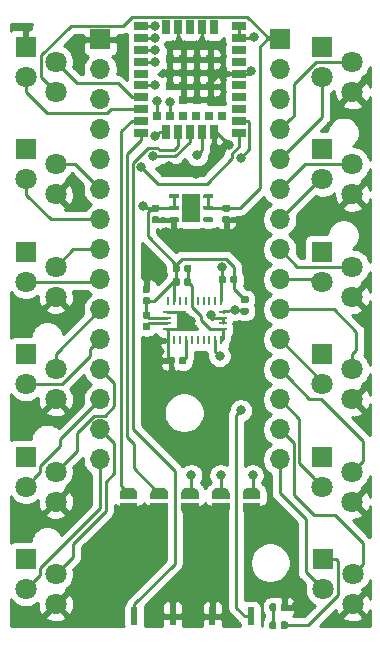
<source format=gbr>
G04 #@! TF.GenerationSoftware,KiCad,Pcbnew,5.1.5-52549c5~84~ubuntu18.04.1*
G04 #@! TF.CreationDate,2019-11-19T18:32:17+01:00*
G04 #@! TF.ProjectId,darkroom_tracker,6461726b-726f-46f6-9d5f-747261636b65,rev?*
G04 #@! TF.SameCoordinates,Original*
G04 #@! TF.FileFunction,Copper,L1,Top*
G04 #@! TF.FilePolarity,Positive*
%FSLAX46Y46*%
G04 Gerber Fmt 4.6, Leading zero omitted, Abs format (unit mm)*
G04 Created by KiCad (PCBNEW 5.1.5-52549c5~84~ubuntu18.04.1) date 2019-11-19 18:32:17*
%MOMM*%
%LPD*%
G04 APERTURE LIST*
%ADD10R,0.675000X0.254000*%
%ADD11R,0.254000X0.675000*%
%ADD12C,0.100000*%
%ADD13R,1.700000X1.700000*%
%ADD14O,1.700000X1.700000*%
%ADD15C,1.800000*%
%ADD16R,1.800000X1.800000*%
%ADD17R,0.550000X1.500000*%
%ADD18R,1.150000X0.700000*%
%ADD19R,0.700000X1.150000*%
%ADD20R,0.700000X0.700000*%
%ADD21R,1.500000X2.400000*%
%ADD22C,0.800000*%
%ADD23C,0.250000*%
%ADD24C,0.254000*%
G04 APERTURE END LIST*
D10*
X134387500Y-95250000D03*
D11*
X129750000Y-97662500D03*
D10*
X129612500Y-95250000D03*
D11*
X129750000Y-94337500D03*
D10*
X129612500Y-95750000D03*
X129612500Y-96250000D03*
X129612500Y-96750000D03*
D11*
X130250000Y-94337500D03*
X130750000Y-94337500D03*
X131250000Y-94337500D03*
X131750000Y-94337500D03*
X132250000Y-94337500D03*
X132750000Y-94337500D03*
X133250000Y-94337500D03*
X133750000Y-94337500D03*
X134250000Y-94337500D03*
X130250000Y-97662500D03*
X130750000Y-97662500D03*
X131250000Y-97662500D03*
X131750000Y-97662500D03*
X132250000Y-97662500D03*
X132750000Y-97662500D03*
X133250000Y-97662500D03*
X133750000Y-97662500D03*
X134250000Y-97662500D03*
D10*
X134387500Y-95750000D03*
X134387500Y-96250000D03*
X134387500Y-96750000D03*
G04 #@! TA.AperFunction,SMDPad,CuDef*
D12*
G36*
X128861758Y-87167350D02*
G01*
X128876076Y-87169474D01*
X128890117Y-87172991D01*
X128903746Y-87177868D01*
X128916831Y-87184057D01*
X128929247Y-87191498D01*
X128940873Y-87200121D01*
X128951598Y-87209842D01*
X128961319Y-87220567D01*
X128969942Y-87232193D01*
X128977383Y-87244609D01*
X128983572Y-87257694D01*
X128988449Y-87271323D01*
X128991966Y-87285364D01*
X128994090Y-87299682D01*
X128994800Y-87314140D01*
X128994800Y-87609140D01*
X128994090Y-87623598D01*
X128991966Y-87637916D01*
X128988449Y-87651957D01*
X128983572Y-87665586D01*
X128977383Y-87678671D01*
X128969942Y-87691087D01*
X128961319Y-87702713D01*
X128951598Y-87713438D01*
X128940873Y-87723159D01*
X128929247Y-87731782D01*
X128916831Y-87739223D01*
X128903746Y-87745412D01*
X128890117Y-87750289D01*
X128876076Y-87753806D01*
X128861758Y-87755930D01*
X128847300Y-87756640D01*
X128502300Y-87756640D01*
X128487842Y-87755930D01*
X128473524Y-87753806D01*
X128459483Y-87750289D01*
X128445854Y-87745412D01*
X128432769Y-87739223D01*
X128420353Y-87731782D01*
X128408727Y-87723159D01*
X128398002Y-87713438D01*
X128388281Y-87702713D01*
X128379658Y-87691087D01*
X128372217Y-87678671D01*
X128366028Y-87665586D01*
X128361151Y-87651957D01*
X128357634Y-87637916D01*
X128355510Y-87623598D01*
X128354800Y-87609140D01*
X128354800Y-87314140D01*
X128355510Y-87299682D01*
X128357634Y-87285364D01*
X128361151Y-87271323D01*
X128366028Y-87257694D01*
X128372217Y-87244609D01*
X128379658Y-87232193D01*
X128388281Y-87220567D01*
X128398002Y-87209842D01*
X128408727Y-87200121D01*
X128420353Y-87191498D01*
X128432769Y-87184057D01*
X128445854Y-87177868D01*
X128459483Y-87172991D01*
X128473524Y-87169474D01*
X128487842Y-87167350D01*
X128502300Y-87166640D01*
X128847300Y-87166640D01*
X128861758Y-87167350D01*
G37*
G04 #@! TD.AperFunction*
G04 #@! TA.AperFunction,SMDPad,CuDef*
G36*
X128861758Y-86197350D02*
G01*
X128876076Y-86199474D01*
X128890117Y-86202991D01*
X128903746Y-86207868D01*
X128916831Y-86214057D01*
X128929247Y-86221498D01*
X128940873Y-86230121D01*
X128951598Y-86239842D01*
X128961319Y-86250567D01*
X128969942Y-86262193D01*
X128977383Y-86274609D01*
X128983572Y-86287694D01*
X128988449Y-86301323D01*
X128991966Y-86315364D01*
X128994090Y-86329682D01*
X128994800Y-86344140D01*
X128994800Y-86639140D01*
X128994090Y-86653598D01*
X128991966Y-86667916D01*
X128988449Y-86681957D01*
X128983572Y-86695586D01*
X128977383Y-86708671D01*
X128969942Y-86721087D01*
X128961319Y-86732713D01*
X128951598Y-86743438D01*
X128940873Y-86753159D01*
X128929247Y-86761782D01*
X128916831Y-86769223D01*
X128903746Y-86775412D01*
X128890117Y-86780289D01*
X128876076Y-86783806D01*
X128861758Y-86785930D01*
X128847300Y-86786640D01*
X128502300Y-86786640D01*
X128487842Y-86785930D01*
X128473524Y-86783806D01*
X128459483Y-86780289D01*
X128445854Y-86775412D01*
X128432769Y-86769223D01*
X128420353Y-86761782D01*
X128408727Y-86753159D01*
X128398002Y-86743438D01*
X128388281Y-86732713D01*
X128379658Y-86721087D01*
X128372217Y-86708671D01*
X128366028Y-86695586D01*
X128361151Y-86681957D01*
X128357634Y-86667916D01*
X128355510Y-86653598D01*
X128354800Y-86639140D01*
X128354800Y-86344140D01*
X128355510Y-86329682D01*
X128357634Y-86315364D01*
X128361151Y-86301323D01*
X128366028Y-86287694D01*
X128372217Y-86274609D01*
X128379658Y-86262193D01*
X128388281Y-86250567D01*
X128398002Y-86239842D01*
X128408727Y-86230121D01*
X128420353Y-86221498D01*
X128432769Y-86214057D01*
X128445854Y-86207868D01*
X128459483Y-86202991D01*
X128473524Y-86199474D01*
X128487842Y-86197350D01*
X128502300Y-86196640D01*
X128847300Y-86196640D01*
X128861758Y-86197350D01*
G37*
G04 #@! TD.AperFunction*
G04 #@! TA.AperFunction,SMDPad,CuDef*
G36*
X128101358Y-93058470D02*
G01*
X128115676Y-93060594D01*
X128129717Y-93064111D01*
X128143346Y-93068988D01*
X128156431Y-93075177D01*
X128168847Y-93082618D01*
X128180473Y-93091241D01*
X128191198Y-93100962D01*
X128200919Y-93111687D01*
X128209542Y-93123313D01*
X128216983Y-93135729D01*
X128223172Y-93148814D01*
X128228049Y-93162443D01*
X128231566Y-93176484D01*
X128233690Y-93190802D01*
X128234400Y-93205260D01*
X128234400Y-93500260D01*
X128233690Y-93514718D01*
X128231566Y-93529036D01*
X128228049Y-93543077D01*
X128223172Y-93556706D01*
X128216983Y-93569791D01*
X128209542Y-93582207D01*
X128200919Y-93593833D01*
X128191198Y-93604558D01*
X128180473Y-93614279D01*
X128168847Y-93622902D01*
X128156431Y-93630343D01*
X128143346Y-93636532D01*
X128129717Y-93641409D01*
X128115676Y-93644926D01*
X128101358Y-93647050D01*
X128086900Y-93647760D01*
X127741900Y-93647760D01*
X127727442Y-93647050D01*
X127713124Y-93644926D01*
X127699083Y-93641409D01*
X127685454Y-93636532D01*
X127672369Y-93630343D01*
X127659953Y-93622902D01*
X127648327Y-93614279D01*
X127637602Y-93604558D01*
X127627881Y-93593833D01*
X127619258Y-93582207D01*
X127611817Y-93569791D01*
X127605628Y-93556706D01*
X127600751Y-93543077D01*
X127597234Y-93529036D01*
X127595110Y-93514718D01*
X127594400Y-93500260D01*
X127594400Y-93205260D01*
X127595110Y-93190802D01*
X127597234Y-93176484D01*
X127600751Y-93162443D01*
X127605628Y-93148814D01*
X127611817Y-93135729D01*
X127619258Y-93123313D01*
X127627881Y-93111687D01*
X127637602Y-93100962D01*
X127648327Y-93091241D01*
X127659953Y-93082618D01*
X127672369Y-93075177D01*
X127685454Y-93068988D01*
X127699083Y-93064111D01*
X127713124Y-93060594D01*
X127727442Y-93058470D01*
X127741900Y-93057760D01*
X128086900Y-93057760D01*
X128101358Y-93058470D01*
G37*
G04 #@! TD.AperFunction*
G04 #@! TA.AperFunction,SMDPad,CuDef*
G36*
X128101358Y-94028470D02*
G01*
X128115676Y-94030594D01*
X128129717Y-94034111D01*
X128143346Y-94038988D01*
X128156431Y-94045177D01*
X128168847Y-94052618D01*
X128180473Y-94061241D01*
X128191198Y-94070962D01*
X128200919Y-94081687D01*
X128209542Y-94093313D01*
X128216983Y-94105729D01*
X128223172Y-94118814D01*
X128228049Y-94132443D01*
X128231566Y-94146484D01*
X128233690Y-94160802D01*
X128234400Y-94175260D01*
X128234400Y-94470260D01*
X128233690Y-94484718D01*
X128231566Y-94499036D01*
X128228049Y-94513077D01*
X128223172Y-94526706D01*
X128216983Y-94539791D01*
X128209542Y-94552207D01*
X128200919Y-94563833D01*
X128191198Y-94574558D01*
X128180473Y-94584279D01*
X128168847Y-94592902D01*
X128156431Y-94600343D01*
X128143346Y-94606532D01*
X128129717Y-94611409D01*
X128115676Y-94614926D01*
X128101358Y-94617050D01*
X128086900Y-94617760D01*
X127741900Y-94617760D01*
X127727442Y-94617050D01*
X127713124Y-94614926D01*
X127699083Y-94611409D01*
X127685454Y-94606532D01*
X127672369Y-94600343D01*
X127659953Y-94592902D01*
X127648327Y-94584279D01*
X127637602Y-94574558D01*
X127627881Y-94563833D01*
X127619258Y-94552207D01*
X127611817Y-94539791D01*
X127605628Y-94526706D01*
X127600751Y-94513077D01*
X127597234Y-94499036D01*
X127595110Y-94484718D01*
X127594400Y-94470260D01*
X127594400Y-94175260D01*
X127595110Y-94160802D01*
X127597234Y-94146484D01*
X127600751Y-94132443D01*
X127605628Y-94118814D01*
X127611817Y-94105729D01*
X127619258Y-94093313D01*
X127627881Y-94081687D01*
X127637602Y-94070962D01*
X127648327Y-94061241D01*
X127659953Y-94052618D01*
X127672369Y-94045177D01*
X127685454Y-94038988D01*
X127699083Y-94034111D01*
X127713124Y-94030594D01*
X127727442Y-94028470D01*
X127741900Y-94027760D01*
X128086900Y-94027760D01*
X128101358Y-94028470D01*
G37*
G04 #@! TD.AperFunction*
G04 #@! TA.AperFunction,SMDPad,CuDef*
G36*
X131568718Y-91273110D02*
G01*
X131583036Y-91275234D01*
X131597077Y-91278751D01*
X131610706Y-91283628D01*
X131623791Y-91289817D01*
X131636207Y-91297258D01*
X131647833Y-91305881D01*
X131658558Y-91315602D01*
X131668279Y-91326327D01*
X131676902Y-91337953D01*
X131684343Y-91350369D01*
X131690532Y-91363454D01*
X131695409Y-91377083D01*
X131698926Y-91391124D01*
X131701050Y-91405442D01*
X131701760Y-91419900D01*
X131701760Y-91764900D01*
X131701050Y-91779358D01*
X131698926Y-91793676D01*
X131695409Y-91807717D01*
X131690532Y-91821346D01*
X131684343Y-91834431D01*
X131676902Y-91846847D01*
X131668279Y-91858473D01*
X131658558Y-91869198D01*
X131647833Y-91878919D01*
X131636207Y-91887542D01*
X131623791Y-91894983D01*
X131610706Y-91901172D01*
X131597077Y-91906049D01*
X131583036Y-91909566D01*
X131568718Y-91911690D01*
X131554260Y-91912400D01*
X131259260Y-91912400D01*
X131244802Y-91911690D01*
X131230484Y-91909566D01*
X131216443Y-91906049D01*
X131202814Y-91901172D01*
X131189729Y-91894983D01*
X131177313Y-91887542D01*
X131165687Y-91878919D01*
X131154962Y-91869198D01*
X131145241Y-91858473D01*
X131136618Y-91846847D01*
X131129177Y-91834431D01*
X131122988Y-91821346D01*
X131118111Y-91807717D01*
X131114594Y-91793676D01*
X131112470Y-91779358D01*
X131111760Y-91764900D01*
X131111760Y-91419900D01*
X131112470Y-91405442D01*
X131114594Y-91391124D01*
X131118111Y-91377083D01*
X131122988Y-91363454D01*
X131129177Y-91350369D01*
X131136618Y-91337953D01*
X131145241Y-91326327D01*
X131154962Y-91315602D01*
X131165687Y-91305881D01*
X131177313Y-91297258D01*
X131189729Y-91289817D01*
X131202814Y-91283628D01*
X131216443Y-91278751D01*
X131230484Y-91275234D01*
X131244802Y-91273110D01*
X131259260Y-91272400D01*
X131554260Y-91272400D01*
X131568718Y-91273110D01*
G37*
G04 #@! TD.AperFunction*
G04 #@! TA.AperFunction,SMDPad,CuDef*
G36*
X130598718Y-91273110D02*
G01*
X130613036Y-91275234D01*
X130627077Y-91278751D01*
X130640706Y-91283628D01*
X130653791Y-91289817D01*
X130666207Y-91297258D01*
X130677833Y-91305881D01*
X130688558Y-91315602D01*
X130698279Y-91326327D01*
X130706902Y-91337953D01*
X130714343Y-91350369D01*
X130720532Y-91363454D01*
X130725409Y-91377083D01*
X130728926Y-91391124D01*
X130731050Y-91405442D01*
X130731760Y-91419900D01*
X130731760Y-91764900D01*
X130731050Y-91779358D01*
X130728926Y-91793676D01*
X130725409Y-91807717D01*
X130720532Y-91821346D01*
X130714343Y-91834431D01*
X130706902Y-91846847D01*
X130698279Y-91858473D01*
X130688558Y-91869198D01*
X130677833Y-91878919D01*
X130666207Y-91887542D01*
X130653791Y-91894983D01*
X130640706Y-91901172D01*
X130627077Y-91906049D01*
X130613036Y-91909566D01*
X130598718Y-91911690D01*
X130584260Y-91912400D01*
X130289260Y-91912400D01*
X130274802Y-91911690D01*
X130260484Y-91909566D01*
X130246443Y-91906049D01*
X130232814Y-91901172D01*
X130219729Y-91894983D01*
X130207313Y-91887542D01*
X130195687Y-91878919D01*
X130184962Y-91869198D01*
X130175241Y-91858473D01*
X130166618Y-91846847D01*
X130159177Y-91834431D01*
X130152988Y-91821346D01*
X130148111Y-91807717D01*
X130144594Y-91793676D01*
X130142470Y-91779358D01*
X130141760Y-91764900D01*
X130141760Y-91419900D01*
X130142470Y-91405442D01*
X130144594Y-91391124D01*
X130148111Y-91377083D01*
X130152988Y-91363454D01*
X130159177Y-91350369D01*
X130166618Y-91337953D01*
X130175241Y-91326327D01*
X130184962Y-91315602D01*
X130195687Y-91305881D01*
X130207313Y-91297258D01*
X130219729Y-91289817D01*
X130232814Y-91283628D01*
X130246443Y-91278751D01*
X130260484Y-91275234D01*
X130274802Y-91273110D01*
X130289260Y-91272400D01*
X130584260Y-91272400D01*
X130598718Y-91273110D01*
G37*
G04 #@! TD.AperFunction*
G04 #@! TA.AperFunction,SMDPad,CuDef*
G36*
X134845998Y-86182110D02*
G01*
X134860316Y-86184234D01*
X134874357Y-86187751D01*
X134887986Y-86192628D01*
X134901071Y-86198817D01*
X134913487Y-86206258D01*
X134925113Y-86214881D01*
X134935838Y-86224602D01*
X134945559Y-86235327D01*
X134954182Y-86246953D01*
X134961623Y-86259369D01*
X134967812Y-86272454D01*
X134972689Y-86286083D01*
X134976206Y-86300124D01*
X134978330Y-86314442D01*
X134979040Y-86328900D01*
X134979040Y-86623900D01*
X134978330Y-86638358D01*
X134976206Y-86652676D01*
X134972689Y-86666717D01*
X134967812Y-86680346D01*
X134961623Y-86693431D01*
X134954182Y-86705847D01*
X134945559Y-86717473D01*
X134935838Y-86728198D01*
X134925113Y-86737919D01*
X134913487Y-86746542D01*
X134901071Y-86753983D01*
X134887986Y-86760172D01*
X134874357Y-86765049D01*
X134860316Y-86768566D01*
X134845998Y-86770690D01*
X134831540Y-86771400D01*
X134486540Y-86771400D01*
X134472082Y-86770690D01*
X134457764Y-86768566D01*
X134443723Y-86765049D01*
X134430094Y-86760172D01*
X134417009Y-86753983D01*
X134404593Y-86746542D01*
X134392967Y-86737919D01*
X134382242Y-86728198D01*
X134372521Y-86717473D01*
X134363898Y-86705847D01*
X134356457Y-86693431D01*
X134350268Y-86680346D01*
X134345391Y-86666717D01*
X134341874Y-86652676D01*
X134339750Y-86638358D01*
X134339040Y-86623900D01*
X134339040Y-86328900D01*
X134339750Y-86314442D01*
X134341874Y-86300124D01*
X134345391Y-86286083D01*
X134350268Y-86272454D01*
X134356457Y-86259369D01*
X134363898Y-86246953D01*
X134372521Y-86235327D01*
X134382242Y-86224602D01*
X134392967Y-86214881D01*
X134404593Y-86206258D01*
X134417009Y-86198817D01*
X134430094Y-86192628D01*
X134443723Y-86187751D01*
X134457764Y-86184234D01*
X134472082Y-86182110D01*
X134486540Y-86181400D01*
X134831540Y-86181400D01*
X134845998Y-86182110D01*
G37*
G04 #@! TD.AperFunction*
G04 #@! TA.AperFunction,SMDPad,CuDef*
G36*
X134845998Y-87152110D02*
G01*
X134860316Y-87154234D01*
X134874357Y-87157751D01*
X134887986Y-87162628D01*
X134901071Y-87168817D01*
X134913487Y-87176258D01*
X134925113Y-87184881D01*
X134935838Y-87194602D01*
X134945559Y-87205327D01*
X134954182Y-87216953D01*
X134961623Y-87229369D01*
X134967812Y-87242454D01*
X134972689Y-87256083D01*
X134976206Y-87270124D01*
X134978330Y-87284442D01*
X134979040Y-87298900D01*
X134979040Y-87593900D01*
X134978330Y-87608358D01*
X134976206Y-87622676D01*
X134972689Y-87636717D01*
X134967812Y-87650346D01*
X134961623Y-87663431D01*
X134954182Y-87675847D01*
X134945559Y-87687473D01*
X134935838Y-87698198D01*
X134925113Y-87707919D01*
X134913487Y-87716542D01*
X134901071Y-87723983D01*
X134887986Y-87730172D01*
X134874357Y-87735049D01*
X134860316Y-87738566D01*
X134845998Y-87740690D01*
X134831540Y-87741400D01*
X134486540Y-87741400D01*
X134472082Y-87740690D01*
X134457764Y-87738566D01*
X134443723Y-87735049D01*
X134430094Y-87730172D01*
X134417009Y-87723983D01*
X134404593Y-87716542D01*
X134392967Y-87707919D01*
X134382242Y-87698198D01*
X134372521Y-87687473D01*
X134363898Y-87675847D01*
X134356457Y-87663431D01*
X134350268Y-87650346D01*
X134345391Y-87636717D01*
X134341874Y-87622676D01*
X134339750Y-87608358D01*
X134339040Y-87593900D01*
X134339040Y-87298900D01*
X134339750Y-87284442D01*
X134341874Y-87270124D01*
X134345391Y-87256083D01*
X134350268Y-87242454D01*
X134356457Y-87229369D01*
X134363898Y-87216953D01*
X134372521Y-87205327D01*
X134382242Y-87194602D01*
X134392967Y-87184881D01*
X134404593Y-87176258D01*
X134417009Y-87168817D01*
X134430094Y-87162628D01*
X134443723Y-87157751D01*
X134457764Y-87154234D01*
X134472082Y-87152110D01*
X134486540Y-87151400D01*
X134831540Y-87151400D01*
X134845998Y-87152110D01*
G37*
G04 #@! TD.AperFunction*
G04 #@! TA.AperFunction,SMDPad,CuDef*
G36*
X130588558Y-92416110D02*
G01*
X130602876Y-92418234D01*
X130616917Y-92421751D01*
X130630546Y-92426628D01*
X130643631Y-92432817D01*
X130656047Y-92440258D01*
X130667673Y-92448881D01*
X130678398Y-92458602D01*
X130688119Y-92469327D01*
X130696742Y-92480953D01*
X130704183Y-92493369D01*
X130710372Y-92506454D01*
X130715249Y-92520083D01*
X130718766Y-92534124D01*
X130720890Y-92548442D01*
X130721600Y-92562900D01*
X130721600Y-92907900D01*
X130720890Y-92922358D01*
X130718766Y-92936676D01*
X130715249Y-92950717D01*
X130710372Y-92964346D01*
X130704183Y-92977431D01*
X130696742Y-92989847D01*
X130688119Y-93001473D01*
X130678398Y-93012198D01*
X130667673Y-93021919D01*
X130656047Y-93030542D01*
X130643631Y-93037983D01*
X130630546Y-93044172D01*
X130616917Y-93049049D01*
X130602876Y-93052566D01*
X130588558Y-93054690D01*
X130574100Y-93055400D01*
X130279100Y-93055400D01*
X130264642Y-93054690D01*
X130250324Y-93052566D01*
X130236283Y-93049049D01*
X130222654Y-93044172D01*
X130209569Y-93037983D01*
X130197153Y-93030542D01*
X130185527Y-93021919D01*
X130174802Y-93012198D01*
X130165081Y-93001473D01*
X130156458Y-92989847D01*
X130149017Y-92977431D01*
X130142828Y-92964346D01*
X130137951Y-92950717D01*
X130134434Y-92936676D01*
X130132310Y-92922358D01*
X130131600Y-92907900D01*
X130131600Y-92562900D01*
X130132310Y-92548442D01*
X130134434Y-92534124D01*
X130137951Y-92520083D01*
X130142828Y-92506454D01*
X130149017Y-92493369D01*
X130156458Y-92480953D01*
X130165081Y-92469327D01*
X130174802Y-92458602D01*
X130185527Y-92448881D01*
X130197153Y-92440258D01*
X130209569Y-92432817D01*
X130222654Y-92426628D01*
X130236283Y-92421751D01*
X130250324Y-92418234D01*
X130264642Y-92416110D01*
X130279100Y-92415400D01*
X130574100Y-92415400D01*
X130588558Y-92416110D01*
G37*
G04 #@! TD.AperFunction*
G04 #@! TA.AperFunction,SMDPad,CuDef*
G36*
X131558558Y-92416110D02*
G01*
X131572876Y-92418234D01*
X131586917Y-92421751D01*
X131600546Y-92426628D01*
X131613631Y-92432817D01*
X131626047Y-92440258D01*
X131637673Y-92448881D01*
X131648398Y-92458602D01*
X131658119Y-92469327D01*
X131666742Y-92480953D01*
X131674183Y-92493369D01*
X131680372Y-92506454D01*
X131685249Y-92520083D01*
X131688766Y-92534124D01*
X131690890Y-92548442D01*
X131691600Y-92562900D01*
X131691600Y-92907900D01*
X131690890Y-92922358D01*
X131688766Y-92936676D01*
X131685249Y-92950717D01*
X131680372Y-92964346D01*
X131674183Y-92977431D01*
X131666742Y-92989847D01*
X131658119Y-93001473D01*
X131648398Y-93012198D01*
X131637673Y-93021919D01*
X131626047Y-93030542D01*
X131613631Y-93037983D01*
X131600546Y-93044172D01*
X131586917Y-93049049D01*
X131572876Y-93052566D01*
X131558558Y-93054690D01*
X131544100Y-93055400D01*
X131249100Y-93055400D01*
X131234642Y-93054690D01*
X131220324Y-93052566D01*
X131206283Y-93049049D01*
X131192654Y-93044172D01*
X131179569Y-93037983D01*
X131167153Y-93030542D01*
X131155527Y-93021919D01*
X131144802Y-93012198D01*
X131135081Y-93001473D01*
X131126458Y-92989847D01*
X131119017Y-92977431D01*
X131112828Y-92964346D01*
X131107951Y-92950717D01*
X131104434Y-92936676D01*
X131102310Y-92922358D01*
X131101600Y-92907900D01*
X131101600Y-92562900D01*
X131102310Y-92548442D01*
X131104434Y-92534124D01*
X131107951Y-92520083D01*
X131112828Y-92506454D01*
X131119017Y-92493369D01*
X131126458Y-92480953D01*
X131135081Y-92469327D01*
X131144802Y-92458602D01*
X131155527Y-92448881D01*
X131167153Y-92440258D01*
X131179569Y-92432817D01*
X131192654Y-92426628D01*
X131206283Y-92421751D01*
X131220324Y-92418234D01*
X131234642Y-92416110D01*
X131249100Y-92415400D01*
X131544100Y-92415400D01*
X131558558Y-92416110D01*
G37*
G04 #@! TD.AperFunction*
G04 #@! TA.AperFunction,SMDPad,CuDef*
G36*
X130171998Y-99075990D02*
G01*
X130186316Y-99078114D01*
X130200357Y-99081631D01*
X130213986Y-99086508D01*
X130227071Y-99092697D01*
X130239487Y-99100138D01*
X130251113Y-99108761D01*
X130261838Y-99118482D01*
X130271559Y-99129207D01*
X130280182Y-99140833D01*
X130287623Y-99153249D01*
X130293812Y-99166334D01*
X130298689Y-99179963D01*
X130302206Y-99194004D01*
X130304330Y-99208322D01*
X130305040Y-99222780D01*
X130305040Y-99567780D01*
X130304330Y-99582238D01*
X130302206Y-99596556D01*
X130298689Y-99610597D01*
X130293812Y-99624226D01*
X130287623Y-99637311D01*
X130280182Y-99649727D01*
X130271559Y-99661353D01*
X130261838Y-99672078D01*
X130251113Y-99681799D01*
X130239487Y-99690422D01*
X130227071Y-99697863D01*
X130213986Y-99704052D01*
X130200357Y-99708929D01*
X130186316Y-99712446D01*
X130171998Y-99714570D01*
X130157540Y-99715280D01*
X129862540Y-99715280D01*
X129848082Y-99714570D01*
X129833764Y-99712446D01*
X129819723Y-99708929D01*
X129806094Y-99704052D01*
X129793009Y-99697863D01*
X129780593Y-99690422D01*
X129768967Y-99681799D01*
X129758242Y-99672078D01*
X129748521Y-99661353D01*
X129739898Y-99649727D01*
X129732457Y-99637311D01*
X129726268Y-99624226D01*
X129721391Y-99610597D01*
X129717874Y-99596556D01*
X129715750Y-99582238D01*
X129715040Y-99567780D01*
X129715040Y-99222780D01*
X129715750Y-99208322D01*
X129717874Y-99194004D01*
X129721391Y-99179963D01*
X129726268Y-99166334D01*
X129732457Y-99153249D01*
X129739898Y-99140833D01*
X129748521Y-99129207D01*
X129758242Y-99118482D01*
X129768967Y-99108761D01*
X129780593Y-99100138D01*
X129793009Y-99092697D01*
X129806094Y-99086508D01*
X129819723Y-99081631D01*
X129833764Y-99078114D01*
X129848082Y-99075990D01*
X129862540Y-99075280D01*
X130157540Y-99075280D01*
X130171998Y-99075990D01*
G37*
G04 #@! TD.AperFunction*
G04 #@! TA.AperFunction,SMDPad,CuDef*
G36*
X131141998Y-99075990D02*
G01*
X131156316Y-99078114D01*
X131170357Y-99081631D01*
X131183986Y-99086508D01*
X131197071Y-99092697D01*
X131209487Y-99100138D01*
X131221113Y-99108761D01*
X131231838Y-99118482D01*
X131241559Y-99129207D01*
X131250182Y-99140833D01*
X131257623Y-99153249D01*
X131263812Y-99166334D01*
X131268689Y-99179963D01*
X131272206Y-99194004D01*
X131274330Y-99208322D01*
X131275040Y-99222780D01*
X131275040Y-99567780D01*
X131274330Y-99582238D01*
X131272206Y-99596556D01*
X131268689Y-99610597D01*
X131263812Y-99624226D01*
X131257623Y-99637311D01*
X131250182Y-99649727D01*
X131241559Y-99661353D01*
X131231838Y-99672078D01*
X131221113Y-99681799D01*
X131209487Y-99690422D01*
X131197071Y-99697863D01*
X131183986Y-99704052D01*
X131170357Y-99708929D01*
X131156316Y-99712446D01*
X131141998Y-99714570D01*
X131127540Y-99715280D01*
X130832540Y-99715280D01*
X130818082Y-99714570D01*
X130803764Y-99712446D01*
X130789723Y-99708929D01*
X130776094Y-99704052D01*
X130763009Y-99697863D01*
X130750593Y-99690422D01*
X130738967Y-99681799D01*
X130728242Y-99672078D01*
X130718521Y-99661353D01*
X130709898Y-99649727D01*
X130702457Y-99637311D01*
X130696268Y-99624226D01*
X130691391Y-99610597D01*
X130687874Y-99596556D01*
X130685750Y-99582238D01*
X130685040Y-99567780D01*
X130685040Y-99222780D01*
X130685750Y-99208322D01*
X130687874Y-99194004D01*
X130691391Y-99179963D01*
X130696268Y-99166334D01*
X130702457Y-99153249D01*
X130709898Y-99140833D01*
X130718521Y-99129207D01*
X130728242Y-99118482D01*
X130738967Y-99108761D01*
X130750593Y-99100138D01*
X130763009Y-99092697D01*
X130776094Y-99086508D01*
X130789723Y-99081631D01*
X130803764Y-99078114D01*
X130818082Y-99075990D01*
X130832540Y-99075280D01*
X131127540Y-99075280D01*
X131141998Y-99075990D01*
G37*
G04 #@! TD.AperFunction*
D13*
X124000000Y-72200000D03*
D14*
X124000000Y-74740000D03*
X124000000Y-77280000D03*
X124000000Y-79820000D03*
X124000000Y-82360000D03*
X124000000Y-84900000D03*
X124000000Y-87440000D03*
X124000000Y-89980000D03*
X124000000Y-92520000D03*
X124000000Y-95060000D03*
X124000000Y-97600000D03*
X124000000Y-100140000D03*
X124000000Y-102680000D03*
X124000000Y-105220000D03*
X124000000Y-107760000D03*
X139200000Y-107760000D03*
X139200000Y-105220000D03*
X139200000Y-102680000D03*
X139200000Y-100140000D03*
X139200000Y-97600000D03*
X139200000Y-95060000D03*
X139200000Y-92520000D03*
X139200000Y-89980000D03*
X139200000Y-87440000D03*
X139200000Y-84900000D03*
X139200000Y-82360000D03*
X139200000Y-79820000D03*
X139200000Y-77280000D03*
X139200000Y-74740000D03*
D13*
X139200000Y-72200000D03*
D15*
X145354040Y-76652120D03*
X142814040Y-75382120D03*
X145354040Y-74112120D03*
D16*
X142814040Y-72842120D03*
X142814040Y-81518760D03*
D15*
X145354040Y-82788760D03*
X142814040Y-84058760D03*
X145354040Y-85328760D03*
X145354040Y-94000320D03*
X142814040Y-92730320D03*
X145354040Y-91460320D03*
D16*
X142814040Y-90190320D03*
X142814040Y-98861880D03*
D15*
X145354040Y-100131880D03*
X142814040Y-101401880D03*
X145354040Y-102671880D03*
X145354040Y-111343440D03*
X142814040Y-110073440D03*
X145354040Y-108803440D03*
D16*
X142814040Y-107533440D03*
X142834360Y-116205000D03*
D15*
X145374360Y-117475000D03*
X142834360Y-118745000D03*
X145374360Y-120015000D03*
D16*
X117703600Y-116205000D03*
D15*
X120243600Y-117475000D03*
X117703600Y-118745000D03*
X120243600Y-120015000D03*
X120243600Y-111338360D03*
X117703600Y-110068360D03*
X120243600Y-108798360D03*
D16*
X117703600Y-107528360D03*
X117703600Y-98856800D03*
D15*
X120243600Y-100126800D03*
X117703600Y-101396800D03*
X120243600Y-102666800D03*
X120238520Y-93990160D03*
X117698520Y-92720160D03*
X120238520Y-91450160D03*
D16*
X117698520Y-90180160D03*
X117698520Y-81518760D03*
D15*
X120238520Y-82788760D03*
X117698520Y-84058760D03*
X120238520Y-85328760D03*
G04 #@! TA.AperFunction,SMDPad,CuDef*
D12*
G36*
X138787678Y-119944630D02*
G01*
X138801996Y-119946754D01*
X138816037Y-119950271D01*
X138829666Y-119955148D01*
X138842751Y-119961337D01*
X138855167Y-119968778D01*
X138866793Y-119977401D01*
X138877518Y-119987122D01*
X138887239Y-119997847D01*
X138895862Y-120009473D01*
X138903303Y-120021889D01*
X138909492Y-120034974D01*
X138914369Y-120048603D01*
X138917886Y-120062644D01*
X138920010Y-120076962D01*
X138920720Y-120091420D01*
X138920720Y-120436420D01*
X138920010Y-120450878D01*
X138917886Y-120465196D01*
X138914369Y-120479237D01*
X138909492Y-120492866D01*
X138903303Y-120505951D01*
X138895862Y-120518367D01*
X138887239Y-120529993D01*
X138877518Y-120540718D01*
X138866793Y-120550439D01*
X138855167Y-120559062D01*
X138842751Y-120566503D01*
X138829666Y-120572692D01*
X138816037Y-120577569D01*
X138801996Y-120581086D01*
X138787678Y-120583210D01*
X138773220Y-120583920D01*
X138478220Y-120583920D01*
X138463762Y-120583210D01*
X138449444Y-120581086D01*
X138435403Y-120577569D01*
X138421774Y-120572692D01*
X138408689Y-120566503D01*
X138396273Y-120559062D01*
X138384647Y-120550439D01*
X138373922Y-120540718D01*
X138364201Y-120529993D01*
X138355578Y-120518367D01*
X138348137Y-120505951D01*
X138341948Y-120492866D01*
X138337071Y-120479237D01*
X138333554Y-120465196D01*
X138331430Y-120450878D01*
X138330720Y-120436420D01*
X138330720Y-120091420D01*
X138331430Y-120076962D01*
X138333554Y-120062644D01*
X138337071Y-120048603D01*
X138341948Y-120034974D01*
X138348137Y-120021889D01*
X138355578Y-120009473D01*
X138364201Y-119997847D01*
X138373922Y-119987122D01*
X138384647Y-119977401D01*
X138396273Y-119968778D01*
X138408689Y-119961337D01*
X138421774Y-119955148D01*
X138435403Y-119950271D01*
X138449444Y-119946754D01*
X138463762Y-119944630D01*
X138478220Y-119943920D01*
X138773220Y-119943920D01*
X138787678Y-119944630D01*
G37*
G04 #@! TD.AperFunction*
G04 #@! TA.AperFunction,SMDPad,CuDef*
G36*
X139757678Y-119944630D02*
G01*
X139771996Y-119946754D01*
X139786037Y-119950271D01*
X139799666Y-119955148D01*
X139812751Y-119961337D01*
X139825167Y-119968778D01*
X139836793Y-119977401D01*
X139847518Y-119987122D01*
X139857239Y-119997847D01*
X139865862Y-120009473D01*
X139873303Y-120021889D01*
X139879492Y-120034974D01*
X139884369Y-120048603D01*
X139887886Y-120062644D01*
X139890010Y-120076962D01*
X139890720Y-120091420D01*
X139890720Y-120436420D01*
X139890010Y-120450878D01*
X139887886Y-120465196D01*
X139884369Y-120479237D01*
X139879492Y-120492866D01*
X139873303Y-120505951D01*
X139865862Y-120518367D01*
X139857239Y-120529993D01*
X139847518Y-120540718D01*
X139836793Y-120550439D01*
X139825167Y-120559062D01*
X139812751Y-120566503D01*
X139799666Y-120572692D01*
X139786037Y-120577569D01*
X139771996Y-120581086D01*
X139757678Y-120583210D01*
X139743220Y-120583920D01*
X139448220Y-120583920D01*
X139433762Y-120583210D01*
X139419444Y-120581086D01*
X139405403Y-120577569D01*
X139391774Y-120572692D01*
X139378689Y-120566503D01*
X139366273Y-120559062D01*
X139354647Y-120550439D01*
X139343922Y-120540718D01*
X139334201Y-120529993D01*
X139325578Y-120518367D01*
X139318137Y-120505951D01*
X139311948Y-120492866D01*
X139307071Y-120479237D01*
X139303554Y-120465196D01*
X139301430Y-120450878D01*
X139300720Y-120436420D01*
X139300720Y-120091420D01*
X139301430Y-120076962D01*
X139303554Y-120062644D01*
X139307071Y-120048603D01*
X139311948Y-120034974D01*
X139318137Y-120021889D01*
X139325578Y-120009473D01*
X139334201Y-119997847D01*
X139343922Y-119987122D01*
X139354647Y-119977401D01*
X139366273Y-119968778D01*
X139378689Y-119961337D01*
X139391774Y-119955148D01*
X139405403Y-119950271D01*
X139419444Y-119946754D01*
X139433762Y-119944630D01*
X139448220Y-119943920D01*
X139743220Y-119943920D01*
X139757678Y-119944630D01*
G37*
G04 #@! TD.AperFunction*
G04 #@! TA.AperFunction,SMDPad,CuDef*
G36*
X134510318Y-92223070D02*
G01*
X134524636Y-92225194D01*
X134538677Y-92228711D01*
X134552306Y-92233588D01*
X134565391Y-92239777D01*
X134577807Y-92247218D01*
X134589433Y-92255841D01*
X134600158Y-92265562D01*
X134609879Y-92276287D01*
X134618502Y-92287913D01*
X134625943Y-92300329D01*
X134632132Y-92313414D01*
X134637009Y-92327043D01*
X134640526Y-92341084D01*
X134642650Y-92355402D01*
X134643360Y-92369860D01*
X134643360Y-92714860D01*
X134642650Y-92729318D01*
X134640526Y-92743636D01*
X134637009Y-92757677D01*
X134632132Y-92771306D01*
X134625943Y-92784391D01*
X134618502Y-92796807D01*
X134609879Y-92808433D01*
X134600158Y-92819158D01*
X134589433Y-92828879D01*
X134577807Y-92837502D01*
X134565391Y-92844943D01*
X134552306Y-92851132D01*
X134538677Y-92856009D01*
X134524636Y-92859526D01*
X134510318Y-92861650D01*
X134495860Y-92862360D01*
X134200860Y-92862360D01*
X134186402Y-92861650D01*
X134172084Y-92859526D01*
X134158043Y-92856009D01*
X134144414Y-92851132D01*
X134131329Y-92844943D01*
X134118913Y-92837502D01*
X134107287Y-92828879D01*
X134096562Y-92819158D01*
X134086841Y-92808433D01*
X134078218Y-92796807D01*
X134070777Y-92784391D01*
X134064588Y-92771306D01*
X134059711Y-92757677D01*
X134056194Y-92743636D01*
X134054070Y-92729318D01*
X134053360Y-92714860D01*
X134053360Y-92369860D01*
X134054070Y-92355402D01*
X134056194Y-92341084D01*
X134059711Y-92327043D01*
X134064588Y-92313414D01*
X134070777Y-92300329D01*
X134078218Y-92287913D01*
X134086841Y-92276287D01*
X134096562Y-92265562D01*
X134107287Y-92255841D01*
X134118913Y-92247218D01*
X134131329Y-92239777D01*
X134144414Y-92233588D01*
X134158043Y-92228711D01*
X134172084Y-92225194D01*
X134186402Y-92223070D01*
X134200860Y-92222360D01*
X134495860Y-92222360D01*
X134510318Y-92223070D01*
G37*
G04 #@! TD.AperFunction*
G04 #@! TA.AperFunction,SMDPad,CuDef*
G36*
X135480318Y-92223070D02*
G01*
X135494636Y-92225194D01*
X135508677Y-92228711D01*
X135522306Y-92233588D01*
X135535391Y-92239777D01*
X135547807Y-92247218D01*
X135559433Y-92255841D01*
X135570158Y-92265562D01*
X135579879Y-92276287D01*
X135588502Y-92287913D01*
X135595943Y-92300329D01*
X135602132Y-92313414D01*
X135607009Y-92327043D01*
X135610526Y-92341084D01*
X135612650Y-92355402D01*
X135613360Y-92369860D01*
X135613360Y-92714860D01*
X135612650Y-92729318D01*
X135610526Y-92743636D01*
X135607009Y-92757677D01*
X135602132Y-92771306D01*
X135595943Y-92784391D01*
X135588502Y-92796807D01*
X135579879Y-92808433D01*
X135570158Y-92819158D01*
X135559433Y-92828879D01*
X135547807Y-92837502D01*
X135535391Y-92844943D01*
X135522306Y-92851132D01*
X135508677Y-92856009D01*
X135494636Y-92859526D01*
X135480318Y-92861650D01*
X135465860Y-92862360D01*
X135170860Y-92862360D01*
X135156402Y-92861650D01*
X135142084Y-92859526D01*
X135128043Y-92856009D01*
X135114414Y-92851132D01*
X135101329Y-92844943D01*
X135088913Y-92837502D01*
X135077287Y-92828879D01*
X135066562Y-92819158D01*
X135056841Y-92808433D01*
X135048218Y-92796807D01*
X135040777Y-92784391D01*
X135034588Y-92771306D01*
X135029711Y-92757677D01*
X135026194Y-92743636D01*
X135024070Y-92729318D01*
X135023360Y-92714860D01*
X135023360Y-92369860D01*
X135024070Y-92355402D01*
X135026194Y-92341084D01*
X135029711Y-92327043D01*
X135034588Y-92313414D01*
X135040777Y-92300329D01*
X135048218Y-92287913D01*
X135056841Y-92276287D01*
X135066562Y-92265562D01*
X135077287Y-92255841D01*
X135088913Y-92247218D01*
X135101329Y-92239777D01*
X135114414Y-92233588D01*
X135128043Y-92228711D01*
X135142084Y-92225194D01*
X135156402Y-92223070D01*
X135170860Y-92222360D01*
X135465860Y-92222360D01*
X135480318Y-92223070D01*
G37*
G04 #@! TD.AperFunction*
G04 #@! TA.AperFunction,SMDPad,CuDef*
G36*
X136432558Y-93932230D02*
G01*
X136446876Y-93934354D01*
X136460917Y-93937871D01*
X136474546Y-93942748D01*
X136487631Y-93948937D01*
X136500047Y-93956378D01*
X136511673Y-93965001D01*
X136522398Y-93974722D01*
X136532119Y-93985447D01*
X136540742Y-93997073D01*
X136548183Y-94009489D01*
X136554372Y-94022574D01*
X136559249Y-94036203D01*
X136562766Y-94050244D01*
X136564890Y-94064562D01*
X136565600Y-94079020D01*
X136565600Y-94374020D01*
X136564890Y-94388478D01*
X136562766Y-94402796D01*
X136559249Y-94416837D01*
X136554372Y-94430466D01*
X136548183Y-94443551D01*
X136540742Y-94455967D01*
X136532119Y-94467593D01*
X136522398Y-94478318D01*
X136511673Y-94488039D01*
X136500047Y-94496662D01*
X136487631Y-94504103D01*
X136474546Y-94510292D01*
X136460917Y-94515169D01*
X136446876Y-94518686D01*
X136432558Y-94520810D01*
X136418100Y-94521520D01*
X136073100Y-94521520D01*
X136058642Y-94520810D01*
X136044324Y-94518686D01*
X136030283Y-94515169D01*
X136016654Y-94510292D01*
X136003569Y-94504103D01*
X135991153Y-94496662D01*
X135979527Y-94488039D01*
X135968802Y-94478318D01*
X135959081Y-94467593D01*
X135950458Y-94455967D01*
X135943017Y-94443551D01*
X135936828Y-94430466D01*
X135931951Y-94416837D01*
X135928434Y-94402796D01*
X135926310Y-94388478D01*
X135925600Y-94374020D01*
X135925600Y-94079020D01*
X135926310Y-94064562D01*
X135928434Y-94050244D01*
X135931951Y-94036203D01*
X135936828Y-94022574D01*
X135943017Y-94009489D01*
X135950458Y-93997073D01*
X135959081Y-93985447D01*
X135968802Y-93974722D01*
X135979527Y-93965001D01*
X135991153Y-93956378D01*
X136003569Y-93948937D01*
X136016654Y-93942748D01*
X136030283Y-93937871D01*
X136044324Y-93934354D01*
X136058642Y-93932230D01*
X136073100Y-93931520D01*
X136418100Y-93931520D01*
X136432558Y-93932230D01*
G37*
G04 #@! TD.AperFunction*
G04 #@! TA.AperFunction,SMDPad,CuDef*
G36*
X136432558Y-94902230D02*
G01*
X136446876Y-94904354D01*
X136460917Y-94907871D01*
X136474546Y-94912748D01*
X136487631Y-94918937D01*
X136500047Y-94926378D01*
X136511673Y-94935001D01*
X136522398Y-94944722D01*
X136532119Y-94955447D01*
X136540742Y-94967073D01*
X136548183Y-94979489D01*
X136554372Y-94992574D01*
X136559249Y-95006203D01*
X136562766Y-95020244D01*
X136564890Y-95034562D01*
X136565600Y-95049020D01*
X136565600Y-95344020D01*
X136564890Y-95358478D01*
X136562766Y-95372796D01*
X136559249Y-95386837D01*
X136554372Y-95400466D01*
X136548183Y-95413551D01*
X136540742Y-95425967D01*
X136532119Y-95437593D01*
X136522398Y-95448318D01*
X136511673Y-95458039D01*
X136500047Y-95466662D01*
X136487631Y-95474103D01*
X136474546Y-95480292D01*
X136460917Y-95485169D01*
X136446876Y-95488686D01*
X136432558Y-95490810D01*
X136418100Y-95491520D01*
X136073100Y-95491520D01*
X136058642Y-95490810D01*
X136044324Y-95488686D01*
X136030283Y-95485169D01*
X136016654Y-95480292D01*
X136003569Y-95474103D01*
X135991153Y-95466662D01*
X135979527Y-95458039D01*
X135968802Y-95448318D01*
X135959081Y-95437593D01*
X135950458Y-95425967D01*
X135943017Y-95413551D01*
X135936828Y-95400466D01*
X135931951Y-95386837D01*
X135928434Y-95372796D01*
X135926310Y-95358478D01*
X135925600Y-95344020D01*
X135925600Y-95049020D01*
X135926310Y-95034562D01*
X135928434Y-95020244D01*
X135931951Y-95006203D01*
X135936828Y-94992574D01*
X135943017Y-94979489D01*
X135950458Y-94967073D01*
X135959081Y-94955447D01*
X135968802Y-94944722D01*
X135979527Y-94935001D01*
X135991153Y-94926378D01*
X136003569Y-94918937D01*
X136016654Y-94912748D01*
X136030283Y-94907871D01*
X136044324Y-94904354D01*
X136058642Y-94902230D01*
X136073100Y-94901520D01*
X136418100Y-94901520D01*
X136432558Y-94902230D01*
G37*
G04 #@! TD.AperFunction*
G04 #@! TA.AperFunction,SMDPad,CuDef*
G36*
X128096278Y-95240190D02*
G01*
X128110596Y-95242314D01*
X128124637Y-95245831D01*
X128138266Y-95250708D01*
X128151351Y-95256897D01*
X128163767Y-95264338D01*
X128175393Y-95272961D01*
X128186118Y-95282682D01*
X128195839Y-95293407D01*
X128204462Y-95305033D01*
X128211903Y-95317449D01*
X128218092Y-95330534D01*
X128222969Y-95344163D01*
X128226486Y-95358204D01*
X128228610Y-95372522D01*
X128229320Y-95386980D01*
X128229320Y-95681980D01*
X128228610Y-95696438D01*
X128226486Y-95710756D01*
X128222969Y-95724797D01*
X128218092Y-95738426D01*
X128211903Y-95751511D01*
X128204462Y-95763927D01*
X128195839Y-95775553D01*
X128186118Y-95786278D01*
X128175393Y-95795999D01*
X128163767Y-95804622D01*
X128151351Y-95812063D01*
X128138266Y-95818252D01*
X128124637Y-95823129D01*
X128110596Y-95826646D01*
X128096278Y-95828770D01*
X128081820Y-95829480D01*
X127736820Y-95829480D01*
X127722362Y-95828770D01*
X127708044Y-95826646D01*
X127694003Y-95823129D01*
X127680374Y-95818252D01*
X127667289Y-95812063D01*
X127654873Y-95804622D01*
X127643247Y-95795999D01*
X127632522Y-95786278D01*
X127622801Y-95775553D01*
X127614178Y-95763927D01*
X127606737Y-95751511D01*
X127600548Y-95738426D01*
X127595671Y-95724797D01*
X127592154Y-95710756D01*
X127590030Y-95696438D01*
X127589320Y-95681980D01*
X127589320Y-95386980D01*
X127590030Y-95372522D01*
X127592154Y-95358204D01*
X127595671Y-95344163D01*
X127600548Y-95330534D01*
X127606737Y-95317449D01*
X127614178Y-95305033D01*
X127622801Y-95293407D01*
X127632522Y-95282682D01*
X127643247Y-95272961D01*
X127654873Y-95264338D01*
X127667289Y-95256897D01*
X127680374Y-95250708D01*
X127694003Y-95245831D01*
X127708044Y-95242314D01*
X127722362Y-95240190D01*
X127736820Y-95239480D01*
X128081820Y-95239480D01*
X128096278Y-95240190D01*
G37*
G04 #@! TD.AperFunction*
G04 #@! TA.AperFunction,SMDPad,CuDef*
G36*
X128096278Y-96210190D02*
G01*
X128110596Y-96212314D01*
X128124637Y-96215831D01*
X128138266Y-96220708D01*
X128151351Y-96226897D01*
X128163767Y-96234338D01*
X128175393Y-96242961D01*
X128186118Y-96252682D01*
X128195839Y-96263407D01*
X128204462Y-96275033D01*
X128211903Y-96287449D01*
X128218092Y-96300534D01*
X128222969Y-96314163D01*
X128226486Y-96328204D01*
X128228610Y-96342522D01*
X128229320Y-96356980D01*
X128229320Y-96651980D01*
X128228610Y-96666438D01*
X128226486Y-96680756D01*
X128222969Y-96694797D01*
X128218092Y-96708426D01*
X128211903Y-96721511D01*
X128204462Y-96733927D01*
X128195839Y-96745553D01*
X128186118Y-96756278D01*
X128175393Y-96765999D01*
X128163767Y-96774622D01*
X128151351Y-96782063D01*
X128138266Y-96788252D01*
X128124637Y-96793129D01*
X128110596Y-96796646D01*
X128096278Y-96798770D01*
X128081820Y-96799480D01*
X127736820Y-96799480D01*
X127722362Y-96798770D01*
X127708044Y-96796646D01*
X127694003Y-96793129D01*
X127680374Y-96788252D01*
X127667289Y-96782063D01*
X127654873Y-96774622D01*
X127643247Y-96765999D01*
X127632522Y-96756278D01*
X127622801Y-96745553D01*
X127614178Y-96733927D01*
X127606737Y-96721511D01*
X127600548Y-96708426D01*
X127595671Y-96694797D01*
X127592154Y-96680756D01*
X127590030Y-96666438D01*
X127589320Y-96651980D01*
X127589320Y-96356980D01*
X127590030Y-96342522D01*
X127592154Y-96328204D01*
X127595671Y-96314163D01*
X127600548Y-96300534D01*
X127606737Y-96287449D01*
X127614178Y-96275033D01*
X127622801Y-96263407D01*
X127632522Y-96252682D01*
X127643247Y-96242961D01*
X127654873Y-96234338D01*
X127667289Y-96226897D01*
X127680374Y-96220708D01*
X127694003Y-96215831D01*
X127708044Y-96212314D01*
X127722362Y-96210190D01*
X127736820Y-96209480D01*
X128081820Y-96209480D01*
X128096278Y-96210190D01*
G37*
G04 #@! TD.AperFunction*
D17*
X133503000Y-121036080D03*
X136753000Y-121036080D03*
X130128680Y-121020840D03*
X126878680Y-121020840D03*
D18*
X127475000Y-80100000D03*
X127475000Y-79100000D03*
X127475000Y-78100000D03*
X127475000Y-77100000D03*
X127475000Y-76100000D03*
X127475000Y-75100000D03*
X127475000Y-74100000D03*
X127475000Y-73100000D03*
X127475000Y-72100000D03*
X127475000Y-71100000D03*
X135725000Y-80100000D03*
X135725000Y-79100000D03*
X135725000Y-78100000D03*
X135725000Y-77100000D03*
X135725000Y-76100000D03*
X135725000Y-75100000D03*
X135725000Y-74100000D03*
X135725000Y-73100000D03*
X135725000Y-72100000D03*
X135725000Y-71100000D03*
D19*
X131600000Y-80025000D03*
X130600000Y-80025000D03*
X129600000Y-80025000D03*
X132600000Y-80025000D03*
X133600000Y-80025000D03*
X129600000Y-71175000D03*
X130600000Y-71175000D03*
X131600000Y-71175000D03*
X132600000Y-71175000D03*
X133600000Y-71175000D03*
D20*
X131050000Y-78650000D03*
X129950000Y-78650000D03*
X128850000Y-78650000D03*
X132150000Y-78650000D03*
X133250000Y-78650000D03*
X134350000Y-78650000D03*
X131025000Y-77320000D03*
X131025000Y-76170000D03*
X131025000Y-75020000D03*
X131025000Y-73870000D03*
X132175000Y-77320000D03*
X132175000Y-76170000D03*
X132175000Y-75020000D03*
X132175000Y-73870000D03*
X129875000Y-76170000D03*
X129875000Y-73870000D03*
X133325000Y-76170000D03*
X133325000Y-73870000D03*
G04 #@! TA.AperFunction,SMDPad,CuDef*
D12*
G36*
X130552122Y-85264042D02*
G01*
X130561829Y-85265481D01*
X130571348Y-85267866D01*
X130580588Y-85271172D01*
X130589460Y-85275368D01*
X130597877Y-85280413D01*
X130605759Y-85286259D01*
X130613031Y-85292849D01*
X130619621Y-85300121D01*
X130625467Y-85308003D01*
X130630512Y-85316420D01*
X130634708Y-85325292D01*
X130638014Y-85334532D01*
X130640399Y-85344051D01*
X130641838Y-85353758D01*
X130642320Y-85363560D01*
X130642320Y-85563560D01*
X130641838Y-85573362D01*
X130640399Y-85583069D01*
X130638014Y-85592588D01*
X130634708Y-85601828D01*
X130630512Y-85610700D01*
X130625467Y-85619117D01*
X130619621Y-85626999D01*
X130613031Y-85634271D01*
X130605759Y-85640861D01*
X130597877Y-85646707D01*
X130589460Y-85651752D01*
X130580588Y-85655948D01*
X130571348Y-85659254D01*
X130561829Y-85661639D01*
X130552122Y-85663078D01*
X130542320Y-85663560D01*
X129942320Y-85663560D01*
X129932518Y-85663078D01*
X129922811Y-85661639D01*
X129913292Y-85659254D01*
X129904052Y-85655948D01*
X129895180Y-85651752D01*
X129886763Y-85646707D01*
X129878881Y-85640861D01*
X129871609Y-85634271D01*
X129865019Y-85626999D01*
X129859173Y-85619117D01*
X129854128Y-85610700D01*
X129849932Y-85601828D01*
X129846626Y-85592588D01*
X129844241Y-85583069D01*
X129842802Y-85573362D01*
X129842320Y-85563560D01*
X129842320Y-85363560D01*
X129842802Y-85353758D01*
X129844241Y-85344051D01*
X129846626Y-85334532D01*
X129849932Y-85325292D01*
X129854128Y-85316420D01*
X129859173Y-85308003D01*
X129865019Y-85300121D01*
X129871609Y-85292849D01*
X129878881Y-85286259D01*
X129886763Y-85280413D01*
X129895180Y-85275368D01*
X129904052Y-85271172D01*
X129913292Y-85267866D01*
X129922811Y-85265481D01*
X129932518Y-85264042D01*
X129942320Y-85263560D01*
X130542320Y-85263560D01*
X130552122Y-85264042D01*
G37*
G04 #@! TD.AperFunction*
G04 #@! TA.AperFunction,SMDPad,CuDef*
G36*
X130552122Y-86264042D02*
G01*
X130561829Y-86265481D01*
X130571348Y-86267866D01*
X130580588Y-86271172D01*
X130589460Y-86275368D01*
X130597877Y-86280413D01*
X130605759Y-86286259D01*
X130613031Y-86292849D01*
X130619621Y-86300121D01*
X130625467Y-86308003D01*
X130630512Y-86316420D01*
X130634708Y-86325292D01*
X130638014Y-86334532D01*
X130640399Y-86344051D01*
X130641838Y-86353758D01*
X130642320Y-86363560D01*
X130642320Y-86563560D01*
X130641838Y-86573362D01*
X130640399Y-86583069D01*
X130638014Y-86592588D01*
X130634708Y-86601828D01*
X130630512Y-86610700D01*
X130625467Y-86619117D01*
X130619621Y-86626999D01*
X130613031Y-86634271D01*
X130605759Y-86640861D01*
X130597877Y-86646707D01*
X130589460Y-86651752D01*
X130580588Y-86655948D01*
X130571348Y-86659254D01*
X130561829Y-86661639D01*
X130552122Y-86663078D01*
X130542320Y-86663560D01*
X129942320Y-86663560D01*
X129932518Y-86663078D01*
X129922811Y-86661639D01*
X129913292Y-86659254D01*
X129904052Y-86655948D01*
X129895180Y-86651752D01*
X129886763Y-86646707D01*
X129878881Y-86640861D01*
X129871609Y-86634271D01*
X129865019Y-86626999D01*
X129859173Y-86619117D01*
X129854128Y-86610700D01*
X129849932Y-86601828D01*
X129846626Y-86592588D01*
X129844241Y-86583069D01*
X129842802Y-86573362D01*
X129842320Y-86563560D01*
X129842320Y-86363560D01*
X129842802Y-86353758D01*
X129844241Y-86344051D01*
X129846626Y-86334532D01*
X129849932Y-86325292D01*
X129854128Y-86316420D01*
X129859173Y-86308003D01*
X129865019Y-86300121D01*
X129871609Y-86292849D01*
X129878881Y-86286259D01*
X129886763Y-86280413D01*
X129895180Y-86275368D01*
X129904052Y-86271172D01*
X129913292Y-86267866D01*
X129922811Y-86265481D01*
X129932518Y-86264042D01*
X129942320Y-86263560D01*
X130542320Y-86263560D01*
X130552122Y-86264042D01*
G37*
G04 #@! TD.AperFunction*
G04 #@! TA.AperFunction,SMDPad,CuDef*
G36*
X130552122Y-87264042D02*
G01*
X130561829Y-87265481D01*
X130571348Y-87267866D01*
X130580588Y-87271172D01*
X130589460Y-87275368D01*
X130597877Y-87280413D01*
X130605759Y-87286259D01*
X130613031Y-87292849D01*
X130619621Y-87300121D01*
X130625467Y-87308003D01*
X130630512Y-87316420D01*
X130634708Y-87325292D01*
X130638014Y-87334532D01*
X130640399Y-87344051D01*
X130641838Y-87353758D01*
X130642320Y-87363560D01*
X130642320Y-87563560D01*
X130641838Y-87573362D01*
X130640399Y-87583069D01*
X130638014Y-87592588D01*
X130634708Y-87601828D01*
X130630512Y-87610700D01*
X130625467Y-87619117D01*
X130619621Y-87626999D01*
X130613031Y-87634271D01*
X130605759Y-87640861D01*
X130597877Y-87646707D01*
X130589460Y-87651752D01*
X130580588Y-87655948D01*
X130571348Y-87659254D01*
X130561829Y-87661639D01*
X130552122Y-87663078D01*
X130542320Y-87663560D01*
X129942320Y-87663560D01*
X129932518Y-87663078D01*
X129922811Y-87661639D01*
X129913292Y-87659254D01*
X129904052Y-87655948D01*
X129895180Y-87651752D01*
X129886763Y-87646707D01*
X129878881Y-87640861D01*
X129871609Y-87634271D01*
X129865019Y-87626999D01*
X129859173Y-87619117D01*
X129854128Y-87610700D01*
X129849932Y-87601828D01*
X129846626Y-87592588D01*
X129844241Y-87583069D01*
X129842802Y-87573362D01*
X129842320Y-87563560D01*
X129842320Y-87363560D01*
X129842802Y-87353758D01*
X129844241Y-87344051D01*
X129846626Y-87334532D01*
X129849932Y-87325292D01*
X129854128Y-87316420D01*
X129859173Y-87308003D01*
X129865019Y-87300121D01*
X129871609Y-87292849D01*
X129878881Y-87286259D01*
X129886763Y-87280413D01*
X129895180Y-87275368D01*
X129904052Y-87271172D01*
X129913292Y-87267866D01*
X129922811Y-87265481D01*
X129932518Y-87264042D01*
X129942320Y-87263560D01*
X130542320Y-87263560D01*
X130552122Y-87264042D01*
G37*
G04 #@! TD.AperFunction*
G04 #@! TA.AperFunction,SMDPad,CuDef*
G36*
X133452122Y-87264042D02*
G01*
X133461829Y-87265481D01*
X133471348Y-87267866D01*
X133480588Y-87271172D01*
X133489460Y-87275368D01*
X133497877Y-87280413D01*
X133505759Y-87286259D01*
X133513031Y-87292849D01*
X133519621Y-87300121D01*
X133525467Y-87308003D01*
X133530512Y-87316420D01*
X133534708Y-87325292D01*
X133538014Y-87334532D01*
X133540399Y-87344051D01*
X133541838Y-87353758D01*
X133542320Y-87363560D01*
X133542320Y-87563560D01*
X133541838Y-87573362D01*
X133540399Y-87583069D01*
X133538014Y-87592588D01*
X133534708Y-87601828D01*
X133530512Y-87610700D01*
X133525467Y-87619117D01*
X133519621Y-87626999D01*
X133513031Y-87634271D01*
X133505759Y-87640861D01*
X133497877Y-87646707D01*
X133489460Y-87651752D01*
X133480588Y-87655948D01*
X133471348Y-87659254D01*
X133461829Y-87661639D01*
X133452122Y-87663078D01*
X133442320Y-87663560D01*
X132842320Y-87663560D01*
X132832518Y-87663078D01*
X132822811Y-87661639D01*
X132813292Y-87659254D01*
X132804052Y-87655948D01*
X132795180Y-87651752D01*
X132786763Y-87646707D01*
X132778881Y-87640861D01*
X132771609Y-87634271D01*
X132765019Y-87626999D01*
X132759173Y-87619117D01*
X132754128Y-87610700D01*
X132749932Y-87601828D01*
X132746626Y-87592588D01*
X132744241Y-87583069D01*
X132742802Y-87573362D01*
X132742320Y-87563560D01*
X132742320Y-87363560D01*
X132742802Y-87353758D01*
X132744241Y-87344051D01*
X132746626Y-87334532D01*
X132749932Y-87325292D01*
X132754128Y-87316420D01*
X132759173Y-87308003D01*
X132765019Y-87300121D01*
X132771609Y-87292849D01*
X132778881Y-87286259D01*
X132786763Y-87280413D01*
X132795180Y-87275368D01*
X132804052Y-87271172D01*
X132813292Y-87267866D01*
X132822811Y-87265481D01*
X132832518Y-87264042D01*
X132842320Y-87263560D01*
X133442320Y-87263560D01*
X133452122Y-87264042D01*
G37*
G04 #@! TD.AperFunction*
G04 #@! TA.AperFunction,SMDPad,CuDef*
G36*
X133452122Y-86264042D02*
G01*
X133461829Y-86265481D01*
X133471348Y-86267866D01*
X133480588Y-86271172D01*
X133489460Y-86275368D01*
X133497877Y-86280413D01*
X133505759Y-86286259D01*
X133513031Y-86292849D01*
X133519621Y-86300121D01*
X133525467Y-86308003D01*
X133530512Y-86316420D01*
X133534708Y-86325292D01*
X133538014Y-86334532D01*
X133540399Y-86344051D01*
X133541838Y-86353758D01*
X133542320Y-86363560D01*
X133542320Y-86563560D01*
X133541838Y-86573362D01*
X133540399Y-86583069D01*
X133538014Y-86592588D01*
X133534708Y-86601828D01*
X133530512Y-86610700D01*
X133525467Y-86619117D01*
X133519621Y-86626999D01*
X133513031Y-86634271D01*
X133505759Y-86640861D01*
X133497877Y-86646707D01*
X133489460Y-86651752D01*
X133480588Y-86655948D01*
X133471348Y-86659254D01*
X133461829Y-86661639D01*
X133452122Y-86663078D01*
X133442320Y-86663560D01*
X132842320Y-86663560D01*
X132832518Y-86663078D01*
X132822811Y-86661639D01*
X132813292Y-86659254D01*
X132804052Y-86655948D01*
X132795180Y-86651752D01*
X132786763Y-86646707D01*
X132778881Y-86640861D01*
X132771609Y-86634271D01*
X132765019Y-86626999D01*
X132759173Y-86619117D01*
X132754128Y-86610700D01*
X132749932Y-86601828D01*
X132746626Y-86592588D01*
X132744241Y-86583069D01*
X132742802Y-86573362D01*
X132742320Y-86563560D01*
X132742320Y-86363560D01*
X132742802Y-86353758D01*
X132744241Y-86344051D01*
X132746626Y-86334532D01*
X132749932Y-86325292D01*
X132754128Y-86316420D01*
X132759173Y-86308003D01*
X132765019Y-86300121D01*
X132771609Y-86292849D01*
X132778881Y-86286259D01*
X132786763Y-86280413D01*
X132795180Y-86275368D01*
X132804052Y-86271172D01*
X132813292Y-86267866D01*
X132822811Y-86265481D01*
X132832518Y-86264042D01*
X132842320Y-86263560D01*
X133442320Y-86263560D01*
X133452122Y-86264042D01*
G37*
G04 #@! TD.AperFunction*
G04 #@! TA.AperFunction,SMDPad,CuDef*
G36*
X133452122Y-85264042D02*
G01*
X133461829Y-85265481D01*
X133471348Y-85267866D01*
X133480588Y-85271172D01*
X133489460Y-85275368D01*
X133497877Y-85280413D01*
X133505759Y-85286259D01*
X133513031Y-85292849D01*
X133519621Y-85300121D01*
X133525467Y-85308003D01*
X133530512Y-85316420D01*
X133534708Y-85325292D01*
X133538014Y-85334532D01*
X133540399Y-85344051D01*
X133541838Y-85353758D01*
X133542320Y-85363560D01*
X133542320Y-85563560D01*
X133541838Y-85573362D01*
X133540399Y-85583069D01*
X133538014Y-85592588D01*
X133534708Y-85601828D01*
X133530512Y-85610700D01*
X133525467Y-85619117D01*
X133519621Y-85626999D01*
X133513031Y-85634271D01*
X133505759Y-85640861D01*
X133497877Y-85646707D01*
X133489460Y-85651752D01*
X133480588Y-85655948D01*
X133471348Y-85659254D01*
X133461829Y-85661639D01*
X133452122Y-85663078D01*
X133442320Y-85663560D01*
X132842320Y-85663560D01*
X132832518Y-85663078D01*
X132822811Y-85661639D01*
X132813292Y-85659254D01*
X132804052Y-85655948D01*
X132795180Y-85651752D01*
X132786763Y-85646707D01*
X132778881Y-85640861D01*
X132771609Y-85634271D01*
X132765019Y-85626999D01*
X132759173Y-85619117D01*
X132754128Y-85610700D01*
X132749932Y-85601828D01*
X132746626Y-85592588D01*
X132744241Y-85583069D01*
X132742802Y-85573362D01*
X132742320Y-85563560D01*
X132742320Y-85363560D01*
X132742802Y-85353758D01*
X132744241Y-85344051D01*
X132746626Y-85334532D01*
X132749932Y-85325292D01*
X132754128Y-85316420D01*
X132759173Y-85308003D01*
X132765019Y-85300121D01*
X132771609Y-85292849D01*
X132778881Y-85286259D01*
X132786763Y-85280413D01*
X132795180Y-85275368D01*
X132804052Y-85271172D01*
X132813292Y-85267866D01*
X132822811Y-85265481D01*
X132832518Y-85264042D01*
X132842320Y-85263560D01*
X133442320Y-85263560D01*
X133452122Y-85264042D01*
G37*
G04 #@! TD.AperFunction*
D21*
X131692320Y-86463560D03*
D16*
X117713760Y-72837040D03*
D15*
X120253760Y-74107040D03*
X117713760Y-75377040D03*
X120253760Y-76647040D03*
G04 #@! TA.AperFunction,SMDPad,CuDef*
D12*
G36*
X136050000Y-111150000D02*
G01*
X136050000Y-110650000D01*
X136050602Y-110650000D01*
X136050602Y-110625466D01*
X136055412Y-110576635D01*
X136064984Y-110528510D01*
X136079228Y-110481555D01*
X136098005Y-110436222D01*
X136121136Y-110392949D01*
X136148396Y-110352150D01*
X136179524Y-110314221D01*
X136214221Y-110279524D01*
X136252150Y-110248396D01*
X136292949Y-110221136D01*
X136336222Y-110198005D01*
X136381555Y-110179228D01*
X136428510Y-110164984D01*
X136476635Y-110155412D01*
X136525466Y-110150602D01*
X136550000Y-110150602D01*
X136550000Y-110150000D01*
X137050000Y-110150000D01*
X137050000Y-110150602D01*
X137074534Y-110150602D01*
X137123365Y-110155412D01*
X137171490Y-110164984D01*
X137218445Y-110179228D01*
X137263778Y-110198005D01*
X137307051Y-110221136D01*
X137347850Y-110248396D01*
X137385779Y-110279524D01*
X137420476Y-110314221D01*
X137451604Y-110352150D01*
X137478864Y-110392949D01*
X137501995Y-110436222D01*
X137520772Y-110481555D01*
X137535016Y-110528510D01*
X137544588Y-110576635D01*
X137549398Y-110625466D01*
X137549398Y-110650000D01*
X137550000Y-110650000D01*
X137550000Y-111150000D01*
X136050000Y-111150000D01*
G37*
G04 #@! TD.AperFunction*
G04 #@! TA.AperFunction,SMDPad,CuDef*
G36*
X137549398Y-111950000D02*
G01*
X137549398Y-111974534D01*
X137544588Y-112023365D01*
X137535016Y-112071490D01*
X137520772Y-112118445D01*
X137501995Y-112163778D01*
X137478864Y-112207051D01*
X137451604Y-112247850D01*
X137420476Y-112285779D01*
X137385779Y-112320476D01*
X137347850Y-112351604D01*
X137307051Y-112378864D01*
X137263778Y-112401995D01*
X137218445Y-112420772D01*
X137171490Y-112435016D01*
X137123365Y-112444588D01*
X137074534Y-112449398D01*
X137050000Y-112449398D01*
X137050000Y-112450000D01*
X136550000Y-112450000D01*
X136550000Y-112449398D01*
X136525466Y-112449398D01*
X136476635Y-112444588D01*
X136428510Y-112435016D01*
X136381555Y-112420772D01*
X136336222Y-112401995D01*
X136292949Y-112378864D01*
X136252150Y-112351604D01*
X136214221Y-112320476D01*
X136179524Y-112285779D01*
X136148396Y-112247850D01*
X136121136Y-112207051D01*
X136098005Y-112163778D01*
X136079228Y-112118445D01*
X136064984Y-112071490D01*
X136055412Y-112023365D01*
X136050602Y-111974534D01*
X136050602Y-111950000D01*
X136050000Y-111950000D01*
X136050000Y-111450000D01*
X137550000Y-111450000D01*
X137550000Y-111950000D01*
X137549398Y-111950000D01*
G37*
G04 #@! TD.AperFunction*
G04 #@! TA.AperFunction,SMDPad,CuDef*
G36*
X134949398Y-111950000D02*
G01*
X134949398Y-111974534D01*
X134944588Y-112023365D01*
X134935016Y-112071490D01*
X134920772Y-112118445D01*
X134901995Y-112163778D01*
X134878864Y-112207051D01*
X134851604Y-112247850D01*
X134820476Y-112285779D01*
X134785779Y-112320476D01*
X134747850Y-112351604D01*
X134707051Y-112378864D01*
X134663778Y-112401995D01*
X134618445Y-112420772D01*
X134571490Y-112435016D01*
X134523365Y-112444588D01*
X134474534Y-112449398D01*
X134450000Y-112449398D01*
X134450000Y-112450000D01*
X133950000Y-112450000D01*
X133950000Y-112449398D01*
X133925466Y-112449398D01*
X133876635Y-112444588D01*
X133828510Y-112435016D01*
X133781555Y-112420772D01*
X133736222Y-112401995D01*
X133692949Y-112378864D01*
X133652150Y-112351604D01*
X133614221Y-112320476D01*
X133579524Y-112285779D01*
X133548396Y-112247850D01*
X133521136Y-112207051D01*
X133498005Y-112163778D01*
X133479228Y-112118445D01*
X133464984Y-112071490D01*
X133455412Y-112023365D01*
X133450602Y-111974534D01*
X133450602Y-111950000D01*
X133450000Y-111950000D01*
X133450000Y-111450000D01*
X134950000Y-111450000D01*
X134950000Y-111950000D01*
X134949398Y-111950000D01*
G37*
G04 #@! TD.AperFunction*
G04 #@! TA.AperFunction,SMDPad,CuDef*
G36*
X133450000Y-111150000D02*
G01*
X133450000Y-110650000D01*
X133450602Y-110650000D01*
X133450602Y-110625466D01*
X133455412Y-110576635D01*
X133464984Y-110528510D01*
X133479228Y-110481555D01*
X133498005Y-110436222D01*
X133521136Y-110392949D01*
X133548396Y-110352150D01*
X133579524Y-110314221D01*
X133614221Y-110279524D01*
X133652150Y-110248396D01*
X133692949Y-110221136D01*
X133736222Y-110198005D01*
X133781555Y-110179228D01*
X133828510Y-110164984D01*
X133876635Y-110155412D01*
X133925466Y-110150602D01*
X133950000Y-110150602D01*
X133950000Y-110150000D01*
X134450000Y-110150000D01*
X134450000Y-110150602D01*
X134474534Y-110150602D01*
X134523365Y-110155412D01*
X134571490Y-110164984D01*
X134618445Y-110179228D01*
X134663778Y-110198005D01*
X134707051Y-110221136D01*
X134747850Y-110248396D01*
X134785779Y-110279524D01*
X134820476Y-110314221D01*
X134851604Y-110352150D01*
X134878864Y-110392949D01*
X134901995Y-110436222D01*
X134920772Y-110481555D01*
X134935016Y-110528510D01*
X134944588Y-110576635D01*
X134949398Y-110625466D01*
X134949398Y-110650000D01*
X134950000Y-110650000D01*
X134950000Y-111150000D01*
X133450000Y-111150000D01*
G37*
G04 #@! TD.AperFunction*
G04 #@! TA.AperFunction,SMDPad,CuDef*
G36*
X130850000Y-111150000D02*
G01*
X130850000Y-110650000D01*
X130850602Y-110650000D01*
X130850602Y-110625466D01*
X130855412Y-110576635D01*
X130864984Y-110528510D01*
X130879228Y-110481555D01*
X130898005Y-110436222D01*
X130921136Y-110392949D01*
X130948396Y-110352150D01*
X130979524Y-110314221D01*
X131014221Y-110279524D01*
X131052150Y-110248396D01*
X131092949Y-110221136D01*
X131136222Y-110198005D01*
X131181555Y-110179228D01*
X131228510Y-110164984D01*
X131276635Y-110155412D01*
X131325466Y-110150602D01*
X131350000Y-110150602D01*
X131350000Y-110150000D01*
X131850000Y-110150000D01*
X131850000Y-110150602D01*
X131874534Y-110150602D01*
X131923365Y-110155412D01*
X131971490Y-110164984D01*
X132018445Y-110179228D01*
X132063778Y-110198005D01*
X132107051Y-110221136D01*
X132147850Y-110248396D01*
X132185779Y-110279524D01*
X132220476Y-110314221D01*
X132251604Y-110352150D01*
X132278864Y-110392949D01*
X132301995Y-110436222D01*
X132320772Y-110481555D01*
X132335016Y-110528510D01*
X132344588Y-110576635D01*
X132349398Y-110625466D01*
X132349398Y-110650000D01*
X132350000Y-110650000D01*
X132350000Y-111150000D01*
X130850000Y-111150000D01*
G37*
G04 #@! TD.AperFunction*
G04 #@! TA.AperFunction,SMDPad,CuDef*
G36*
X132349398Y-111950000D02*
G01*
X132349398Y-111974534D01*
X132344588Y-112023365D01*
X132335016Y-112071490D01*
X132320772Y-112118445D01*
X132301995Y-112163778D01*
X132278864Y-112207051D01*
X132251604Y-112247850D01*
X132220476Y-112285779D01*
X132185779Y-112320476D01*
X132147850Y-112351604D01*
X132107051Y-112378864D01*
X132063778Y-112401995D01*
X132018445Y-112420772D01*
X131971490Y-112435016D01*
X131923365Y-112444588D01*
X131874534Y-112449398D01*
X131850000Y-112449398D01*
X131850000Y-112450000D01*
X131350000Y-112450000D01*
X131350000Y-112449398D01*
X131325466Y-112449398D01*
X131276635Y-112444588D01*
X131228510Y-112435016D01*
X131181555Y-112420772D01*
X131136222Y-112401995D01*
X131092949Y-112378864D01*
X131052150Y-112351604D01*
X131014221Y-112320476D01*
X130979524Y-112285779D01*
X130948396Y-112247850D01*
X130921136Y-112207051D01*
X130898005Y-112163778D01*
X130879228Y-112118445D01*
X130864984Y-112071490D01*
X130855412Y-112023365D01*
X130850602Y-111974534D01*
X130850602Y-111950000D01*
X130850000Y-111950000D01*
X130850000Y-111450000D01*
X132350000Y-111450000D01*
X132350000Y-111950000D01*
X132349398Y-111950000D01*
G37*
G04 #@! TD.AperFunction*
G04 #@! TA.AperFunction,SMDPad,CuDef*
G36*
X127149398Y-111950000D02*
G01*
X127149398Y-111974534D01*
X127144588Y-112023365D01*
X127135016Y-112071490D01*
X127120772Y-112118445D01*
X127101995Y-112163778D01*
X127078864Y-112207051D01*
X127051604Y-112247850D01*
X127020476Y-112285779D01*
X126985779Y-112320476D01*
X126947850Y-112351604D01*
X126907051Y-112378864D01*
X126863778Y-112401995D01*
X126818445Y-112420772D01*
X126771490Y-112435016D01*
X126723365Y-112444588D01*
X126674534Y-112449398D01*
X126650000Y-112449398D01*
X126650000Y-112450000D01*
X126150000Y-112450000D01*
X126150000Y-112449398D01*
X126125466Y-112449398D01*
X126076635Y-112444588D01*
X126028510Y-112435016D01*
X125981555Y-112420772D01*
X125936222Y-112401995D01*
X125892949Y-112378864D01*
X125852150Y-112351604D01*
X125814221Y-112320476D01*
X125779524Y-112285779D01*
X125748396Y-112247850D01*
X125721136Y-112207051D01*
X125698005Y-112163778D01*
X125679228Y-112118445D01*
X125664984Y-112071490D01*
X125655412Y-112023365D01*
X125650602Y-111974534D01*
X125650602Y-111950000D01*
X125650000Y-111950000D01*
X125650000Y-111450000D01*
X127150000Y-111450000D01*
X127150000Y-111950000D01*
X127149398Y-111950000D01*
G37*
G04 #@! TD.AperFunction*
G04 #@! TA.AperFunction,SMDPad,CuDef*
G36*
X125650000Y-111150000D02*
G01*
X125650000Y-110650000D01*
X125650602Y-110650000D01*
X125650602Y-110625466D01*
X125655412Y-110576635D01*
X125664984Y-110528510D01*
X125679228Y-110481555D01*
X125698005Y-110436222D01*
X125721136Y-110392949D01*
X125748396Y-110352150D01*
X125779524Y-110314221D01*
X125814221Y-110279524D01*
X125852150Y-110248396D01*
X125892949Y-110221136D01*
X125936222Y-110198005D01*
X125981555Y-110179228D01*
X126028510Y-110164984D01*
X126076635Y-110155412D01*
X126125466Y-110150602D01*
X126150000Y-110150602D01*
X126150000Y-110150000D01*
X126650000Y-110150000D01*
X126650000Y-110150602D01*
X126674534Y-110150602D01*
X126723365Y-110155412D01*
X126771490Y-110164984D01*
X126818445Y-110179228D01*
X126863778Y-110198005D01*
X126907051Y-110221136D01*
X126947850Y-110248396D01*
X126985779Y-110279524D01*
X127020476Y-110314221D01*
X127051604Y-110352150D01*
X127078864Y-110392949D01*
X127101995Y-110436222D01*
X127120772Y-110481555D01*
X127135016Y-110528510D01*
X127144588Y-110576635D01*
X127149398Y-110625466D01*
X127149398Y-110650000D01*
X127150000Y-110650000D01*
X127150000Y-111150000D01*
X125650000Y-111150000D01*
G37*
G04 #@! TD.AperFunction*
G04 #@! TA.AperFunction,SMDPad,CuDef*
G36*
X128250000Y-111150000D02*
G01*
X128250000Y-110650000D01*
X128250602Y-110650000D01*
X128250602Y-110625466D01*
X128255412Y-110576635D01*
X128264984Y-110528510D01*
X128279228Y-110481555D01*
X128298005Y-110436222D01*
X128321136Y-110392949D01*
X128348396Y-110352150D01*
X128379524Y-110314221D01*
X128414221Y-110279524D01*
X128452150Y-110248396D01*
X128492949Y-110221136D01*
X128536222Y-110198005D01*
X128581555Y-110179228D01*
X128628510Y-110164984D01*
X128676635Y-110155412D01*
X128725466Y-110150602D01*
X128750000Y-110150602D01*
X128750000Y-110150000D01*
X129250000Y-110150000D01*
X129250000Y-110150602D01*
X129274534Y-110150602D01*
X129323365Y-110155412D01*
X129371490Y-110164984D01*
X129418445Y-110179228D01*
X129463778Y-110198005D01*
X129507051Y-110221136D01*
X129547850Y-110248396D01*
X129585779Y-110279524D01*
X129620476Y-110314221D01*
X129651604Y-110352150D01*
X129678864Y-110392949D01*
X129701995Y-110436222D01*
X129720772Y-110481555D01*
X129735016Y-110528510D01*
X129744588Y-110576635D01*
X129749398Y-110625466D01*
X129749398Y-110650000D01*
X129750000Y-110650000D01*
X129750000Y-111150000D01*
X128250000Y-111150000D01*
G37*
G04 #@! TD.AperFunction*
G04 #@! TA.AperFunction,SMDPad,CuDef*
G36*
X129749398Y-111950000D02*
G01*
X129749398Y-111974534D01*
X129744588Y-112023365D01*
X129735016Y-112071490D01*
X129720772Y-112118445D01*
X129701995Y-112163778D01*
X129678864Y-112207051D01*
X129651604Y-112247850D01*
X129620476Y-112285779D01*
X129585779Y-112320476D01*
X129547850Y-112351604D01*
X129507051Y-112378864D01*
X129463778Y-112401995D01*
X129418445Y-112420772D01*
X129371490Y-112435016D01*
X129323365Y-112444588D01*
X129274534Y-112449398D01*
X129250000Y-112449398D01*
X129250000Y-112450000D01*
X128750000Y-112450000D01*
X128750000Y-112449398D01*
X128725466Y-112449398D01*
X128676635Y-112444588D01*
X128628510Y-112435016D01*
X128581555Y-112420772D01*
X128536222Y-112401995D01*
X128492949Y-112378864D01*
X128452150Y-112351604D01*
X128414221Y-112320476D01*
X128379524Y-112285779D01*
X128348396Y-112247850D01*
X128321136Y-112207051D01*
X128298005Y-112163778D01*
X128279228Y-112118445D01*
X128264984Y-112071490D01*
X128255412Y-112023365D01*
X128250602Y-111974534D01*
X128250602Y-111950000D01*
X128250000Y-111950000D01*
X128250000Y-111450000D01*
X129750000Y-111450000D01*
X129750000Y-111950000D01*
X129749398Y-111950000D01*
G37*
G04 #@! TD.AperFunction*
G04 #@! TA.AperFunction,SMDPad,CuDef*
G36*
X138776958Y-121480710D02*
G01*
X138791276Y-121482834D01*
X138805317Y-121486351D01*
X138818946Y-121491228D01*
X138832031Y-121497417D01*
X138844447Y-121504858D01*
X138856073Y-121513481D01*
X138866798Y-121523202D01*
X138876519Y-121533927D01*
X138885142Y-121545553D01*
X138892583Y-121557969D01*
X138898772Y-121571054D01*
X138903649Y-121584683D01*
X138907166Y-121598724D01*
X138909290Y-121613042D01*
X138910000Y-121627500D01*
X138910000Y-121972500D01*
X138909290Y-121986958D01*
X138907166Y-122001276D01*
X138903649Y-122015317D01*
X138898772Y-122028946D01*
X138892583Y-122042031D01*
X138885142Y-122054447D01*
X138876519Y-122066073D01*
X138866798Y-122076798D01*
X138856073Y-122086519D01*
X138844447Y-122095142D01*
X138832031Y-122102583D01*
X138818946Y-122108772D01*
X138805317Y-122113649D01*
X138791276Y-122117166D01*
X138776958Y-122119290D01*
X138762500Y-122120000D01*
X138467500Y-122120000D01*
X138453042Y-122119290D01*
X138438724Y-122117166D01*
X138424683Y-122113649D01*
X138411054Y-122108772D01*
X138397969Y-122102583D01*
X138385553Y-122095142D01*
X138373927Y-122086519D01*
X138363202Y-122076798D01*
X138353481Y-122066073D01*
X138344858Y-122054447D01*
X138337417Y-122042031D01*
X138331228Y-122028946D01*
X138326351Y-122015317D01*
X138322834Y-122001276D01*
X138320710Y-121986958D01*
X138320000Y-121972500D01*
X138320000Y-121627500D01*
X138320710Y-121613042D01*
X138322834Y-121598724D01*
X138326351Y-121584683D01*
X138331228Y-121571054D01*
X138337417Y-121557969D01*
X138344858Y-121545553D01*
X138353481Y-121533927D01*
X138363202Y-121523202D01*
X138373927Y-121513481D01*
X138385553Y-121504858D01*
X138397969Y-121497417D01*
X138411054Y-121491228D01*
X138424683Y-121486351D01*
X138438724Y-121482834D01*
X138453042Y-121480710D01*
X138467500Y-121480000D01*
X138762500Y-121480000D01*
X138776958Y-121480710D01*
G37*
G04 #@! TD.AperFunction*
G04 #@! TA.AperFunction,SMDPad,CuDef*
G36*
X139746958Y-121480710D02*
G01*
X139761276Y-121482834D01*
X139775317Y-121486351D01*
X139788946Y-121491228D01*
X139802031Y-121497417D01*
X139814447Y-121504858D01*
X139826073Y-121513481D01*
X139836798Y-121523202D01*
X139846519Y-121533927D01*
X139855142Y-121545553D01*
X139862583Y-121557969D01*
X139868772Y-121571054D01*
X139873649Y-121584683D01*
X139877166Y-121598724D01*
X139879290Y-121613042D01*
X139880000Y-121627500D01*
X139880000Y-121972500D01*
X139879290Y-121986958D01*
X139877166Y-122001276D01*
X139873649Y-122015317D01*
X139868772Y-122028946D01*
X139862583Y-122042031D01*
X139855142Y-122054447D01*
X139846519Y-122066073D01*
X139836798Y-122076798D01*
X139826073Y-122086519D01*
X139814447Y-122095142D01*
X139802031Y-122102583D01*
X139788946Y-122108772D01*
X139775317Y-122113649D01*
X139761276Y-122117166D01*
X139746958Y-122119290D01*
X139732500Y-122120000D01*
X139437500Y-122120000D01*
X139423042Y-122119290D01*
X139408724Y-122117166D01*
X139394683Y-122113649D01*
X139381054Y-122108772D01*
X139367969Y-122102583D01*
X139355553Y-122095142D01*
X139343927Y-122086519D01*
X139333202Y-122076798D01*
X139323481Y-122066073D01*
X139314858Y-122054447D01*
X139307417Y-122042031D01*
X139301228Y-122028946D01*
X139296351Y-122015317D01*
X139292834Y-122001276D01*
X139290710Y-121986958D01*
X139290000Y-121972500D01*
X139290000Y-121627500D01*
X139290710Y-121613042D01*
X139292834Y-121598724D01*
X139296351Y-121584683D01*
X139301228Y-121571054D01*
X139307417Y-121557969D01*
X139314858Y-121545553D01*
X139323481Y-121533927D01*
X139333202Y-121523202D01*
X139343927Y-121513481D01*
X139355553Y-121504858D01*
X139367969Y-121497417D01*
X139381054Y-121491228D01*
X139394683Y-121486351D01*
X139408724Y-121482834D01*
X139423042Y-121480710D01*
X139437500Y-121480000D01*
X139732500Y-121480000D01*
X139746958Y-121480710D01*
G37*
G04 #@! TD.AperFunction*
D22*
X131700000Y-96000000D03*
X133400000Y-95500000D03*
X134200000Y-75000000D03*
X128100000Y-92200000D03*
X128650002Y-80400000D03*
X129800000Y-75100000D03*
X136775000Y-74900000D03*
X134900000Y-81100000D03*
X129800000Y-82900000D03*
X132100000Y-83600000D03*
X131600000Y-113300000D03*
X140600000Y-120200000D03*
X137000000Y-72000000D03*
X127600000Y-86300000D03*
X128500000Y-82100000D03*
X132200000Y-82000000D03*
X128600000Y-76100000D03*
X127475430Y-82962653D03*
X128800000Y-77400000D03*
X134300000Y-91500000D03*
X129900000Y-77500000D03*
X135400000Y-95100000D03*
X128600000Y-74100000D03*
X135900000Y-103600000D03*
X135900000Y-82200000D03*
X134100000Y-99000000D03*
X128600000Y-71100000D03*
X136900000Y-109100000D03*
X128600000Y-72100000D03*
X134200000Y-109100000D03*
X128600000Y-73100000D03*
X131700000Y-109100000D03*
D23*
X129612500Y-95250000D02*
X130950000Y-95250000D01*
X130950000Y-95250000D02*
X131700000Y-96000000D01*
X134387500Y-96250000D02*
X134387500Y-95750000D01*
X130950000Y-96750000D02*
X131700000Y-96000000D01*
X129612500Y-96750000D02*
X130950000Y-96750000D01*
X129750000Y-96887500D02*
X129612500Y-96750000D01*
X129750000Y-97662500D02*
X129750000Y-96887500D01*
X134387500Y-95750000D02*
X133650000Y-95750000D01*
X133650000Y-95750000D02*
X133400000Y-95500000D01*
X133325000Y-76170000D02*
X133325000Y-75875000D01*
X133325000Y-75875000D02*
X134200000Y-75000000D01*
X128676720Y-87463560D02*
X128674800Y-87461640D01*
X130242320Y-87463560D02*
X128676720Y-87463560D01*
X127914400Y-93352760D02*
X127914400Y-92385600D01*
X127914400Y-92385600D02*
X128100000Y-92200000D01*
X129750000Y-99135240D02*
X130010040Y-99395280D01*
X129750000Y-97662500D02*
X129750000Y-99135240D01*
X129600000Y-80025000D02*
X129025002Y-80025000D01*
X129025002Y-80025000D02*
X128650002Y-80400000D01*
X135725000Y-75100000D02*
X136575000Y-75100000D01*
X136575000Y-75100000D02*
X136775000Y-74900000D01*
X133600000Y-80025000D02*
X133825000Y-80025000D01*
X133825000Y-80025000D02*
X134900000Y-81100000D01*
X129800000Y-82900000D02*
X131400000Y-82900000D01*
X131400000Y-82900000D02*
X132100000Y-83600000D01*
X131600000Y-111950000D02*
X131600000Y-113300000D01*
X139595720Y-120263920D02*
X140536080Y-120263920D01*
X140536080Y-120263920D02*
X140600000Y-120200000D01*
X135725000Y-71100000D02*
X135725000Y-72100000D01*
X130436760Y-92725240D02*
X130426600Y-92735400D01*
X130436760Y-91592400D02*
X130436760Y-92725240D01*
X130250000Y-92912000D02*
X130250000Y-94337500D01*
X130426600Y-92735400D02*
X130250000Y-92912000D01*
X128234400Y-94322760D02*
X127914400Y-94322760D01*
X128544240Y-94322760D02*
X128234400Y-94322760D01*
X130131600Y-92735400D02*
X128544240Y-94322760D01*
X130426600Y-92735400D02*
X130131600Y-92735400D01*
X127914400Y-95529400D02*
X127909320Y-95534480D01*
X127914400Y-94322760D02*
X127914400Y-95529400D01*
X128124840Y-95750000D02*
X129612500Y-95750000D01*
X127909320Y-95534480D02*
X128124840Y-95750000D01*
X135318360Y-93299280D02*
X136245600Y-94226520D01*
X135318360Y-92542360D02*
X135318360Y-93299280D01*
X143984360Y-116205000D02*
X142834360Y-116205000D01*
X144149359Y-116369999D02*
X143984360Y-116205000D01*
X144149359Y-119243003D02*
X144149359Y-116369999D01*
X141592362Y-121800000D02*
X144149359Y-119243003D01*
X139585000Y-121800000D02*
X141592362Y-121800000D01*
X128702880Y-86463560D02*
X128674800Y-86491640D01*
X130242320Y-86463560D02*
X128702880Y-86463560D01*
X130242320Y-85463560D02*
X130242320Y-86463560D01*
X135725000Y-72100000D02*
X136900000Y-72100000D01*
X136900000Y-72100000D02*
X137000000Y-72000000D01*
X128029790Y-88865430D02*
X128029790Y-86816650D01*
X130436760Y-91272400D02*
X128029790Y-88865430D01*
X128354800Y-86491640D02*
X128674800Y-86491640D01*
X128029790Y-86816650D02*
X128354800Y-86491640D01*
X128674800Y-86491640D02*
X127791640Y-86491640D01*
X127791640Y-86491640D02*
X127600000Y-86300000D01*
X130934161Y-90774999D02*
X130436760Y-91272400D01*
X130436760Y-91272400D02*
X130436760Y-91592400D01*
X134648001Y-90774999D02*
X130934161Y-90774999D01*
X135318360Y-91445358D02*
X134648001Y-90774999D01*
X135318360Y-92542360D02*
X135318360Y-91445358D01*
X131406760Y-92725240D02*
X131396600Y-92735400D01*
X131406760Y-91592400D02*
X131406760Y-92725240D01*
X131750000Y-93088800D02*
X131750000Y-94337500D01*
X131396600Y-92735400D02*
X131750000Y-93088800D01*
X134387500Y-97525000D02*
X134250000Y-97662500D01*
X134387500Y-96750000D02*
X134387500Y-97525000D01*
X132499990Y-95936400D02*
X133313590Y-96750000D01*
X133800000Y-96750000D02*
X134387500Y-96750000D01*
X132499990Y-95636992D02*
X132499990Y-95936400D01*
X133313590Y-96750000D02*
X133800000Y-96750000D01*
X131750000Y-94887002D02*
X132499990Y-95636992D01*
X131750000Y-94337500D02*
X131750000Y-94887002D01*
X137500000Y-72800000D02*
X138100000Y-72200000D01*
X137500000Y-82300000D02*
X137500000Y-72800000D01*
X138100000Y-72200000D02*
X139200000Y-72200000D01*
X137500000Y-82300000D02*
X137500000Y-84800000D01*
X135823600Y-86476400D02*
X134659040Y-86476400D01*
X137500000Y-84800000D02*
X135823600Y-86476400D01*
X133155160Y-86476400D02*
X133142320Y-86463560D01*
X134659040Y-86476400D02*
X133155160Y-86476400D01*
X133142320Y-86463560D02*
X133142320Y-85463560D01*
X119028759Y-75422039D02*
X119353761Y-75747041D01*
X119028759Y-73519039D02*
X119028759Y-75422039D01*
X121522799Y-71024999D02*
X119028759Y-73519039D01*
X125969989Y-71024999D02*
X121522799Y-71024999D01*
X126719989Y-70274999D02*
X125969989Y-71024999D01*
X136410001Y-70274999D02*
X126719989Y-70274999D01*
X138335002Y-72200000D02*
X136410001Y-70274999D01*
X119353761Y-75747041D02*
X120253760Y-76647040D01*
X139200000Y-72200000D02*
X138335002Y-72200000D01*
X131250000Y-99125320D02*
X130980040Y-99395280D01*
X131250000Y-97662500D02*
X131250000Y-99125320D01*
X138625720Y-121789280D02*
X138615000Y-121800000D01*
X138625720Y-120263920D02*
X138625720Y-121789280D01*
X122061721Y-75915001D02*
X121153759Y-75007039D01*
X125465001Y-75915001D02*
X122061721Y-75915001D01*
X126650000Y-77100000D02*
X125465001Y-75915001D01*
X121153759Y-75007039D02*
X120253760Y-74107040D01*
X127475000Y-77100000D02*
X126650000Y-77100000D01*
X130350000Y-82100000D02*
X128500000Y-82100000D01*
X131600000Y-80025000D02*
X131600000Y-80850000D01*
X131600000Y-80850000D02*
X130350000Y-82100000D01*
X132600000Y-81600000D02*
X132600000Y-80025000D01*
X132200000Y-82000000D02*
X132600000Y-81600000D01*
X127475000Y-76100000D02*
X128600000Y-76100000D01*
X135174999Y-82225001D02*
X135174999Y-81851999D01*
X133000000Y-84400000D02*
X135174999Y-82225001D01*
X128912777Y-84400000D02*
X133000000Y-84400000D01*
X135725000Y-81301998D02*
X135725000Y-80100000D01*
X135174999Y-81851999D02*
X135725000Y-81301998D01*
X127475430Y-82962653D02*
X128912777Y-84400000D01*
X121888760Y-82788760D02*
X124000000Y-84900000D01*
X120238520Y-82788760D02*
X121888760Y-82788760D01*
X122797919Y-87440000D02*
X124000000Y-87440000D01*
X119806968Y-87440000D02*
X122797919Y-87440000D01*
X117698520Y-85331552D02*
X119806968Y-87440000D01*
X117698520Y-84058760D02*
X117698520Y-85331552D01*
X121708680Y-89980000D02*
X120238520Y-91450160D01*
X124000000Y-89980000D02*
X121708680Y-89980000D01*
X123799840Y-92720160D02*
X124000000Y-92520000D01*
X117698520Y-92720160D02*
X123799840Y-92720160D01*
X120243600Y-98816400D02*
X120243600Y-100126800D01*
X124000000Y-95060000D02*
X120243600Y-98816400D01*
X118976392Y-101396800D02*
X117703600Y-101396800D01*
X120786602Y-101396800D02*
X118976392Y-101396800D01*
X123150001Y-99033401D02*
X120786602Y-101396800D01*
X123150001Y-98449999D02*
X123150001Y-99033401D01*
X124000000Y-97600000D02*
X123150001Y-98449999D01*
X123435999Y-104044999D02*
X122000000Y-105480998D01*
X124374003Y-104044999D02*
X123435999Y-104044999D01*
X125175001Y-103244001D02*
X124374003Y-104044999D01*
X124000000Y-100140000D02*
X125175001Y-101315001D01*
X125175001Y-101315001D02*
X125175001Y-103244001D01*
X122000000Y-107041960D02*
X120243600Y-108798360D01*
X122000000Y-105480998D02*
X122000000Y-107041960D01*
X118928601Y-108843359D02*
X118603599Y-109168361D01*
X120626641Y-106602317D02*
X118928601Y-108300357D01*
X118603599Y-109168361D02*
X117703600Y-110068360D01*
X118928601Y-108300357D02*
X118928601Y-108843359D01*
X120626641Y-106053359D02*
X120626641Y-106602317D01*
X124000000Y-102680000D02*
X120626641Y-106053359D01*
X121700000Y-116018600D02*
X120243600Y-117475000D01*
X125175001Y-106395001D02*
X125175001Y-108924999D01*
X124000000Y-105220000D02*
X125175001Y-106395001D01*
X125175001Y-108924999D02*
X124450010Y-109649990D01*
X124450010Y-109649990D02*
X124450010Y-112149990D01*
X124450010Y-112149990D02*
X121700000Y-114900000D01*
X121700000Y-114900000D02*
X121700000Y-116018600D01*
X118603599Y-117845001D02*
X117703600Y-118745000D01*
X118928601Y-117519999D02*
X118603599Y-117845001D01*
X118928601Y-116971075D02*
X118928601Y-117519999D01*
X124000000Y-111899676D02*
X118928601Y-116971075D01*
X124000000Y-107760000D02*
X124000000Y-111899676D01*
X139200000Y-107760000D02*
X139200000Y-110600000D01*
X139200000Y-110600000D02*
X141400000Y-112800000D01*
X141400000Y-117310640D02*
X142834360Y-118745000D01*
X141400000Y-112800000D02*
X141400000Y-117310640D01*
X143920436Y-112500000D02*
X142100000Y-112500000D01*
X146274359Y-114853923D02*
X143920436Y-112500000D01*
X145374360Y-117475000D02*
X146274359Y-116575001D01*
X146274359Y-116575001D02*
X146274359Y-114853923D01*
X140375001Y-106395001D02*
X140049999Y-106069999D01*
X140049999Y-106069999D02*
X139200000Y-105220000D01*
X140375001Y-110775001D02*
X140375001Y-106395001D01*
X142100000Y-112500000D02*
X140375001Y-110775001D01*
X141914041Y-109173441D02*
X142814040Y-110073440D01*
X140825011Y-108084411D02*
X141914041Y-109173441D01*
X140825011Y-104305011D02*
X140825011Y-108084411D01*
X139200000Y-102680000D02*
X140825011Y-104305011D01*
X140049999Y-100989999D02*
X139200000Y-100140000D01*
X142698557Y-102626881D02*
X141686881Y-102626881D01*
X146254039Y-106182363D02*
X142698557Y-102626881D01*
X146254039Y-107903441D02*
X146254039Y-106182363D01*
X141686881Y-102626881D02*
X140049999Y-100989999D01*
X145354040Y-108803440D02*
X146254039Y-107903441D01*
X142814040Y-101214040D02*
X142814040Y-101401880D01*
X139200000Y-97600000D02*
X142814040Y-101214040D01*
X140402081Y-95060000D02*
X139200000Y-95060000D01*
X143803236Y-95060000D02*
X140402081Y-95060000D01*
X145689091Y-96945855D02*
X143803236Y-95060000D01*
X145689091Y-98524037D02*
X145689091Y-96945855D01*
X145354040Y-98859088D02*
X145689091Y-98524037D01*
X145354040Y-100131880D02*
X145354040Y-98859088D01*
X142603720Y-92520000D02*
X142814040Y-92730320D01*
X139200000Y-92520000D02*
X142603720Y-92520000D01*
X140680320Y-91460320D02*
X139200000Y-89980000D01*
X145354040Y-91460320D02*
X140680320Y-91460320D01*
X142581240Y-84058760D02*
X142814040Y-84058760D01*
X139200000Y-87440000D02*
X142581240Y-84058760D01*
X141311240Y-82788760D02*
X139200000Y-84900000D01*
X145354040Y-82788760D02*
X141311240Y-82788760D01*
X142814040Y-78745960D02*
X142814040Y-75382120D01*
X139200000Y-82360000D02*
X142814040Y-78745960D01*
X140375001Y-78644999D02*
X140049999Y-78970001D01*
X140049999Y-78970001D02*
X139200000Y-79820000D01*
X140375001Y-76008157D02*
X140375001Y-78644999D01*
X142271038Y-74112120D02*
X140375001Y-76008157D01*
X145354040Y-74112120D02*
X142271038Y-74112120D01*
X134250000Y-92640720D02*
X134348360Y-92542360D01*
X134250000Y-94337500D02*
X134250000Y-92640720D01*
X128850000Y-78650000D02*
X128850000Y-77450000D01*
X128850000Y-77450000D02*
X128800000Y-77400000D01*
X134300000Y-92494000D02*
X134348360Y-92542360D01*
X134300000Y-91500000D02*
X134300000Y-92494000D01*
X134440980Y-95196520D02*
X134387500Y-95250000D01*
X129950000Y-78650000D02*
X129950000Y-77550000D01*
X129950000Y-77550000D02*
X129900000Y-77500000D01*
X136245600Y-95196520D02*
X135400000Y-95100000D01*
X135400000Y-95100000D02*
X134440980Y-95196520D01*
X128163800Y-96250000D02*
X127909320Y-96504480D01*
X129612500Y-96250000D02*
X128163800Y-96250000D01*
X127475000Y-74100000D02*
X128600000Y-74100000D01*
X136228000Y-121036080D02*
X136753000Y-121036080D01*
X135500001Y-120308081D02*
X136228000Y-121036080D01*
X135500001Y-103999999D02*
X135500001Y-120308081D01*
X135900000Y-103600000D02*
X135500001Y-103999999D01*
X126878680Y-120020840D02*
X126878680Y-121020840D01*
X130300000Y-116599520D02*
X126878680Y-120020840D01*
X130300000Y-108700000D02*
X130300000Y-116599520D01*
X126750430Y-105150430D02*
X130300000Y-108700000D01*
X126750430Y-82649570D02*
X126750430Y-105150430D01*
X128025001Y-81374999D02*
X128848001Y-81374999D01*
X126750430Y-82649570D02*
X128025001Y-81374999D01*
X129073002Y-81600000D02*
X130213590Y-81600000D01*
X128848001Y-81374999D02*
X129073002Y-81600000D01*
X130600000Y-81213590D02*
X130600000Y-80025000D01*
X130213590Y-81600000D02*
X130600000Y-81213590D01*
X136625001Y-81474999D02*
X135900000Y-82200000D01*
X136625001Y-79175001D02*
X136625001Y-81474999D01*
X135725000Y-79100000D02*
X136550000Y-79100000D01*
X136550000Y-79100000D02*
X136625001Y-79175001D01*
X133750000Y-98650000D02*
X133750000Y-97662500D01*
X134100000Y-99000000D02*
X133750000Y-98650000D01*
X117713760Y-76649832D02*
X117713760Y-75377040D01*
X119518929Y-78455001D02*
X117713760Y-76649832D01*
X124919002Y-78100000D02*
X124564001Y-78455001D01*
X124564001Y-78455001D02*
X119518929Y-78455001D01*
X127475000Y-78100000D02*
X124919002Y-78100000D01*
X127475000Y-71100000D02*
X128600000Y-71100000D01*
X136900000Y-110550000D02*
X136800000Y-110650000D01*
X136900000Y-109100000D02*
X136900000Y-110550000D01*
X127475000Y-72100000D02*
X128600000Y-72100000D01*
X134200000Y-109100000D02*
X134200000Y-110650000D01*
X127475000Y-73100000D02*
X128600000Y-73100000D01*
X131700000Y-110550000D02*
X131600000Y-110650000D01*
X131700000Y-109100000D02*
X131700000Y-110550000D01*
X125800000Y-110050000D02*
X126400000Y-110650000D01*
X125800000Y-79950000D02*
X125800000Y-110050000D01*
X127475000Y-79100000D02*
X126650000Y-79100000D01*
X126650000Y-79100000D02*
X125800000Y-79950000D01*
X126250010Y-81924990D02*
X127475000Y-80700000D01*
X127475000Y-80700000D02*
X127475000Y-80100000D01*
X129000000Y-110650000D02*
X126850000Y-108500000D01*
X126300000Y-105900000D02*
X126300000Y-104000000D01*
X126850000Y-106450000D02*
X126300000Y-105900000D01*
X126850000Y-108500000D02*
X126850000Y-106450000D01*
X126300000Y-104000000D02*
X126250010Y-81924990D01*
D24*
G36*
X132919463Y-111504494D02*
G01*
X132998815Y-111601185D01*
X133095506Y-111680537D01*
X133205820Y-111739502D01*
X133325518Y-111775812D01*
X133450000Y-111788072D01*
X134740001Y-111788072D01*
X134740002Y-120270748D01*
X134736325Y-120308081D01*
X134740002Y-120345414D01*
X134748966Y-120436420D01*
X134750999Y-120457066D01*
X134794455Y-120600327D01*
X134865027Y-120732357D01*
X134933501Y-120815792D01*
X134960001Y-120848082D01*
X134988999Y-120871880D01*
X135664201Y-121547082D01*
X135687999Y-121576081D01*
X135716997Y-121599879D01*
X135803723Y-121671054D01*
X135839928Y-121690406D01*
X135839928Y-121786080D01*
X135845238Y-121840000D01*
X134410727Y-121840000D01*
X134416064Y-121782867D01*
X134413000Y-121321830D01*
X134254250Y-121163080D01*
X133630000Y-121163080D01*
X133630000Y-121183080D01*
X133376000Y-121183080D01*
X133376000Y-121163080D01*
X132751750Y-121163080D01*
X132593000Y-121321830D01*
X132589936Y-121782867D01*
X132595273Y-121840000D01*
X131034983Y-121840000D01*
X131041744Y-121767627D01*
X131038680Y-121306590D01*
X130879930Y-121147840D01*
X130255680Y-121147840D01*
X130255680Y-121167840D01*
X130001680Y-121167840D01*
X130001680Y-121147840D01*
X129377430Y-121147840D01*
X129218680Y-121306590D01*
X129215616Y-121767627D01*
X129222377Y-121840000D01*
X127784941Y-121840000D01*
X127791752Y-121770840D01*
X127791752Y-120274053D01*
X129215616Y-120274053D01*
X129218680Y-120735090D01*
X129377430Y-120893840D01*
X130001680Y-120893840D01*
X130001680Y-119794590D01*
X130255680Y-119794590D01*
X130255680Y-120893840D01*
X130879930Y-120893840D01*
X131038680Y-120735090D01*
X131041642Y-120289293D01*
X132589936Y-120289293D01*
X132593000Y-120750330D01*
X132751750Y-120909080D01*
X133376000Y-120909080D01*
X133376000Y-119809830D01*
X133630000Y-119809830D01*
X133630000Y-120909080D01*
X134254250Y-120909080D01*
X134413000Y-120750330D01*
X134416064Y-120289293D01*
X134404430Y-120164751D01*
X134368724Y-120044872D01*
X134310316Y-119934262D01*
X134231451Y-119837172D01*
X134135161Y-119757334D01*
X134025145Y-119697815D01*
X133905631Y-119660903D01*
X133788750Y-119651080D01*
X133630000Y-119809830D01*
X133376000Y-119809830D01*
X133217250Y-119651080D01*
X133100369Y-119660903D01*
X132980855Y-119697815D01*
X132870839Y-119757334D01*
X132774549Y-119837172D01*
X132695684Y-119934262D01*
X132637276Y-120044872D01*
X132601570Y-120164751D01*
X132589936Y-120289293D01*
X131041642Y-120289293D01*
X131041744Y-120274053D01*
X131030110Y-120149511D01*
X130994404Y-120029632D01*
X130935996Y-119919022D01*
X130857131Y-119821932D01*
X130760841Y-119742094D01*
X130650825Y-119682575D01*
X130531311Y-119645663D01*
X130414430Y-119635840D01*
X130255680Y-119794590D01*
X130001680Y-119794590D01*
X129842930Y-119635840D01*
X129726049Y-119645663D01*
X129606535Y-119682575D01*
X129496519Y-119742094D01*
X129400229Y-119821932D01*
X129321364Y-119919022D01*
X129262956Y-120029632D01*
X129227250Y-120149511D01*
X129215616Y-120274053D01*
X127791752Y-120274053D01*
X127791752Y-120270840D01*
X127783838Y-120190483D01*
X130811003Y-117163319D01*
X130840001Y-117139521D01*
X130932134Y-117027257D01*
X130934974Y-117023797D01*
X131005546Y-116891767D01*
X131026682Y-116822089D01*
X131049003Y-116748506D01*
X131060000Y-116636853D01*
X131060000Y-116636844D01*
X131063676Y-116599521D01*
X131060000Y-116562198D01*
X131060000Y-111788072D01*
X132350000Y-111788072D01*
X132474482Y-111775812D01*
X132594180Y-111739502D01*
X132704494Y-111680537D01*
X132801185Y-111601185D01*
X132880537Y-111504494D01*
X132900000Y-111468082D01*
X132919463Y-111504494D01*
G37*
X132919463Y-111504494D02*
X132998815Y-111601185D01*
X133095506Y-111680537D01*
X133205820Y-111739502D01*
X133325518Y-111775812D01*
X133450000Y-111788072D01*
X134740001Y-111788072D01*
X134740002Y-120270748D01*
X134736325Y-120308081D01*
X134740002Y-120345414D01*
X134748966Y-120436420D01*
X134750999Y-120457066D01*
X134794455Y-120600327D01*
X134865027Y-120732357D01*
X134933501Y-120815792D01*
X134960001Y-120848082D01*
X134988999Y-120871880D01*
X135664201Y-121547082D01*
X135687999Y-121576081D01*
X135716997Y-121599879D01*
X135803723Y-121671054D01*
X135839928Y-121690406D01*
X135839928Y-121786080D01*
X135845238Y-121840000D01*
X134410727Y-121840000D01*
X134416064Y-121782867D01*
X134413000Y-121321830D01*
X134254250Y-121163080D01*
X133630000Y-121163080D01*
X133630000Y-121183080D01*
X133376000Y-121183080D01*
X133376000Y-121163080D01*
X132751750Y-121163080D01*
X132593000Y-121321830D01*
X132589936Y-121782867D01*
X132595273Y-121840000D01*
X131034983Y-121840000D01*
X131041744Y-121767627D01*
X131038680Y-121306590D01*
X130879930Y-121147840D01*
X130255680Y-121147840D01*
X130255680Y-121167840D01*
X130001680Y-121167840D01*
X130001680Y-121147840D01*
X129377430Y-121147840D01*
X129218680Y-121306590D01*
X129215616Y-121767627D01*
X129222377Y-121840000D01*
X127784941Y-121840000D01*
X127791752Y-121770840D01*
X127791752Y-120274053D01*
X129215616Y-120274053D01*
X129218680Y-120735090D01*
X129377430Y-120893840D01*
X130001680Y-120893840D01*
X130001680Y-119794590D01*
X130255680Y-119794590D01*
X130255680Y-120893840D01*
X130879930Y-120893840D01*
X131038680Y-120735090D01*
X131041642Y-120289293D01*
X132589936Y-120289293D01*
X132593000Y-120750330D01*
X132751750Y-120909080D01*
X133376000Y-120909080D01*
X133376000Y-119809830D01*
X133630000Y-119809830D01*
X133630000Y-120909080D01*
X134254250Y-120909080D01*
X134413000Y-120750330D01*
X134416064Y-120289293D01*
X134404430Y-120164751D01*
X134368724Y-120044872D01*
X134310316Y-119934262D01*
X134231451Y-119837172D01*
X134135161Y-119757334D01*
X134025145Y-119697815D01*
X133905631Y-119660903D01*
X133788750Y-119651080D01*
X133630000Y-119809830D01*
X133376000Y-119809830D01*
X133217250Y-119651080D01*
X133100369Y-119660903D01*
X132980855Y-119697815D01*
X132870839Y-119757334D01*
X132774549Y-119837172D01*
X132695684Y-119934262D01*
X132637276Y-120044872D01*
X132601570Y-120164751D01*
X132589936Y-120289293D01*
X131041642Y-120289293D01*
X131041744Y-120274053D01*
X131030110Y-120149511D01*
X130994404Y-120029632D01*
X130935996Y-119919022D01*
X130857131Y-119821932D01*
X130760841Y-119742094D01*
X130650825Y-119682575D01*
X130531311Y-119645663D01*
X130414430Y-119635840D01*
X130255680Y-119794590D01*
X130001680Y-119794590D01*
X129842930Y-119635840D01*
X129726049Y-119645663D01*
X129606535Y-119682575D01*
X129496519Y-119742094D01*
X129400229Y-119821932D01*
X129321364Y-119919022D01*
X129262956Y-120029632D01*
X129227250Y-120149511D01*
X129215616Y-120274053D01*
X127791752Y-120274053D01*
X127791752Y-120270840D01*
X127783838Y-120190483D01*
X130811003Y-117163319D01*
X130840001Y-117139521D01*
X130932134Y-117027257D01*
X130934974Y-117023797D01*
X131005546Y-116891767D01*
X131026682Y-116822089D01*
X131049003Y-116748506D01*
X131060000Y-116636853D01*
X131060000Y-116636844D01*
X131063676Y-116599521D01*
X131060000Y-116562198D01*
X131060000Y-111788072D01*
X132350000Y-111788072D01*
X132474482Y-111775812D01*
X132594180Y-111739502D01*
X132704494Y-111680537D01*
X132801185Y-111601185D01*
X132880537Y-111504494D01*
X132900000Y-111468082D01*
X132919463Y-111504494D01*
G36*
X137884010Y-85603411D02*
G01*
X138046525Y-85846632D01*
X138253368Y-86053475D01*
X138427760Y-86170000D01*
X138253368Y-86286525D01*
X138046525Y-86493368D01*
X137884010Y-86736589D01*
X137772068Y-87006842D01*
X137715000Y-87293740D01*
X137715000Y-87586260D01*
X137772068Y-87873158D01*
X137884010Y-88143411D01*
X138046525Y-88386632D01*
X138253368Y-88593475D01*
X138427760Y-88710000D01*
X138253368Y-88826525D01*
X138046525Y-89033368D01*
X137884010Y-89276589D01*
X137772068Y-89546842D01*
X137715000Y-89833740D01*
X137715000Y-90126260D01*
X137772068Y-90413158D01*
X137884010Y-90683411D01*
X138046525Y-90926632D01*
X138253368Y-91133475D01*
X138427760Y-91250000D01*
X138253368Y-91366525D01*
X138046525Y-91573368D01*
X137884010Y-91816589D01*
X137772068Y-92086842D01*
X137715000Y-92373740D01*
X137715000Y-92666260D01*
X137772068Y-92953158D01*
X137884010Y-93223411D01*
X138046525Y-93466632D01*
X138253368Y-93673475D01*
X138427760Y-93790000D01*
X138253368Y-93906525D01*
X138046525Y-94113368D01*
X137884010Y-94356589D01*
X137772068Y-94626842D01*
X137715000Y-94913740D01*
X137715000Y-95206260D01*
X137772068Y-95493158D01*
X137884010Y-95763411D01*
X138046525Y-96006632D01*
X138253368Y-96213475D01*
X138427760Y-96330000D01*
X138253368Y-96446525D01*
X138046525Y-96653368D01*
X137884010Y-96896589D01*
X137772068Y-97166842D01*
X137715000Y-97453740D01*
X137715000Y-97746260D01*
X137772068Y-98033158D01*
X137884010Y-98303411D01*
X138046525Y-98546632D01*
X138253368Y-98753475D01*
X138427760Y-98870000D01*
X138253368Y-98986525D01*
X138046525Y-99193368D01*
X137884010Y-99436589D01*
X137772068Y-99706842D01*
X137715000Y-99993740D01*
X137715000Y-100286260D01*
X137772068Y-100573158D01*
X137884010Y-100843411D01*
X138046525Y-101086632D01*
X138253368Y-101293475D01*
X138427760Y-101410000D01*
X138253368Y-101526525D01*
X138046525Y-101733368D01*
X137884010Y-101976589D01*
X137772068Y-102246842D01*
X137715000Y-102533740D01*
X137715000Y-102826260D01*
X137772068Y-103113158D01*
X137884010Y-103383411D01*
X138046525Y-103626632D01*
X138253368Y-103833475D01*
X138427760Y-103950000D01*
X138253368Y-104066525D01*
X138046525Y-104273368D01*
X137884010Y-104516589D01*
X137772068Y-104786842D01*
X137715000Y-105073740D01*
X137715000Y-105366260D01*
X137772068Y-105653158D01*
X137884010Y-105923411D01*
X138046525Y-106166632D01*
X138253368Y-106373475D01*
X138427760Y-106490000D01*
X138253368Y-106606525D01*
X138046525Y-106813368D01*
X137884010Y-107056589D01*
X137772068Y-107326842D01*
X137715000Y-107613740D01*
X137715000Y-107906260D01*
X137772068Y-108193158D01*
X137884010Y-108463411D01*
X138046525Y-108706632D01*
X138253368Y-108913475D01*
X138440000Y-109038179D01*
X138440001Y-110562668D01*
X138436324Y-110600000D01*
X138440001Y-110637333D01*
X138450998Y-110748986D01*
X138460098Y-110778986D01*
X138494454Y-110892246D01*
X138565026Y-111024276D01*
X138633805Y-111108082D01*
X138660000Y-111140001D01*
X138688998Y-111163799D01*
X140640000Y-113114802D01*
X140640001Y-117273308D01*
X140636324Y-117310640D01*
X140640001Y-117347973D01*
X140643619Y-117384701D01*
X140650998Y-117459625D01*
X140694454Y-117602886D01*
X140765026Y-117734916D01*
X140828490Y-117812246D01*
X140860000Y-117850641D01*
X140888998Y-117874439D01*
X141350629Y-118336070D01*
X141299360Y-118593816D01*
X141299360Y-118896184D01*
X141358349Y-119192743D01*
X141474061Y-119472095D01*
X141642048Y-119723505D01*
X141855855Y-119937312D01*
X142107265Y-120105299D01*
X142181509Y-120136052D01*
X141277561Y-121040000D01*
X140335940Y-121040000D01*
X140341905Y-121035105D01*
X140421257Y-120938414D01*
X140480222Y-120828100D01*
X140516532Y-120708402D01*
X140528792Y-120583920D01*
X140525720Y-120549670D01*
X140366970Y-120390920D01*
X139722720Y-120390920D01*
X139722720Y-120410920D01*
X139558792Y-120410920D01*
X139558792Y-120091420D01*
X139543697Y-119938163D01*
X139498994Y-119790795D01*
X139468720Y-119734157D01*
X139468720Y-119467670D01*
X139722720Y-119467670D01*
X139722720Y-120136920D01*
X140366970Y-120136920D01*
X140525720Y-119978170D01*
X140528792Y-119943920D01*
X140516532Y-119819438D01*
X140480222Y-119699740D01*
X140421257Y-119589426D01*
X140341905Y-119492735D01*
X140245214Y-119413383D01*
X140134900Y-119354418D01*
X140015202Y-119318108D01*
X139890720Y-119305848D01*
X139881470Y-119308920D01*
X139722720Y-119467670D01*
X139468720Y-119467670D01*
X139309970Y-119308920D01*
X139300720Y-119305848D01*
X139176238Y-119318108D01*
X139056540Y-119354418D01*
X139049404Y-119358232D01*
X138926477Y-119320943D01*
X138773220Y-119305848D01*
X138478220Y-119305848D01*
X138324963Y-119320943D01*
X138177595Y-119365646D01*
X138041780Y-119438241D01*
X137922737Y-119535937D01*
X137825041Y-119654980D01*
X137752446Y-119790795D01*
X137707743Y-119938163D01*
X137692648Y-120091420D01*
X137692648Y-120436420D01*
X137707743Y-120589677D01*
X137752446Y-120737045D01*
X137825041Y-120872860D01*
X137865720Y-120922428D01*
X137865721Y-121128429D01*
X137814321Y-121191060D01*
X137741726Y-121326875D01*
X137697023Y-121474243D01*
X137681928Y-121627500D01*
X137681928Y-121840000D01*
X137660762Y-121840000D01*
X137666072Y-121786080D01*
X137666072Y-120286080D01*
X137653812Y-120161598D01*
X137617502Y-120041900D01*
X137558537Y-119931586D01*
X137479185Y-119834895D01*
X137382494Y-119755543D01*
X137272180Y-119696578D01*
X137152482Y-119660268D01*
X137028000Y-119648008D01*
X136478000Y-119648008D01*
X136353518Y-119660268D01*
X136260001Y-119688636D01*
X136260001Y-116329117D01*
X136665000Y-116329117D01*
X136665000Y-116670883D01*
X136731675Y-117006081D01*
X136862463Y-117321831D01*
X137052337Y-117605998D01*
X137294002Y-117847663D01*
X137578169Y-118037537D01*
X137893919Y-118168325D01*
X138229117Y-118235000D01*
X138570883Y-118235000D01*
X138906081Y-118168325D01*
X139221831Y-118037537D01*
X139505998Y-117847663D01*
X139747663Y-117605998D01*
X139937537Y-117321831D01*
X140068325Y-117006081D01*
X140135000Y-116670883D01*
X140135000Y-116329117D01*
X140068325Y-115993919D01*
X139937537Y-115678169D01*
X139747663Y-115394002D01*
X139505998Y-115152337D01*
X139221831Y-114962463D01*
X138906081Y-114831675D01*
X138570883Y-114765000D01*
X138229117Y-114765000D01*
X137893919Y-114831675D01*
X137578169Y-114962463D01*
X137294002Y-115152337D01*
X137052337Y-115394002D01*
X136862463Y-115678169D01*
X136731675Y-115993919D01*
X136665000Y-116329117D01*
X136260001Y-116329117D01*
X136260001Y-111788072D01*
X137550000Y-111788072D01*
X137674482Y-111775812D01*
X137794180Y-111739502D01*
X137904494Y-111680537D01*
X138001185Y-111601185D01*
X138080537Y-111504494D01*
X138139502Y-111394180D01*
X138175812Y-111274482D01*
X138188072Y-111150000D01*
X138188072Y-110650000D01*
X138185664Y-110625550D01*
X138185664Y-110600991D01*
X138173404Y-110476510D01*
X138154282Y-110380377D01*
X138117973Y-110260681D01*
X138080464Y-110170125D01*
X138021498Y-110059808D01*
X137967042Y-109978309D01*
X137887690Y-109881618D01*
X137818382Y-109812310D01*
X137721797Y-109733045D01*
X137817205Y-109590256D01*
X137895226Y-109401898D01*
X137935000Y-109201939D01*
X137935000Y-108998061D01*
X137895226Y-108798102D01*
X137817205Y-108609744D01*
X137703937Y-108440226D01*
X137559774Y-108296063D01*
X137390256Y-108182795D01*
X137201898Y-108104774D01*
X137001939Y-108065000D01*
X136798061Y-108065000D01*
X136598102Y-108104774D01*
X136409744Y-108182795D01*
X136260001Y-108282850D01*
X136260001Y-104571159D01*
X136390256Y-104517205D01*
X136559774Y-104403937D01*
X136703937Y-104259774D01*
X136817205Y-104090256D01*
X136895226Y-103901898D01*
X136935000Y-103701939D01*
X136935000Y-103498061D01*
X136895226Y-103298102D01*
X136817205Y-103109744D01*
X136703937Y-102940226D01*
X136559774Y-102796063D01*
X136390256Y-102682795D01*
X136201898Y-102604774D01*
X136001939Y-102565000D01*
X135798061Y-102565000D01*
X135598102Y-102604774D01*
X135409744Y-102682795D01*
X135240226Y-102796063D01*
X135096063Y-102940226D01*
X134982795Y-103109744D01*
X134904774Y-103298102D01*
X134865000Y-103498061D01*
X134865000Y-103575774D01*
X134836487Y-103629117D01*
X134794455Y-103707753D01*
X134750998Y-103851014D01*
X134740001Y-103962667D01*
X134740001Y-103962677D01*
X134736325Y-103999999D01*
X134740001Y-104037321D01*
X134740001Y-108216034D01*
X134690256Y-108182795D01*
X134501898Y-108104774D01*
X134301939Y-108065000D01*
X134098061Y-108065000D01*
X133898102Y-108104774D01*
X133709744Y-108182795D01*
X133540226Y-108296063D01*
X133396063Y-108440226D01*
X133282795Y-108609744D01*
X133204774Y-108798102D01*
X133165000Y-108998061D01*
X133165000Y-109201939D01*
X133204774Y-109401898D01*
X133282795Y-109590256D01*
X133347330Y-109686840D01*
X133278309Y-109732958D01*
X133181618Y-109812310D01*
X133112310Y-109881618D01*
X133032958Y-109978309D01*
X132978502Y-110059808D01*
X132919536Y-110170125D01*
X132900000Y-110217290D01*
X132880464Y-110170125D01*
X132821498Y-110059808D01*
X132767042Y-109978309D01*
X132687690Y-109881618D01*
X132618382Y-109812310D01*
X132521797Y-109733045D01*
X132617205Y-109590256D01*
X132695226Y-109401898D01*
X132735000Y-109201939D01*
X132735000Y-108998061D01*
X132695226Y-108798102D01*
X132617205Y-108609744D01*
X132503937Y-108440226D01*
X132359774Y-108296063D01*
X132190256Y-108182795D01*
X132001898Y-108104774D01*
X131801939Y-108065000D01*
X131598061Y-108065000D01*
X131398102Y-108104774D01*
X131209744Y-108182795D01*
X131040226Y-108296063D01*
X130978721Y-108357568D01*
X130977721Y-108355697D01*
X130934974Y-108275723D01*
X130863799Y-108188997D01*
X130840001Y-108159999D01*
X130811004Y-108136202D01*
X127510430Y-104835629D01*
X127510430Y-103629117D01*
X129365000Y-103629117D01*
X129365000Y-103970883D01*
X129431675Y-104306081D01*
X129562463Y-104621831D01*
X129752337Y-104905998D01*
X129994002Y-105147663D01*
X130278169Y-105337537D01*
X130593919Y-105468325D01*
X130929117Y-105535000D01*
X131270883Y-105535000D01*
X131606081Y-105468325D01*
X131921831Y-105337537D01*
X132205998Y-105147663D01*
X132447663Y-104905998D01*
X132637537Y-104621831D01*
X132768325Y-104306081D01*
X132835000Y-103970883D01*
X132835000Y-103629117D01*
X132768325Y-103293919D01*
X132637537Y-102978169D01*
X132447663Y-102694002D01*
X132205998Y-102452337D01*
X131921831Y-102262463D01*
X131606081Y-102131675D01*
X131270883Y-102065000D01*
X130929117Y-102065000D01*
X130593919Y-102131675D01*
X130278169Y-102262463D01*
X129994002Y-102452337D01*
X129752337Y-102694002D01*
X129562463Y-102978169D01*
X129431675Y-103293919D01*
X129365000Y-103629117D01*
X127510430Y-103629117D01*
X127510430Y-99715280D01*
X129076968Y-99715280D01*
X129089228Y-99839762D01*
X129125538Y-99959460D01*
X129184503Y-100069774D01*
X129263855Y-100166465D01*
X129360546Y-100245817D01*
X129470860Y-100304782D01*
X129590558Y-100341092D01*
X129715040Y-100353352D01*
X129724290Y-100350280D01*
X129883040Y-100191530D01*
X129883040Y-99522280D01*
X129238790Y-99522280D01*
X129080040Y-99681030D01*
X129076968Y-99715280D01*
X127510430Y-99715280D01*
X127510430Y-97400273D01*
X127583563Y-97422457D01*
X127736820Y-97437552D01*
X128081820Y-97437552D01*
X128235077Y-97422457D01*
X128382445Y-97377754D01*
X128518260Y-97305159D01*
X128637303Y-97207463D01*
X128693573Y-97138898D01*
X128753207Y-97244244D01*
X128834879Y-97338985D01*
X128933465Y-97415971D01*
X129045175Y-97472245D01*
X129098182Y-97486932D01*
X129146750Y-97535500D01*
X129484928Y-97535500D01*
X129484928Y-97789500D01*
X129146750Y-97789500D01*
X128988000Y-97948250D01*
X128985115Y-97984540D01*
X128994356Y-98109282D01*
X129027755Y-98229825D01*
X129084029Y-98341535D01*
X129161015Y-98440121D01*
X129255756Y-98521793D01*
X129334320Y-98566266D01*
X129263855Y-98624095D01*
X129184503Y-98720786D01*
X129125538Y-98831100D01*
X129089228Y-98950798D01*
X129076968Y-99075280D01*
X129080040Y-99109530D01*
X129238790Y-99268280D01*
X129883040Y-99268280D01*
X129883040Y-99248280D01*
X130046968Y-99248280D01*
X130046968Y-99567780D01*
X130062063Y-99721037D01*
X130106766Y-99868405D01*
X130137040Y-99925043D01*
X130137040Y-100191530D01*
X130295790Y-100350280D01*
X130305040Y-100353352D01*
X130429522Y-100341092D01*
X130549220Y-100304782D01*
X130556356Y-100300968D01*
X130679283Y-100338257D01*
X130832540Y-100353352D01*
X131127540Y-100353352D01*
X131280797Y-100338257D01*
X131428165Y-100293554D01*
X131563980Y-100220959D01*
X131683023Y-100123263D01*
X131780719Y-100004220D01*
X131853314Y-99868405D01*
X131898017Y-99721037D01*
X131913112Y-99567780D01*
X131913112Y-99496954D01*
X131955546Y-99417567D01*
X131999003Y-99274306D01*
X132010000Y-99162653D01*
X132010000Y-99162644D01*
X132013676Y-99125321D01*
X132010000Y-99087998D01*
X132010000Y-98626943D01*
X132123000Y-98638072D01*
X132377000Y-98638072D01*
X132500000Y-98625958D01*
X132623000Y-98638072D01*
X132877000Y-98638072D01*
X132988581Y-98627083D01*
X132986324Y-98650000D01*
X132990000Y-98687322D01*
X132990000Y-98687332D01*
X133000997Y-98798985D01*
X133038360Y-98922155D01*
X133044454Y-98942246D01*
X133065000Y-98980685D01*
X133065000Y-99101939D01*
X133104774Y-99301898D01*
X133182795Y-99490256D01*
X133296063Y-99659774D01*
X133440226Y-99803937D01*
X133609744Y-99917205D01*
X133798102Y-99995226D01*
X133998061Y-100035000D01*
X134201939Y-100035000D01*
X134401898Y-99995226D01*
X134590256Y-99917205D01*
X134759774Y-99803937D01*
X134903937Y-99659774D01*
X135017205Y-99490256D01*
X135095226Y-99301898D01*
X135135000Y-99101939D01*
X135135000Y-98898061D01*
X135095226Y-98698102D01*
X135017205Y-98509744D01*
X134910174Y-98349560D01*
X134966502Y-98244180D01*
X135002812Y-98124482D01*
X135015072Y-98000000D01*
X135015072Y-97958295D01*
X135022474Y-97949276D01*
X135093046Y-97817247D01*
X135136503Y-97673986D01*
X135147500Y-97562333D01*
X135147500Y-97562323D01*
X135151176Y-97525001D01*
X135147500Y-97487678D01*
X135147500Y-97351726D01*
X135176185Y-97328185D01*
X135255537Y-97231494D01*
X135314502Y-97121180D01*
X135350812Y-97001482D01*
X135363072Y-96877000D01*
X135363072Y-96623000D01*
X135350812Y-96498518D01*
X135349998Y-96495834D01*
X135360000Y-96408750D01*
X135296625Y-96345375D01*
X135255537Y-96268506D01*
X135241072Y-96250880D01*
X135246793Y-96244244D01*
X135298697Y-96152553D01*
X135316250Y-96135000D01*
X135501939Y-96135000D01*
X135701898Y-96095226D01*
X135768467Y-96067652D01*
X135772475Y-96069794D01*
X135919843Y-96114497D01*
X136073100Y-96129592D01*
X136418100Y-96129592D01*
X136571357Y-96114497D01*
X136718725Y-96069794D01*
X136854540Y-95997199D01*
X136973583Y-95899503D01*
X137071279Y-95780460D01*
X137143874Y-95644645D01*
X137188577Y-95497277D01*
X137203672Y-95344020D01*
X137203672Y-95049020D01*
X137188577Y-94895763D01*
X137143874Y-94748395D01*
X137124164Y-94711520D01*
X137143874Y-94674645D01*
X137188577Y-94527277D01*
X137203672Y-94374020D01*
X137203672Y-94079020D01*
X137188577Y-93925763D01*
X137143874Y-93778395D01*
X137071279Y-93642580D01*
X136973583Y-93523537D01*
X136854540Y-93425841D01*
X136718725Y-93353246D01*
X136571357Y-93308543D01*
X136418100Y-93293448D01*
X136387330Y-93293448D01*
X136162978Y-93069096D01*
X136191634Y-93015485D01*
X136236337Y-92868117D01*
X136251432Y-92714860D01*
X136251432Y-92369860D01*
X136236337Y-92216603D01*
X136191634Y-92069235D01*
X136119039Y-91933420D01*
X136078360Y-91883852D01*
X136078360Y-91482683D01*
X136082036Y-91445358D01*
X136078360Y-91408033D01*
X136078360Y-91408025D01*
X136067363Y-91296372D01*
X136023906Y-91153111D01*
X135953334Y-91021082D01*
X135858361Y-90905357D01*
X135829362Y-90881558D01*
X135211804Y-90264001D01*
X135188002Y-90234998D01*
X135072277Y-90140025D01*
X134940248Y-90069453D01*
X134796987Y-90025996D01*
X134685334Y-90014999D01*
X134685323Y-90014999D01*
X134648001Y-90011323D01*
X134610679Y-90014999D01*
X130971483Y-90014999D01*
X130934160Y-90011323D01*
X130896837Y-90014999D01*
X130896828Y-90014999D01*
X130785175Y-90025996D01*
X130641914Y-90069453D01*
X130509885Y-90140025D01*
X130438100Y-90198938D01*
X128789790Y-88550629D01*
X128789790Y-88391640D01*
X128801802Y-88391640D01*
X128801802Y-88232892D01*
X128960550Y-88391640D01*
X128994800Y-88394712D01*
X129119282Y-88382452D01*
X129238980Y-88346142D01*
X129349294Y-88287177D01*
X129445985Y-88207825D01*
X129470003Y-88178558D01*
X129499648Y-88201809D01*
X129611240Y-88258319D01*
X129731712Y-88291972D01*
X129856434Y-88301476D01*
X129956570Y-88298560D01*
X130115320Y-88139810D01*
X130115320Y-87536560D01*
X129366070Y-87536560D01*
X129313990Y-87588640D01*
X128801800Y-87588640D01*
X128801800Y-87608640D01*
X128789790Y-87608640D01*
X128789790Y-87424712D01*
X128847300Y-87424712D01*
X129000557Y-87409617D01*
X129147925Y-87364914D01*
X129204563Y-87334640D01*
X129310150Y-87334640D01*
X129366070Y-87390560D01*
X130115320Y-87390560D01*
X130115320Y-87316560D01*
X130304248Y-87316560D01*
X130304248Y-87663560D01*
X130316508Y-87788042D01*
X130352818Y-87907740D01*
X130369320Y-87938613D01*
X130369320Y-88139810D01*
X130528070Y-88298560D01*
X130628206Y-88301476D01*
X130752928Y-88291972D01*
X130791182Y-88281286D01*
X130817838Y-88289372D01*
X130942320Y-88301632D01*
X132442320Y-88301632D01*
X132566802Y-88289372D01*
X132635733Y-88268462D01*
X132698329Y-88287450D01*
X132842320Y-88301632D01*
X133442320Y-88301632D01*
X133586311Y-88287450D01*
X133724768Y-88245450D01*
X133852371Y-88177244D01*
X133866051Y-88166017D01*
X133887855Y-88192585D01*
X133984546Y-88271937D01*
X134094860Y-88330902D01*
X134214558Y-88367212D01*
X134339040Y-88379472D01*
X134373290Y-88376400D01*
X134532040Y-88217650D01*
X134532040Y-87573400D01*
X134786040Y-87573400D01*
X134786040Y-88217650D01*
X134944790Y-88376400D01*
X134979040Y-88379472D01*
X135103522Y-88367212D01*
X135223220Y-88330902D01*
X135333534Y-88271937D01*
X135430225Y-88192585D01*
X135509577Y-88095894D01*
X135568542Y-87985580D01*
X135604852Y-87865882D01*
X135617112Y-87741400D01*
X135614040Y-87732150D01*
X135455290Y-87573400D01*
X134786040Y-87573400D01*
X134532040Y-87573400D01*
X134512040Y-87573400D01*
X134512040Y-87409472D01*
X134831540Y-87409472D01*
X134984797Y-87394377D01*
X135132165Y-87349674D01*
X135188803Y-87319400D01*
X135455290Y-87319400D01*
X135538290Y-87236400D01*
X135786278Y-87236400D01*
X135823600Y-87240076D01*
X135860922Y-87236400D01*
X135860933Y-87236400D01*
X135972586Y-87225403D01*
X136115847Y-87181946D01*
X136247876Y-87111374D01*
X136363601Y-87016401D01*
X136387404Y-86987397D01*
X137851025Y-85523777D01*
X137884010Y-85603411D01*
G37*
X137884010Y-85603411D02*
X138046525Y-85846632D01*
X138253368Y-86053475D01*
X138427760Y-86170000D01*
X138253368Y-86286525D01*
X138046525Y-86493368D01*
X137884010Y-86736589D01*
X137772068Y-87006842D01*
X137715000Y-87293740D01*
X137715000Y-87586260D01*
X137772068Y-87873158D01*
X137884010Y-88143411D01*
X138046525Y-88386632D01*
X138253368Y-88593475D01*
X138427760Y-88710000D01*
X138253368Y-88826525D01*
X138046525Y-89033368D01*
X137884010Y-89276589D01*
X137772068Y-89546842D01*
X137715000Y-89833740D01*
X137715000Y-90126260D01*
X137772068Y-90413158D01*
X137884010Y-90683411D01*
X138046525Y-90926632D01*
X138253368Y-91133475D01*
X138427760Y-91250000D01*
X138253368Y-91366525D01*
X138046525Y-91573368D01*
X137884010Y-91816589D01*
X137772068Y-92086842D01*
X137715000Y-92373740D01*
X137715000Y-92666260D01*
X137772068Y-92953158D01*
X137884010Y-93223411D01*
X138046525Y-93466632D01*
X138253368Y-93673475D01*
X138427760Y-93790000D01*
X138253368Y-93906525D01*
X138046525Y-94113368D01*
X137884010Y-94356589D01*
X137772068Y-94626842D01*
X137715000Y-94913740D01*
X137715000Y-95206260D01*
X137772068Y-95493158D01*
X137884010Y-95763411D01*
X138046525Y-96006632D01*
X138253368Y-96213475D01*
X138427760Y-96330000D01*
X138253368Y-96446525D01*
X138046525Y-96653368D01*
X137884010Y-96896589D01*
X137772068Y-97166842D01*
X137715000Y-97453740D01*
X137715000Y-97746260D01*
X137772068Y-98033158D01*
X137884010Y-98303411D01*
X138046525Y-98546632D01*
X138253368Y-98753475D01*
X138427760Y-98870000D01*
X138253368Y-98986525D01*
X138046525Y-99193368D01*
X137884010Y-99436589D01*
X137772068Y-99706842D01*
X137715000Y-99993740D01*
X137715000Y-100286260D01*
X137772068Y-100573158D01*
X137884010Y-100843411D01*
X138046525Y-101086632D01*
X138253368Y-101293475D01*
X138427760Y-101410000D01*
X138253368Y-101526525D01*
X138046525Y-101733368D01*
X137884010Y-101976589D01*
X137772068Y-102246842D01*
X137715000Y-102533740D01*
X137715000Y-102826260D01*
X137772068Y-103113158D01*
X137884010Y-103383411D01*
X138046525Y-103626632D01*
X138253368Y-103833475D01*
X138427760Y-103950000D01*
X138253368Y-104066525D01*
X138046525Y-104273368D01*
X137884010Y-104516589D01*
X137772068Y-104786842D01*
X137715000Y-105073740D01*
X137715000Y-105366260D01*
X137772068Y-105653158D01*
X137884010Y-105923411D01*
X138046525Y-106166632D01*
X138253368Y-106373475D01*
X138427760Y-106490000D01*
X138253368Y-106606525D01*
X138046525Y-106813368D01*
X137884010Y-107056589D01*
X137772068Y-107326842D01*
X137715000Y-107613740D01*
X137715000Y-107906260D01*
X137772068Y-108193158D01*
X137884010Y-108463411D01*
X138046525Y-108706632D01*
X138253368Y-108913475D01*
X138440000Y-109038179D01*
X138440001Y-110562668D01*
X138436324Y-110600000D01*
X138440001Y-110637333D01*
X138450998Y-110748986D01*
X138460098Y-110778986D01*
X138494454Y-110892246D01*
X138565026Y-111024276D01*
X138633805Y-111108082D01*
X138660000Y-111140001D01*
X138688998Y-111163799D01*
X140640000Y-113114802D01*
X140640001Y-117273308D01*
X140636324Y-117310640D01*
X140640001Y-117347973D01*
X140643619Y-117384701D01*
X140650998Y-117459625D01*
X140694454Y-117602886D01*
X140765026Y-117734916D01*
X140828490Y-117812246D01*
X140860000Y-117850641D01*
X140888998Y-117874439D01*
X141350629Y-118336070D01*
X141299360Y-118593816D01*
X141299360Y-118896184D01*
X141358349Y-119192743D01*
X141474061Y-119472095D01*
X141642048Y-119723505D01*
X141855855Y-119937312D01*
X142107265Y-120105299D01*
X142181509Y-120136052D01*
X141277561Y-121040000D01*
X140335940Y-121040000D01*
X140341905Y-121035105D01*
X140421257Y-120938414D01*
X140480222Y-120828100D01*
X140516532Y-120708402D01*
X140528792Y-120583920D01*
X140525720Y-120549670D01*
X140366970Y-120390920D01*
X139722720Y-120390920D01*
X139722720Y-120410920D01*
X139558792Y-120410920D01*
X139558792Y-120091420D01*
X139543697Y-119938163D01*
X139498994Y-119790795D01*
X139468720Y-119734157D01*
X139468720Y-119467670D01*
X139722720Y-119467670D01*
X139722720Y-120136920D01*
X140366970Y-120136920D01*
X140525720Y-119978170D01*
X140528792Y-119943920D01*
X140516532Y-119819438D01*
X140480222Y-119699740D01*
X140421257Y-119589426D01*
X140341905Y-119492735D01*
X140245214Y-119413383D01*
X140134900Y-119354418D01*
X140015202Y-119318108D01*
X139890720Y-119305848D01*
X139881470Y-119308920D01*
X139722720Y-119467670D01*
X139468720Y-119467670D01*
X139309970Y-119308920D01*
X139300720Y-119305848D01*
X139176238Y-119318108D01*
X139056540Y-119354418D01*
X139049404Y-119358232D01*
X138926477Y-119320943D01*
X138773220Y-119305848D01*
X138478220Y-119305848D01*
X138324963Y-119320943D01*
X138177595Y-119365646D01*
X138041780Y-119438241D01*
X137922737Y-119535937D01*
X137825041Y-119654980D01*
X137752446Y-119790795D01*
X137707743Y-119938163D01*
X137692648Y-120091420D01*
X137692648Y-120436420D01*
X137707743Y-120589677D01*
X137752446Y-120737045D01*
X137825041Y-120872860D01*
X137865720Y-120922428D01*
X137865721Y-121128429D01*
X137814321Y-121191060D01*
X137741726Y-121326875D01*
X137697023Y-121474243D01*
X137681928Y-121627500D01*
X137681928Y-121840000D01*
X137660762Y-121840000D01*
X137666072Y-121786080D01*
X137666072Y-120286080D01*
X137653812Y-120161598D01*
X137617502Y-120041900D01*
X137558537Y-119931586D01*
X137479185Y-119834895D01*
X137382494Y-119755543D01*
X137272180Y-119696578D01*
X137152482Y-119660268D01*
X137028000Y-119648008D01*
X136478000Y-119648008D01*
X136353518Y-119660268D01*
X136260001Y-119688636D01*
X136260001Y-116329117D01*
X136665000Y-116329117D01*
X136665000Y-116670883D01*
X136731675Y-117006081D01*
X136862463Y-117321831D01*
X137052337Y-117605998D01*
X137294002Y-117847663D01*
X137578169Y-118037537D01*
X137893919Y-118168325D01*
X138229117Y-118235000D01*
X138570883Y-118235000D01*
X138906081Y-118168325D01*
X139221831Y-118037537D01*
X139505998Y-117847663D01*
X139747663Y-117605998D01*
X139937537Y-117321831D01*
X140068325Y-117006081D01*
X140135000Y-116670883D01*
X140135000Y-116329117D01*
X140068325Y-115993919D01*
X139937537Y-115678169D01*
X139747663Y-115394002D01*
X139505998Y-115152337D01*
X139221831Y-114962463D01*
X138906081Y-114831675D01*
X138570883Y-114765000D01*
X138229117Y-114765000D01*
X137893919Y-114831675D01*
X137578169Y-114962463D01*
X137294002Y-115152337D01*
X137052337Y-115394002D01*
X136862463Y-115678169D01*
X136731675Y-115993919D01*
X136665000Y-116329117D01*
X136260001Y-116329117D01*
X136260001Y-111788072D01*
X137550000Y-111788072D01*
X137674482Y-111775812D01*
X137794180Y-111739502D01*
X137904494Y-111680537D01*
X138001185Y-111601185D01*
X138080537Y-111504494D01*
X138139502Y-111394180D01*
X138175812Y-111274482D01*
X138188072Y-111150000D01*
X138188072Y-110650000D01*
X138185664Y-110625550D01*
X138185664Y-110600991D01*
X138173404Y-110476510D01*
X138154282Y-110380377D01*
X138117973Y-110260681D01*
X138080464Y-110170125D01*
X138021498Y-110059808D01*
X137967042Y-109978309D01*
X137887690Y-109881618D01*
X137818382Y-109812310D01*
X137721797Y-109733045D01*
X137817205Y-109590256D01*
X137895226Y-109401898D01*
X137935000Y-109201939D01*
X137935000Y-108998061D01*
X137895226Y-108798102D01*
X137817205Y-108609744D01*
X137703937Y-108440226D01*
X137559774Y-108296063D01*
X137390256Y-108182795D01*
X137201898Y-108104774D01*
X137001939Y-108065000D01*
X136798061Y-108065000D01*
X136598102Y-108104774D01*
X136409744Y-108182795D01*
X136260001Y-108282850D01*
X136260001Y-104571159D01*
X136390256Y-104517205D01*
X136559774Y-104403937D01*
X136703937Y-104259774D01*
X136817205Y-104090256D01*
X136895226Y-103901898D01*
X136935000Y-103701939D01*
X136935000Y-103498061D01*
X136895226Y-103298102D01*
X136817205Y-103109744D01*
X136703937Y-102940226D01*
X136559774Y-102796063D01*
X136390256Y-102682795D01*
X136201898Y-102604774D01*
X136001939Y-102565000D01*
X135798061Y-102565000D01*
X135598102Y-102604774D01*
X135409744Y-102682795D01*
X135240226Y-102796063D01*
X135096063Y-102940226D01*
X134982795Y-103109744D01*
X134904774Y-103298102D01*
X134865000Y-103498061D01*
X134865000Y-103575774D01*
X134836487Y-103629117D01*
X134794455Y-103707753D01*
X134750998Y-103851014D01*
X134740001Y-103962667D01*
X134740001Y-103962677D01*
X134736325Y-103999999D01*
X134740001Y-104037321D01*
X134740001Y-108216034D01*
X134690256Y-108182795D01*
X134501898Y-108104774D01*
X134301939Y-108065000D01*
X134098061Y-108065000D01*
X133898102Y-108104774D01*
X133709744Y-108182795D01*
X133540226Y-108296063D01*
X133396063Y-108440226D01*
X133282795Y-108609744D01*
X133204774Y-108798102D01*
X133165000Y-108998061D01*
X133165000Y-109201939D01*
X133204774Y-109401898D01*
X133282795Y-109590256D01*
X133347330Y-109686840D01*
X133278309Y-109732958D01*
X133181618Y-109812310D01*
X133112310Y-109881618D01*
X133032958Y-109978309D01*
X132978502Y-110059808D01*
X132919536Y-110170125D01*
X132900000Y-110217290D01*
X132880464Y-110170125D01*
X132821498Y-110059808D01*
X132767042Y-109978309D01*
X132687690Y-109881618D01*
X132618382Y-109812310D01*
X132521797Y-109733045D01*
X132617205Y-109590256D01*
X132695226Y-109401898D01*
X132735000Y-109201939D01*
X132735000Y-108998061D01*
X132695226Y-108798102D01*
X132617205Y-108609744D01*
X132503937Y-108440226D01*
X132359774Y-108296063D01*
X132190256Y-108182795D01*
X132001898Y-108104774D01*
X131801939Y-108065000D01*
X131598061Y-108065000D01*
X131398102Y-108104774D01*
X131209744Y-108182795D01*
X131040226Y-108296063D01*
X130978721Y-108357568D01*
X130977721Y-108355697D01*
X130934974Y-108275723D01*
X130863799Y-108188997D01*
X130840001Y-108159999D01*
X130811004Y-108136202D01*
X127510430Y-104835629D01*
X127510430Y-103629117D01*
X129365000Y-103629117D01*
X129365000Y-103970883D01*
X129431675Y-104306081D01*
X129562463Y-104621831D01*
X129752337Y-104905998D01*
X129994002Y-105147663D01*
X130278169Y-105337537D01*
X130593919Y-105468325D01*
X130929117Y-105535000D01*
X131270883Y-105535000D01*
X131606081Y-105468325D01*
X131921831Y-105337537D01*
X132205998Y-105147663D01*
X132447663Y-104905998D01*
X132637537Y-104621831D01*
X132768325Y-104306081D01*
X132835000Y-103970883D01*
X132835000Y-103629117D01*
X132768325Y-103293919D01*
X132637537Y-102978169D01*
X132447663Y-102694002D01*
X132205998Y-102452337D01*
X131921831Y-102262463D01*
X131606081Y-102131675D01*
X131270883Y-102065000D01*
X130929117Y-102065000D01*
X130593919Y-102131675D01*
X130278169Y-102262463D01*
X129994002Y-102452337D01*
X129752337Y-102694002D01*
X129562463Y-102978169D01*
X129431675Y-103293919D01*
X129365000Y-103629117D01*
X127510430Y-103629117D01*
X127510430Y-99715280D01*
X129076968Y-99715280D01*
X129089228Y-99839762D01*
X129125538Y-99959460D01*
X129184503Y-100069774D01*
X129263855Y-100166465D01*
X129360546Y-100245817D01*
X129470860Y-100304782D01*
X129590558Y-100341092D01*
X129715040Y-100353352D01*
X129724290Y-100350280D01*
X129883040Y-100191530D01*
X129883040Y-99522280D01*
X129238790Y-99522280D01*
X129080040Y-99681030D01*
X129076968Y-99715280D01*
X127510430Y-99715280D01*
X127510430Y-97400273D01*
X127583563Y-97422457D01*
X127736820Y-97437552D01*
X128081820Y-97437552D01*
X128235077Y-97422457D01*
X128382445Y-97377754D01*
X128518260Y-97305159D01*
X128637303Y-97207463D01*
X128693573Y-97138898D01*
X128753207Y-97244244D01*
X128834879Y-97338985D01*
X128933465Y-97415971D01*
X129045175Y-97472245D01*
X129098182Y-97486932D01*
X129146750Y-97535500D01*
X129484928Y-97535500D01*
X129484928Y-97789500D01*
X129146750Y-97789500D01*
X128988000Y-97948250D01*
X128985115Y-97984540D01*
X128994356Y-98109282D01*
X129027755Y-98229825D01*
X129084029Y-98341535D01*
X129161015Y-98440121D01*
X129255756Y-98521793D01*
X129334320Y-98566266D01*
X129263855Y-98624095D01*
X129184503Y-98720786D01*
X129125538Y-98831100D01*
X129089228Y-98950798D01*
X129076968Y-99075280D01*
X129080040Y-99109530D01*
X129238790Y-99268280D01*
X129883040Y-99268280D01*
X129883040Y-99248280D01*
X130046968Y-99248280D01*
X130046968Y-99567780D01*
X130062063Y-99721037D01*
X130106766Y-99868405D01*
X130137040Y-99925043D01*
X130137040Y-100191530D01*
X130295790Y-100350280D01*
X130305040Y-100353352D01*
X130429522Y-100341092D01*
X130549220Y-100304782D01*
X130556356Y-100300968D01*
X130679283Y-100338257D01*
X130832540Y-100353352D01*
X131127540Y-100353352D01*
X131280797Y-100338257D01*
X131428165Y-100293554D01*
X131563980Y-100220959D01*
X131683023Y-100123263D01*
X131780719Y-100004220D01*
X131853314Y-99868405D01*
X131898017Y-99721037D01*
X131913112Y-99567780D01*
X131913112Y-99496954D01*
X131955546Y-99417567D01*
X131999003Y-99274306D01*
X132010000Y-99162653D01*
X132010000Y-99162644D01*
X132013676Y-99125321D01*
X132010000Y-99087998D01*
X132010000Y-98626943D01*
X132123000Y-98638072D01*
X132377000Y-98638072D01*
X132500000Y-98625958D01*
X132623000Y-98638072D01*
X132877000Y-98638072D01*
X132988581Y-98627083D01*
X132986324Y-98650000D01*
X132990000Y-98687322D01*
X132990000Y-98687332D01*
X133000997Y-98798985D01*
X133038360Y-98922155D01*
X133044454Y-98942246D01*
X133065000Y-98980685D01*
X133065000Y-99101939D01*
X133104774Y-99301898D01*
X133182795Y-99490256D01*
X133296063Y-99659774D01*
X133440226Y-99803937D01*
X133609744Y-99917205D01*
X133798102Y-99995226D01*
X133998061Y-100035000D01*
X134201939Y-100035000D01*
X134401898Y-99995226D01*
X134590256Y-99917205D01*
X134759774Y-99803937D01*
X134903937Y-99659774D01*
X135017205Y-99490256D01*
X135095226Y-99301898D01*
X135135000Y-99101939D01*
X135135000Y-98898061D01*
X135095226Y-98698102D01*
X135017205Y-98509744D01*
X134910174Y-98349560D01*
X134966502Y-98244180D01*
X135002812Y-98124482D01*
X135015072Y-98000000D01*
X135015072Y-97958295D01*
X135022474Y-97949276D01*
X135093046Y-97817247D01*
X135136503Y-97673986D01*
X135147500Y-97562333D01*
X135147500Y-97562323D01*
X135151176Y-97525001D01*
X135147500Y-97487678D01*
X135147500Y-97351726D01*
X135176185Y-97328185D01*
X135255537Y-97231494D01*
X135314502Y-97121180D01*
X135350812Y-97001482D01*
X135363072Y-96877000D01*
X135363072Y-96623000D01*
X135350812Y-96498518D01*
X135349998Y-96495834D01*
X135360000Y-96408750D01*
X135296625Y-96345375D01*
X135255537Y-96268506D01*
X135241072Y-96250880D01*
X135246793Y-96244244D01*
X135298697Y-96152553D01*
X135316250Y-96135000D01*
X135501939Y-96135000D01*
X135701898Y-96095226D01*
X135768467Y-96067652D01*
X135772475Y-96069794D01*
X135919843Y-96114497D01*
X136073100Y-96129592D01*
X136418100Y-96129592D01*
X136571357Y-96114497D01*
X136718725Y-96069794D01*
X136854540Y-95997199D01*
X136973583Y-95899503D01*
X137071279Y-95780460D01*
X137143874Y-95644645D01*
X137188577Y-95497277D01*
X137203672Y-95344020D01*
X137203672Y-95049020D01*
X137188577Y-94895763D01*
X137143874Y-94748395D01*
X137124164Y-94711520D01*
X137143874Y-94674645D01*
X137188577Y-94527277D01*
X137203672Y-94374020D01*
X137203672Y-94079020D01*
X137188577Y-93925763D01*
X137143874Y-93778395D01*
X137071279Y-93642580D01*
X136973583Y-93523537D01*
X136854540Y-93425841D01*
X136718725Y-93353246D01*
X136571357Y-93308543D01*
X136418100Y-93293448D01*
X136387330Y-93293448D01*
X136162978Y-93069096D01*
X136191634Y-93015485D01*
X136236337Y-92868117D01*
X136251432Y-92714860D01*
X136251432Y-92369860D01*
X136236337Y-92216603D01*
X136191634Y-92069235D01*
X136119039Y-91933420D01*
X136078360Y-91883852D01*
X136078360Y-91482683D01*
X136082036Y-91445358D01*
X136078360Y-91408033D01*
X136078360Y-91408025D01*
X136067363Y-91296372D01*
X136023906Y-91153111D01*
X135953334Y-91021082D01*
X135858361Y-90905357D01*
X135829362Y-90881558D01*
X135211804Y-90264001D01*
X135188002Y-90234998D01*
X135072277Y-90140025D01*
X134940248Y-90069453D01*
X134796987Y-90025996D01*
X134685334Y-90014999D01*
X134685323Y-90014999D01*
X134648001Y-90011323D01*
X134610679Y-90014999D01*
X130971483Y-90014999D01*
X130934160Y-90011323D01*
X130896837Y-90014999D01*
X130896828Y-90014999D01*
X130785175Y-90025996D01*
X130641914Y-90069453D01*
X130509885Y-90140025D01*
X130438100Y-90198938D01*
X128789790Y-88550629D01*
X128789790Y-88391640D01*
X128801802Y-88391640D01*
X128801802Y-88232892D01*
X128960550Y-88391640D01*
X128994800Y-88394712D01*
X129119282Y-88382452D01*
X129238980Y-88346142D01*
X129349294Y-88287177D01*
X129445985Y-88207825D01*
X129470003Y-88178558D01*
X129499648Y-88201809D01*
X129611240Y-88258319D01*
X129731712Y-88291972D01*
X129856434Y-88301476D01*
X129956570Y-88298560D01*
X130115320Y-88139810D01*
X130115320Y-87536560D01*
X129366070Y-87536560D01*
X129313990Y-87588640D01*
X128801800Y-87588640D01*
X128801800Y-87608640D01*
X128789790Y-87608640D01*
X128789790Y-87424712D01*
X128847300Y-87424712D01*
X129000557Y-87409617D01*
X129147925Y-87364914D01*
X129204563Y-87334640D01*
X129310150Y-87334640D01*
X129366070Y-87390560D01*
X130115320Y-87390560D01*
X130115320Y-87316560D01*
X130304248Y-87316560D01*
X130304248Y-87663560D01*
X130316508Y-87788042D01*
X130352818Y-87907740D01*
X130369320Y-87938613D01*
X130369320Y-88139810D01*
X130528070Y-88298560D01*
X130628206Y-88301476D01*
X130752928Y-88291972D01*
X130791182Y-88281286D01*
X130817838Y-88289372D01*
X130942320Y-88301632D01*
X132442320Y-88301632D01*
X132566802Y-88289372D01*
X132635733Y-88268462D01*
X132698329Y-88287450D01*
X132842320Y-88301632D01*
X133442320Y-88301632D01*
X133586311Y-88287450D01*
X133724768Y-88245450D01*
X133852371Y-88177244D01*
X133866051Y-88166017D01*
X133887855Y-88192585D01*
X133984546Y-88271937D01*
X134094860Y-88330902D01*
X134214558Y-88367212D01*
X134339040Y-88379472D01*
X134373290Y-88376400D01*
X134532040Y-88217650D01*
X134532040Y-87573400D01*
X134786040Y-87573400D01*
X134786040Y-88217650D01*
X134944790Y-88376400D01*
X134979040Y-88379472D01*
X135103522Y-88367212D01*
X135223220Y-88330902D01*
X135333534Y-88271937D01*
X135430225Y-88192585D01*
X135509577Y-88095894D01*
X135568542Y-87985580D01*
X135604852Y-87865882D01*
X135617112Y-87741400D01*
X135614040Y-87732150D01*
X135455290Y-87573400D01*
X134786040Y-87573400D01*
X134532040Y-87573400D01*
X134512040Y-87573400D01*
X134512040Y-87409472D01*
X134831540Y-87409472D01*
X134984797Y-87394377D01*
X135132165Y-87349674D01*
X135188803Y-87319400D01*
X135455290Y-87319400D01*
X135538290Y-87236400D01*
X135786278Y-87236400D01*
X135823600Y-87240076D01*
X135860922Y-87236400D01*
X135860933Y-87236400D01*
X135972586Y-87225403D01*
X136115847Y-87181946D01*
X136247876Y-87111374D01*
X136363601Y-87016401D01*
X136387404Y-86987397D01*
X137851025Y-85523777D01*
X137884010Y-85603411D01*
G36*
X146840000Y-119555803D02*
G01*
X146772582Y-119363801D01*
X146692621Y-119214208D01*
X146438440Y-119130525D01*
X145553965Y-120015000D01*
X146438440Y-120899475D01*
X146692621Y-120815792D01*
X146823518Y-120543225D01*
X146840000Y-120479042D01*
X146840000Y-121840000D01*
X142627163Y-121840000D01*
X143388083Y-121079080D01*
X144489885Y-121079080D01*
X144573568Y-121333261D01*
X144846135Y-121464158D01*
X145139002Y-121539365D01*
X145440913Y-121555991D01*
X145740267Y-121513397D01*
X146025559Y-121413222D01*
X146175152Y-121333261D01*
X146258835Y-121079080D01*
X145374360Y-120194605D01*
X144489885Y-121079080D01*
X143388083Y-121079080D01*
X143930614Y-120536550D01*
X143976138Y-120666199D01*
X144056099Y-120815792D01*
X144310280Y-120899475D01*
X145194755Y-120015000D01*
X145180613Y-120000858D01*
X145360218Y-119821253D01*
X145374360Y-119835395D01*
X146258835Y-118950920D01*
X146199255Y-118769951D01*
X146352865Y-118667312D01*
X146566672Y-118453505D01*
X146734659Y-118202095D01*
X146840000Y-117947780D01*
X146840000Y-119555803D01*
G37*
X146840000Y-119555803D02*
X146772582Y-119363801D01*
X146692621Y-119214208D01*
X146438440Y-119130525D01*
X145553965Y-120015000D01*
X146438440Y-120899475D01*
X146692621Y-120815792D01*
X146823518Y-120543225D01*
X146840000Y-120479042D01*
X146840000Y-121840000D01*
X142627163Y-121840000D01*
X143388083Y-121079080D01*
X144489885Y-121079080D01*
X144573568Y-121333261D01*
X144846135Y-121464158D01*
X145139002Y-121539365D01*
X145440913Y-121555991D01*
X145740267Y-121513397D01*
X146025559Y-121413222D01*
X146175152Y-121333261D01*
X146258835Y-121079080D01*
X145374360Y-120194605D01*
X144489885Y-121079080D01*
X143388083Y-121079080D01*
X143930614Y-120536550D01*
X143976138Y-120666199D01*
X144056099Y-120815792D01*
X144310280Y-120899475D01*
X145194755Y-120015000D01*
X145180613Y-120000858D01*
X145360218Y-119821253D01*
X145374360Y-119835395D01*
X146258835Y-118950920D01*
X146199255Y-118769951D01*
X146352865Y-118667312D01*
X146566672Y-118453505D01*
X146734659Y-118202095D01*
X146840000Y-117947780D01*
X146840000Y-119555803D01*
G36*
X127719463Y-111504494D02*
G01*
X127798815Y-111601185D01*
X127895506Y-111680537D01*
X128005820Y-111739502D01*
X128125518Y-111775812D01*
X128250000Y-111788072D01*
X129540000Y-111788072D01*
X129540001Y-116284717D01*
X126367683Y-119457036D01*
X126338679Y-119480839D01*
X126293462Y-119535937D01*
X126243706Y-119596564D01*
X126205908Y-119667279D01*
X126173134Y-119728594D01*
X126141417Y-119833154D01*
X126073143Y-119916346D01*
X126014178Y-120026660D01*
X125977868Y-120146358D01*
X125965608Y-120270840D01*
X125965608Y-121770840D01*
X125972419Y-121840000D01*
X116410000Y-121840000D01*
X116410000Y-121079080D01*
X119359125Y-121079080D01*
X119442808Y-121333261D01*
X119715375Y-121464158D01*
X120008242Y-121539365D01*
X120310153Y-121555991D01*
X120609507Y-121513397D01*
X120894799Y-121413222D01*
X121044392Y-121333261D01*
X121128075Y-121079080D01*
X120243600Y-120194605D01*
X119359125Y-121079080D01*
X116410000Y-121079080D01*
X116410000Y-119571917D01*
X116511288Y-119723505D01*
X116725095Y-119937312D01*
X116976505Y-120105299D01*
X117255857Y-120221011D01*
X117552416Y-120280000D01*
X117854784Y-120280000D01*
X118151343Y-120221011D01*
X118430695Y-120105299D01*
X118682105Y-119937312D01*
X118712210Y-119907207D01*
X118702609Y-120081553D01*
X118745203Y-120380907D01*
X118845378Y-120666199D01*
X118925339Y-120815792D01*
X119179520Y-120899475D01*
X120063995Y-120015000D01*
X120423205Y-120015000D01*
X121307680Y-120899475D01*
X121561861Y-120815792D01*
X121692758Y-120543225D01*
X121767965Y-120250358D01*
X121784591Y-119948447D01*
X121741997Y-119649093D01*
X121641822Y-119363801D01*
X121561861Y-119214208D01*
X121307680Y-119130525D01*
X120423205Y-120015000D01*
X120063995Y-120015000D01*
X120049853Y-120000858D01*
X120229458Y-119821253D01*
X120243600Y-119835395D01*
X121128075Y-118950920D01*
X121068495Y-118769951D01*
X121222105Y-118667312D01*
X121435912Y-118453505D01*
X121603899Y-118202095D01*
X121719611Y-117922743D01*
X121778600Y-117626184D01*
X121778600Y-117323816D01*
X121727331Y-117066070D01*
X122211003Y-116582399D01*
X122240001Y-116558601D01*
X122334974Y-116442876D01*
X122405546Y-116310847D01*
X122449003Y-116167586D01*
X122460000Y-116055933D01*
X122460000Y-116055925D01*
X122463676Y-116018600D01*
X122460000Y-115981275D01*
X122460000Y-115214801D01*
X124961018Y-112713785D01*
X124990011Y-112689991D01*
X125013805Y-112660998D01*
X125013809Y-112660994D01*
X125084983Y-112574267D01*
X125084984Y-112574266D01*
X125155556Y-112442237D01*
X125199013Y-112298976D01*
X125210010Y-112187323D01*
X125210010Y-112187314D01*
X125213686Y-112149991D01*
X125210010Y-112112668D01*
X125210010Y-111610372D01*
X125295506Y-111680537D01*
X125405820Y-111739502D01*
X125525518Y-111775812D01*
X125650000Y-111788072D01*
X127150000Y-111788072D01*
X127274482Y-111775812D01*
X127394180Y-111739502D01*
X127504494Y-111680537D01*
X127601185Y-111601185D01*
X127680537Y-111504494D01*
X127700000Y-111468082D01*
X127719463Y-111504494D01*
G37*
X127719463Y-111504494D02*
X127798815Y-111601185D01*
X127895506Y-111680537D01*
X128005820Y-111739502D01*
X128125518Y-111775812D01*
X128250000Y-111788072D01*
X129540000Y-111788072D01*
X129540001Y-116284717D01*
X126367683Y-119457036D01*
X126338679Y-119480839D01*
X126293462Y-119535937D01*
X126243706Y-119596564D01*
X126205908Y-119667279D01*
X126173134Y-119728594D01*
X126141417Y-119833154D01*
X126073143Y-119916346D01*
X126014178Y-120026660D01*
X125977868Y-120146358D01*
X125965608Y-120270840D01*
X125965608Y-121770840D01*
X125972419Y-121840000D01*
X116410000Y-121840000D01*
X116410000Y-121079080D01*
X119359125Y-121079080D01*
X119442808Y-121333261D01*
X119715375Y-121464158D01*
X120008242Y-121539365D01*
X120310153Y-121555991D01*
X120609507Y-121513397D01*
X120894799Y-121413222D01*
X121044392Y-121333261D01*
X121128075Y-121079080D01*
X120243600Y-120194605D01*
X119359125Y-121079080D01*
X116410000Y-121079080D01*
X116410000Y-119571917D01*
X116511288Y-119723505D01*
X116725095Y-119937312D01*
X116976505Y-120105299D01*
X117255857Y-120221011D01*
X117552416Y-120280000D01*
X117854784Y-120280000D01*
X118151343Y-120221011D01*
X118430695Y-120105299D01*
X118682105Y-119937312D01*
X118712210Y-119907207D01*
X118702609Y-120081553D01*
X118745203Y-120380907D01*
X118845378Y-120666199D01*
X118925339Y-120815792D01*
X119179520Y-120899475D01*
X120063995Y-120015000D01*
X120423205Y-120015000D01*
X121307680Y-120899475D01*
X121561861Y-120815792D01*
X121692758Y-120543225D01*
X121767965Y-120250358D01*
X121784591Y-119948447D01*
X121741997Y-119649093D01*
X121641822Y-119363801D01*
X121561861Y-119214208D01*
X121307680Y-119130525D01*
X120423205Y-120015000D01*
X120063995Y-120015000D01*
X120049853Y-120000858D01*
X120229458Y-119821253D01*
X120243600Y-119835395D01*
X121128075Y-118950920D01*
X121068495Y-118769951D01*
X121222105Y-118667312D01*
X121435912Y-118453505D01*
X121603899Y-118202095D01*
X121719611Y-117922743D01*
X121778600Y-117626184D01*
X121778600Y-117323816D01*
X121727331Y-117066070D01*
X122211003Y-116582399D01*
X122240001Y-116558601D01*
X122334974Y-116442876D01*
X122405546Y-116310847D01*
X122449003Y-116167586D01*
X122460000Y-116055933D01*
X122460000Y-116055925D01*
X122463676Y-116018600D01*
X122460000Y-115981275D01*
X122460000Y-115214801D01*
X124961018Y-112713785D01*
X124990011Y-112689991D01*
X125013805Y-112660998D01*
X125013809Y-112660994D01*
X125084983Y-112574267D01*
X125084984Y-112574266D01*
X125155556Y-112442237D01*
X125199013Y-112298976D01*
X125210010Y-112187323D01*
X125210010Y-112187314D01*
X125213686Y-112149991D01*
X125210010Y-112112668D01*
X125210010Y-111610372D01*
X125295506Y-111680537D01*
X125405820Y-111739502D01*
X125525518Y-111775812D01*
X125650000Y-111788072D01*
X127150000Y-111788072D01*
X127274482Y-111775812D01*
X127394180Y-111739502D01*
X127504494Y-111680537D01*
X127601185Y-111601185D01*
X127680537Y-111504494D01*
X127700000Y-111468082D01*
X127719463Y-111504494D01*
G36*
X122515000Y-107613740D02*
G01*
X122515000Y-107906260D01*
X122572068Y-108193158D01*
X122684010Y-108463411D01*
X122846525Y-108706632D01*
X123053368Y-108913475D01*
X123240000Y-109038179D01*
X123240001Y-111584873D01*
X120708956Y-114115918D01*
X120579439Y-113922082D01*
X120386518Y-113729161D01*
X120159667Y-113577584D01*
X119907604Y-113473176D01*
X119640016Y-113419950D01*
X119367184Y-113419950D01*
X119099596Y-113473176D01*
X118847533Y-113577584D01*
X118620682Y-113729161D01*
X118427761Y-113922082D01*
X118276184Y-114148933D01*
X118171776Y-114400996D01*
X118118879Y-114666928D01*
X116803600Y-114666928D01*
X116679118Y-114679188D01*
X116559420Y-114715498D01*
X116449106Y-114774463D01*
X116410000Y-114806556D01*
X116410000Y-112402440D01*
X119359125Y-112402440D01*
X119442808Y-112656621D01*
X119715375Y-112787518D01*
X120008242Y-112862725D01*
X120310153Y-112879351D01*
X120609507Y-112836757D01*
X120894799Y-112736582D01*
X121044392Y-112656621D01*
X121128075Y-112402440D01*
X120243600Y-111517965D01*
X119359125Y-112402440D01*
X116410000Y-112402440D01*
X116410000Y-110895277D01*
X116511288Y-111046865D01*
X116725095Y-111260672D01*
X116976505Y-111428659D01*
X117255857Y-111544371D01*
X117552416Y-111603360D01*
X117854784Y-111603360D01*
X118151343Y-111544371D01*
X118430695Y-111428659D01*
X118682105Y-111260672D01*
X118712210Y-111230567D01*
X118702609Y-111404913D01*
X118745203Y-111704267D01*
X118845378Y-111989559D01*
X118925339Y-112139152D01*
X119179520Y-112222835D01*
X120063995Y-111338360D01*
X120423205Y-111338360D01*
X121307680Y-112222835D01*
X121561861Y-112139152D01*
X121692758Y-111866585D01*
X121767965Y-111573718D01*
X121784591Y-111271807D01*
X121741997Y-110972453D01*
X121641822Y-110687161D01*
X121561861Y-110537568D01*
X121307680Y-110453885D01*
X120423205Y-111338360D01*
X120063995Y-111338360D01*
X120049853Y-111324218D01*
X120229458Y-111144613D01*
X120243600Y-111158755D01*
X121128075Y-110274280D01*
X121068495Y-110093311D01*
X121222105Y-109990672D01*
X121435912Y-109776865D01*
X121603899Y-109525455D01*
X121719611Y-109246103D01*
X121778600Y-108949544D01*
X121778600Y-108647176D01*
X121727331Y-108389430D01*
X122511003Y-107605759D01*
X122517677Y-107600282D01*
X122515000Y-107613740D01*
G37*
X122515000Y-107613740D02*
X122515000Y-107906260D01*
X122572068Y-108193158D01*
X122684010Y-108463411D01*
X122846525Y-108706632D01*
X123053368Y-108913475D01*
X123240000Y-109038179D01*
X123240001Y-111584873D01*
X120708956Y-114115918D01*
X120579439Y-113922082D01*
X120386518Y-113729161D01*
X120159667Y-113577584D01*
X119907604Y-113473176D01*
X119640016Y-113419950D01*
X119367184Y-113419950D01*
X119099596Y-113473176D01*
X118847533Y-113577584D01*
X118620682Y-113729161D01*
X118427761Y-113922082D01*
X118276184Y-114148933D01*
X118171776Y-114400996D01*
X118118879Y-114666928D01*
X116803600Y-114666928D01*
X116679118Y-114679188D01*
X116559420Y-114715498D01*
X116449106Y-114774463D01*
X116410000Y-114806556D01*
X116410000Y-112402440D01*
X119359125Y-112402440D01*
X119442808Y-112656621D01*
X119715375Y-112787518D01*
X120008242Y-112862725D01*
X120310153Y-112879351D01*
X120609507Y-112836757D01*
X120894799Y-112736582D01*
X121044392Y-112656621D01*
X121128075Y-112402440D01*
X120243600Y-111517965D01*
X119359125Y-112402440D01*
X116410000Y-112402440D01*
X116410000Y-110895277D01*
X116511288Y-111046865D01*
X116725095Y-111260672D01*
X116976505Y-111428659D01*
X117255857Y-111544371D01*
X117552416Y-111603360D01*
X117854784Y-111603360D01*
X118151343Y-111544371D01*
X118430695Y-111428659D01*
X118682105Y-111260672D01*
X118712210Y-111230567D01*
X118702609Y-111404913D01*
X118745203Y-111704267D01*
X118845378Y-111989559D01*
X118925339Y-112139152D01*
X119179520Y-112222835D01*
X120063995Y-111338360D01*
X120423205Y-111338360D01*
X121307680Y-112222835D01*
X121561861Y-112139152D01*
X121692758Y-111866585D01*
X121767965Y-111573718D01*
X121784591Y-111271807D01*
X121741997Y-110972453D01*
X121641822Y-110687161D01*
X121561861Y-110537568D01*
X121307680Y-110453885D01*
X120423205Y-111338360D01*
X120063995Y-111338360D01*
X120049853Y-111324218D01*
X120229458Y-111144613D01*
X120243600Y-111158755D01*
X121128075Y-110274280D01*
X121068495Y-110093311D01*
X121222105Y-109990672D01*
X121435912Y-109776865D01*
X121603899Y-109525455D01*
X121719611Y-109246103D01*
X121778600Y-108949544D01*
X121778600Y-108647176D01*
X121727331Y-108389430D01*
X122511003Y-107605759D01*
X122517677Y-107600282D01*
X122515000Y-107613740D01*
G36*
X146840000Y-110942114D02*
G01*
X146752262Y-110692241D01*
X146672301Y-110542648D01*
X146418120Y-110458965D01*
X145533645Y-111343440D01*
X146418120Y-112227915D01*
X146672301Y-112144232D01*
X146803198Y-111871665D01*
X146840000Y-111728352D01*
X146840000Y-114345165D01*
X146814360Y-114313922D01*
X146785362Y-114290124D01*
X145377283Y-112882046D01*
X145420593Y-112884431D01*
X145719947Y-112841837D01*
X146005239Y-112741662D01*
X146154832Y-112661701D01*
X146238515Y-112407520D01*
X145354040Y-111523045D01*
X145339898Y-111537188D01*
X145160293Y-111357583D01*
X145174435Y-111343440D01*
X145160293Y-111329298D01*
X145339898Y-111149693D01*
X145354040Y-111163835D01*
X146238515Y-110279360D01*
X146178935Y-110098391D01*
X146332545Y-109995752D01*
X146546352Y-109781945D01*
X146714339Y-109530535D01*
X146830051Y-109251183D01*
X146840000Y-109201165D01*
X146840000Y-110942114D01*
G37*
X146840000Y-110942114D02*
X146752262Y-110692241D01*
X146672301Y-110542648D01*
X146418120Y-110458965D01*
X145533645Y-111343440D01*
X146418120Y-112227915D01*
X146672301Y-112144232D01*
X146803198Y-111871665D01*
X146840000Y-111728352D01*
X146840000Y-114345165D01*
X146814360Y-114313922D01*
X146785362Y-114290124D01*
X145377283Y-112882046D01*
X145420593Y-112884431D01*
X145719947Y-112841837D01*
X146005239Y-112741662D01*
X146154832Y-112661701D01*
X146238515Y-112407520D01*
X145354040Y-111523045D01*
X145339898Y-111537188D01*
X145160293Y-111357583D01*
X145174435Y-111343440D01*
X145160293Y-111329298D01*
X145339898Y-111149693D01*
X145354040Y-111163835D01*
X146238515Y-110279360D01*
X146178935Y-110098391D01*
X146332545Y-109995752D01*
X146546352Y-109781945D01*
X146714339Y-109530535D01*
X146830051Y-109251183D01*
X146840000Y-109201165D01*
X146840000Y-110942114D01*
G36*
X122684010Y-100843411D02*
G01*
X122846525Y-101086632D01*
X123053368Y-101293475D01*
X123227760Y-101410000D01*
X123053368Y-101526525D01*
X122846525Y-101733368D01*
X122684010Y-101976589D01*
X122572068Y-102246842D01*
X122515000Y-102533740D01*
X122515000Y-102826260D01*
X122558790Y-103046408D01*
X120469598Y-105135601D01*
X120386518Y-105052521D01*
X120159667Y-104900944D01*
X119907604Y-104796536D01*
X119640016Y-104743310D01*
X119367184Y-104743310D01*
X119099596Y-104796536D01*
X118847533Y-104900944D01*
X118620682Y-105052521D01*
X118427761Y-105245442D01*
X118276184Y-105472293D01*
X118171776Y-105724356D01*
X118118879Y-105990288D01*
X116803600Y-105990288D01*
X116679118Y-106002548D01*
X116559420Y-106038858D01*
X116449106Y-106097823D01*
X116410000Y-106129916D01*
X116410000Y-103730880D01*
X119359125Y-103730880D01*
X119442808Y-103985061D01*
X119715375Y-104115958D01*
X120008242Y-104191165D01*
X120310153Y-104207791D01*
X120609507Y-104165197D01*
X120894799Y-104065022D01*
X121044392Y-103985061D01*
X121128075Y-103730880D01*
X120243600Y-102846405D01*
X119359125Y-103730880D01*
X116410000Y-103730880D01*
X116410000Y-102223717D01*
X116511288Y-102375305D01*
X116725095Y-102589112D01*
X116976505Y-102757099D01*
X117255857Y-102872811D01*
X117552416Y-102931800D01*
X117854784Y-102931800D01*
X118151343Y-102872811D01*
X118430695Y-102757099D01*
X118682105Y-102589112D01*
X118712210Y-102559007D01*
X118702609Y-102733353D01*
X118745203Y-103032707D01*
X118845378Y-103317999D01*
X118925339Y-103467592D01*
X119179520Y-103551275D01*
X120063995Y-102666800D01*
X120049853Y-102652658D01*
X120229458Y-102473053D01*
X120243600Y-102487195D01*
X120257743Y-102473053D01*
X120437348Y-102652658D01*
X120423205Y-102666800D01*
X121307680Y-103551275D01*
X121561861Y-103467592D01*
X121692758Y-103195025D01*
X121767965Y-102902158D01*
X121784591Y-102600247D01*
X121741997Y-102300893D01*
X121641822Y-102015601D01*
X121561861Y-101866008D01*
X121434218Y-101823985D01*
X122605158Y-100653045D01*
X122684010Y-100843411D01*
G37*
X122684010Y-100843411D02*
X122846525Y-101086632D01*
X123053368Y-101293475D01*
X123227760Y-101410000D01*
X123053368Y-101526525D01*
X122846525Y-101733368D01*
X122684010Y-101976589D01*
X122572068Y-102246842D01*
X122515000Y-102533740D01*
X122515000Y-102826260D01*
X122558790Y-103046408D01*
X120469598Y-105135601D01*
X120386518Y-105052521D01*
X120159667Y-104900944D01*
X119907604Y-104796536D01*
X119640016Y-104743310D01*
X119367184Y-104743310D01*
X119099596Y-104796536D01*
X118847533Y-104900944D01*
X118620682Y-105052521D01*
X118427761Y-105245442D01*
X118276184Y-105472293D01*
X118171776Y-105724356D01*
X118118879Y-105990288D01*
X116803600Y-105990288D01*
X116679118Y-106002548D01*
X116559420Y-106038858D01*
X116449106Y-106097823D01*
X116410000Y-106129916D01*
X116410000Y-103730880D01*
X119359125Y-103730880D01*
X119442808Y-103985061D01*
X119715375Y-104115958D01*
X120008242Y-104191165D01*
X120310153Y-104207791D01*
X120609507Y-104165197D01*
X120894799Y-104065022D01*
X121044392Y-103985061D01*
X121128075Y-103730880D01*
X120243600Y-102846405D01*
X119359125Y-103730880D01*
X116410000Y-103730880D01*
X116410000Y-102223717D01*
X116511288Y-102375305D01*
X116725095Y-102589112D01*
X116976505Y-102757099D01*
X117255857Y-102872811D01*
X117552416Y-102931800D01*
X117854784Y-102931800D01*
X118151343Y-102872811D01*
X118430695Y-102757099D01*
X118682105Y-102589112D01*
X118712210Y-102559007D01*
X118702609Y-102733353D01*
X118745203Y-103032707D01*
X118845378Y-103317999D01*
X118925339Y-103467592D01*
X119179520Y-103551275D01*
X120063995Y-102666800D01*
X120049853Y-102652658D01*
X120229458Y-102473053D01*
X120243600Y-102487195D01*
X120257743Y-102473053D01*
X120437348Y-102652658D01*
X120423205Y-102666800D01*
X121307680Y-103551275D01*
X121561861Y-103467592D01*
X121692758Y-103195025D01*
X121767965Y-102902158D01*
X121784591Y-102600247D01*
X121741997Y-102300893D01*
X121641822Y-102015601D01*
X121561861Y-101866008D01*
X121434218Y-101823985D01*
X122605158Y-100653045D01*
X122684010Y-100843411D01*
G36*
X146840000Y-102270554D02*
G01*
X146752262Y-102020681D01*
X146672301Y-101871088D01*
X146418120Y-101787405D01*
X145533645Y-102671880D01*
X146418120Y-103556355D01*
X146672301Y-103472672D01*
X146803198Y-103200105D01*
X146840000Y-103056791D01*
X146840000Y-105698365D01*
X146794040Y-105642362D01*
X146765042Y-105618564D01*
X145355779Y-104209302D01*
X145420593Y-104212871D01*
X145719947Y-104170277D01*
X146005239Y-104070102D01*
X146154832Y-103990141D01*
X146238515Y-103735960D01*
X145354040Y-102851485D01*
X145339898Y-102865628D01*
X145160293Y-102686023D01*
X145174435Y-102671880D01*
X145160293Y-102657738D01*
X145339898Y-102478133D01*
X145354040Y-102492275D01*
X146238515Y-101607800D01*
X146178935Y-101426831D01*
X146332545Y-101324192D01*
X146546352Y-101110385D01*
X146714339Y-100858975D01*
X146830051Y-100579623D01*
X146840000Y-100529604D01*
X146840000Y-102270554D01*
G37*
X146840000Y-102270554D02*
X146752262Y-102020681D01*
X146672301Y-101871088D01*
X146418120Y-101787405D01*
X145533645Y-102671880D01*
X146418120Y-103556355D01*
X146672301Y-103472672D01*
X146803198Y-103200105D01*
X146840000Y-103056791D01*
X146840000Y-105698365D01*
X146794040Y-105642362D01*
X146765042Y-105618564D01*
X145355779Y-104209302D01*
X145420593Y-104212871D01*
X145719947Y-104170277D01*
X146005239Y-104070102D01*
X146154832Y-103990141D01*
X146238515Y-103735960D01*
X145354040Y-102851485D01*
X145339898Y-102865628D01*
X145160293Y-102686023D01*
X145174435Y-102671880D01*
X145160293Y-102657738D01*
X145339898Y-102478133D01*
X145354040Y-102492275D01*
X146238515Y-101607800D01*
X146178935Y-101426831D01*
X146332545Y-101324192D01*
X146546352Y-101110385D01*
X146714339Y-100858975D01*
X146830051Y-100579623D01*
X146840000Y-100529604D01*
X146840000Y-102270554D01*
G36*
X146840001Y-93598995D02*
G01*
X146752262Y-93349121D01*
X146672301Y-93199528D01*
X146418120Y-93115845D01*
X145533645Y-94000320D01*
X146418120Y-94884795D01*
X146672301Y-94801112D01*
X146803198Y-94528545D01*
X146840001Y-94385231D01*
X146840000Y-99734156D01*
X146830051Y-99684137D01*
X146714339Y-99404785D01*
X146546352Y-99153375D01*
X146332545Y-98939568D01*
X146329741Y-98937694D01*
X146394637Y-98816284D01*
X146438094Y-98673023D01*
X146449091Y-98561370D01*
X146449091Y-98561362D01*
X146452767Y-98524037D01*
X146449091Y-98486712D01*
X146449091Y-96983180D01*
X146452767Y-96945855D01*
X146449091Y-96908530D01*
X146449091Y-96908522D01*
X146438094Y-96796869D01*
X146394637Y-96653608D01*
X146324065Y-96521579D01*
X146229092Y-96405854D01*
X146200094Y-96382056D01*
X145355779Y-95537742D01*
X145420593Y-95541311D01*
X145719947Y-95498717D01*
X146005239Y-95398542D01*
X146154832Y-95318581D01*
X146238515Y-95064400D01*
X145354040Y-94179925D01*
X145339898Y-94194068D01*
X145160293Y-94014463D01*
X145174435Y-94000320D01*
X145160293Y-93986178D01*
X145339898Y-93806573D01*
X145354040Y-93820715D01*
X146238515Y-92936240D01*
X146178935Y-92755271D01*
X146332545Y-92652632D01*
X146546352Y-92438825D01*
X146714339Y-92187415D01*
X146830051Y-91908063D01*
X146840001Y-91858043D01*
X146840001Y-93598995D01*
G37*
X146840001Y-93598995D02*
X146752262Y-93349121D01*
X146672301Y-93199528D01*
X146418120Y-93115845D01*
X145533645Y-94000320D01*
X146418120Y-94884795D01*
X146672301Y-94801112D01*
X146803198Y-94528545D01*
X146840001Y-94385231D01*
X146840000Y-99734156D01*
X146830051Y-99684137D01*
X146714339Y-99404785D01*
X146546352Y-99153375D01*
X146332545Y-98939568D01*
X146329741Y-98937694D01*
X146394637Y-98816284D01*
X146438094Y-98673023D01*
X146449091Y-98561370D01*
X146449091Y-98561362D01*
X146452767Y-98524037D01*
X146449091Y-98486712D01*
X146449091Y-96983180D01*
X146452767Y-96945855D01*
X146449091Y-96908530D01*
X146449091Y-96908522D01*
X146438094Y-96796869D01*
X146394637Y-96653608D01*
X146324065Y-96521579D01*
X146229092Y-96405854D01*
X146200094Y-96382056D01*
X145355779Y-95537742D01*
X145420593Y-95541311D01*
X145719947Y-95498717D01*
X146005239Y-95398542D01*
X146154832Y-95318581D01*
X146238515Y-95064400D01*
X145354040Y-94179925D01*
X145339898Y-94194068D01*
X145160293Y-94014463D01*
X145174435Y-94000320D01*
X145160293Y-93986178D01*
X145339898Y-93806573D01*
X145354040Y-93820715D01*
X146238515Y-92936240D01*
X146178935Y-92755271D01*
X146332545Y-92652632D01*
X146546352Y-92438825D01*
X146714339Y-92187415D01*
X146830051Y-91908063D01*
X146840001Y-91858043D01*
X146840001Y-93598995D01*
G36*
X123053368Y-93673475D02*
G01*
X123227760Y-93790000D01*
X123053368Y-93906525D01*
X122846525Y-94113368D01*
X122684010Y-94356589D01*
X122572068Y-94626842D01*
X122515000Y-94913740D01*
X122515000Y-95206260D01*
X122558790Y-95426408D01*
X120851514Y-97133685D01*
X120835424Y-97052796D01*
X120731016Y-96800733D01*
X120579439Y-96573882D01*
X120386518Y-96380961D01*
X120159667Y-96229384D01*
X119907604Y-96124976D01*
X119640016Y-96071750D01*
X119367184Y-96071750D01*
X119099596Y-96124976D01*
X118847533Y-96229384D01*
X118620682Y-96380961D01*
X118427761Y-96573882D01*
X118276184Y-96800733D01*
X118171776Y-97052796D01*
X118118879Y-97318728D01*
X116803600Y-97318728D01*
X116679118Y-97330988D01*
X116559420Y-97367298D01*
X116449106Y-97426263D01*
X116410000Y-97458356D01*
X116410000Y-95054240D01*
X119354045Y-95054240D01*
X119437728Y-95308421D01*
X119710295Y-95439318D01*
X120003162Y-95514525D01*
X120305073Y-95531151D01*
X120604427Y-95488557D01*
X120889719Y-95388382D01*
X121039312Y-95308421D01*
X121122995Y-95054240D01*
X120238520Y-94169765D01*
X119354045Y-95054240D01*
X116410000Y-95054240D01*
X116410000Y-93554680D01*
X116506208Y-93698665D01*
X116720015Y-93912472D01*
X116971425Y-94080459D01*
X117250777Y-94196171D01*
X117547336Y-94255160D01*
X117849704Y-94255160D01*
X118146263Y-94196171D01*
X118425615Y-94080459D01*
X118677025Y-93912472D01*
X118707130Y-93882367D01*
X118697529Y-94056713D01*
X118740123Y-94356067D01*
X118840298Y-94641359D01*
X118920259Y-94790952D01*
X119174440Y-94874635D01*
X120058915Y-93990160D01*
X120044773Y-93976018D01*
X120224378Y-93796413D01*
X120238520Y-93810555D01*
X120252663Y-93796413D01*
X120432268Y-93976018D01*
X120418125Y-93990160D01*
X121302600Y-94874635D01*
X121556781Y-94790952D01*
X121687678Y-94518385D01*
X121762885Y-94225518D01*
X121779511Y-93923607D01*
X121736917Y-93624253D01*
X121686321Y-93480160D01*
X122860053Y-93480160D01*
X123053368Y-93673475D01*
G37*
X123053368Y-93673475D02*
X123227760Y-93790000D01*
X123053368Y-93906525D01*
X122846525Y-94113368D01*
X122684010Y-94356589D01*
X122572068Y-94626842D01*
X122515000Y-94913740D01*
X122515000Y-95206260D01*
X122558790Y-95426408D01*
X120851514Y-97133685D01*
X120835424Y-97052796D01*
X120731016Y-96800733D01*
X120579439Y-96573882D01*
X120386518Y-96380961D01*
X120159667Y-96229384D01*
X119907604Y-96124976D01*
X119640016Y-96071750D01*
X119367184Y-96071750D01*
X119099596Y-96124976D01*
X118847533Y-96229384D01*
X118620682Y-96380961D01*
X118427761Y-96573882D01*
X118276184Y-96800733D01*
X118171776Y-97052796D01*
X118118879Y-97318728D01*
X116803600Y-97318728D01*
X116679118Y-97330988D01*
X116559420Y-97367298D01*
X116449106Y-97426263D01*
X116410000Y-97458356D01*
X116410000Y-95054240D01*
X119354045Y-95054240D01*
X119437728Y-95308421D01*
X119710295Y-95439318D01*
X120003162Y-95514525D01*
X120305073Y-95531151D01*
X120604427Y-95488557D01*
X120889719Y-95388382D01*
X121039312Y-95308421D01*
X121122995Y-95054240D01*
X120238520Y-94169765D01*
X119354045Y-95054240D01*
X116410000Y-95054240D01*
X116410000Y-93554680D01*
X116506208Y-93698665D01*
X116720015Y-93912472D01*
X116971425Y-94080459D01*
X117250777Y-94196171D01*
X117547336Y-94255160D01*
X117849704Y-94255160D01*
X118146263Y-94196171D01*
X118425615Y-94080459D01*
X118677025Y-93912472D01*
X118707130Y-93882367D01*
X118697529Y-94056713D01*
X118740123Y-94356067D01*
X118840298Y-94641359D01*
X118920259Y-94790952D01*
X119174440Y-94874635D01*
X120058915Y-93990160D01*
X120044773Y-93976018D01*
X120224378Y-93796413D01*
X120238520Y-93810555D01*
X120252663Y-93796413D01*
X120432268Y-93976018D01*
X120418125Y-93990160D01*
X121302600Y-94874635D01*
X121556781Y-94790952D01*
X121687678Y-94518385D01*
X121762885Y-94225518D01*
X121779511Y-93923607D01*
X121736917Y-93624253D01*
X121686321Y-93480160D01*
X122860053Y-93480160D01*
X123053368Y-93673475D01*
G36*
X131115927Y-95312375D02*
G01*
X131184884Y-95396399D01*
X131210000Y-95427003D01*
X131238998Y-95450801D01*
X131737594Y-95949398D01*
X131739990Y-95973722D01*
X131739990Y-95973733D01*
X131750987Y-96085386D01*
X131794444Y-96228647D01*
X131865016Y-96360676D01*
X131959989Y-96476401D01*
X131988991Y-96500202D01*
X132175717Y-96686928D01*
X132123000Y-96686928D01*
X132000000Y-96699042D01*
X131877000Y-96686928D01*
X131623000Y-96686928D01*
X131500000Y-96699042D01*
X131377000Y-96686928D01*
X131123000Y-96686928D01*
X131000000Y-96699042D01*
X130877000Y-96686928D01*
X130623000Y-96686928D01*
X130585000Y-96690671D01*
X130585000Y-96622998D01*
X130553252Y-96622998D01*
X130585000Y-96591250D01*
X130574998Y-96504166D01*
X130575812Y-96501482D01*
X130588072Y-96377000D01*
X130588072Y-96123000D01*
X130575958Y-96000000D01*
X130588072Y-95877000D01*
X130588072Y-95623000D01*
X130575812Y-95498518D01*
X130574998Y-95495834D01*
X130585000Y-95408750D01*
X130553252Y-95377002D01*
X130585000Y-95377002D01*
X130585000Y-95309329D01*
X130623000Y-95313072D01*
X130877000Y-95313072D01*
X131000000Y-95300958D01*
X131115927Y-95312375D01*
G37*
X131115927Y-95312375D02*
X131184884Y-95396399D01*
X131210000Y-95427003D01*
X131238998Y-95450801D01*
X131737594Y-95949398D01*
X131739990Y-95973722D01*
X131739990Y-95973733D01*
X131750987Y-96085386D01*
X131794444Y-96228647D01*
X131865016Y-96360676D01*
X131959989Y-96476401D01*
X131988991Y-96500202D01*
X132175717Y-96686928D01*
X132123000Y-96686928D01*
X132000000Y-96699042D01*
X131877000Y-96686928D01*
X131623000Y-96686928D01*
X131500000Y-96699042D01*
X131377000Y-96686928D01*
X131123000Y-96686928D01*
X131000000Y-96699042D01*
X130877000Y-96686928D01*
X130623000Y-96686928D01*
X130585000Y-96690671D01*
X130585000Y-96622998D01*
X130553252Y-96622998D01*
X130585000Y-96591250D01*
X130574998Y-96504166D01*
X130575812Y-96501482D01*
X130588072Y-96377000D01*
X130588072Y-96123000D01*
X130575958Y-96000000D01*
X130588072Y-95877000D01*
X130588072Y-95623000D01*
X130575812Y-95498518D01*
X130574998Y-95495834D01*
X130585000Y-95408750D01*
X130553252Y-95377002D01*
X130585000Y-95377002D01*
X130585000Y-95309329D01*
X130623000Y-95313072D01*
X130877000Y-95313072D01*
X131000000Y-95300958D01*
X131115927Y-95312375D01*
G36*
X133411928Y-95377000D02*
G01*
X133424188Y-95501482D01*
X133425002Y-95504166D01*
X133415000Y-95591250D01*
X133478375Y-95654625D01*
X133519463Y-95731494D01*
X133533928Y-95749120D01*
X133528207Y-95755756D01*
X133479750Y-95841358D01*
X133262386Y-95623995D01*
X133259990Y-95599668D01*
X133259990Y-95599659D01*
X133248993Y-95488006D01*
X133205536Y-95344745D01*
X133188606Y-95313072D01*
X133377000Y-95313072D01*
X133411928Y-95309632D01*
X133411928Y-95377000D01*
G37*
X133411928Y-95377000D02*
X133424188Y-95501482D01*
X133425002Y-95504166D01*
X133415000Y-95591250D01*
X133478375Y-95654625D01*
X133519463Y-95731494D01*
X133533928Y-95749120D01*
X133528207Y-95755756D01*
X133479750Y-95841358D01*
X133262386Y-95623995D01*
X133259990Y-95599668D01*
X133259990Y-95599659D01*
X133248993Y-95488006D01*
X133205536Y-95344745D01*
X133188606Y-95313072D01*
X133377000Y-95313072D01*
X133411928Y-95309632D01*
X133411928Y-95377000D01*
G36*
X127518793Y-89429234D02*
G01*
X129504205Y-91414647D01*
X129503688Y-91419900D01*
X129503688Y-91764900D01*
X129518783Y-91918157D01*
X129563486Y-92065525D01*
X129610989Y-92154396D01*
X129584352Y-92204229D01*
X129567801Y-92224397D01*
X128859911Y-92932287D01*
X128823902Y-92813580D01*
X128764937Y-92703266D01*
X128685585Y-92606575D01*
X128588894Y-92527223D01*
X128478580Y-92468258D01*
X128358882Y-92431948D01*
X128234400Y-92419688D01*
X128200150Y-92422760D01*
X128041400Y-92581510D01*
X128041400Y-93225760D01*
X128061400Y-93225760D01*
X128061400Y-93389688D01*
X127767400Y-93389688D01*
X127767400Y-93225760D01*
X127787400Y-93225760D01*
X127787400Y-92581510D01*
X127628650Y-92422760D01*
X127594400Y-92419688D01*
X127510430Y-92427958D01*
X127510430Y-89422371D01*
X127518793Y-89429234D01*
G37*
X127518793Y-89429234D02*
X129504205Y-91414647D01*
X129503688Y-91419900D01*
X129503688Y-91764900D01*
X129518783Y-91918157D01*
X129563486Y-92065525D01*
X129610989Y-92154396D01*
X129584352Y-92204229D01*
X129567801Y-92224397D01*
X128859911Y-92932287D01*
X128823902Y-92813580D01*
X128764937Y-92703266D01*
X128685585Y-92606575D01*
X128588894Y-92527223D01*
X128478580Y-92468258D01*
X128358882Y-92431948D01*
X128234400Y-92419688D01*
X128200150Y-92422760D01*
X128041400Y-92581510D01*
X128041400Y-93225760D01*
X128061400Y-93225760D01*
X128061400Y-93389688D01*
X127767400Y-93389688D01*
X127767400Y-93225760D01*
X127787400Y-93225760D01*
X127787400Y-92581510D01*
X127628650Y-92422760D01*
X127594400Y-92419688D01*
X127510430Y-92427958D01*
X127510430Y-89422371D01*
X127518793Y-89429234D01*
G36*
X146840001Y-84927435D02*
G01*
X146752262Y-84677561D01*
X146672301Y-84527968D01*
X146418120Y-84444285D01*
X145533645Y-85328760D01*
X146418120Y-86213235D01*
X146672301Y-86129552D01*
X146803198Y-85856985D01*
X146840001Y-85713670D01*
X146840001Y-91062597D01*
X146830051Y-91012577D01*
X146714339Y-90733225D01*
X146546352Y-90481815D01*
X146332545Y-90268008D01*
X146081135Y-90100021D01*
X145801783Y-89984309D01*
X145505224Y-89925320D01*
X145408417Y-89925320D01*
X145496958Y-89866159D01*
X145689879Y-89673238D01*
X145841456Y-89446387D01*
X145945864Y-89194324D01*
X145999090Y-88926736D01*
X145999090Y-88653904D01*
X145945864Y-88386316D01*
X145841456Y-88134253D01*
X145689879Y-87907402D01*
X145496958Y-87714481D01*
X145270107Y-87562904D01*
X145018044Y-87458496D01*
X144750456Y-87405270D01*
X144477624Y-87405270D01*
X144210036Y-87458496D01*
X143957973Y-87562904D01*
X143731122Y-87714481D01*
X143538201Y-87907402D01*
X143386624Y-88134253D01*
X143282216Y-88386316D01*
X143229319Y-88652248D01*
X141914040Y-88652248D01*
X141789558Y-88664508D01*
X141669860Y-88700818D01*
X141559546Y-88759783D01*
X141462855Y-88839135D01*
X141383503Y-88935826D01*
X141324538Y-89046140D01*
X141288228Y-89165838D01*
X141275968Y-89290320D01*
X141275968Y-90700320D01*
X140995122Y-90700320D01*
X140641210Y-90346408D01*
X140685000Y-90126260D01*
X140685000Y-89833740D01*
X140627932Y-89546842D01*
X140515990Y-89276589D01*
X140353475Y-89033368D01*
X140146632Y-88826525D01*
X139972240Y-88710000D01*
X140146632Y-88593475D01*
X140353475Y-88386632D01*
X140515990Y-88143411D01*
X140627932Y-87873158D01*
X140685000Y-87586260D01*
X140685000Y-87293740D01*
X140641210Y-87073592D01*
X141321962Y-86392840D01*
X144469565Y-86392840D01*
X144553248Y-86647021D01*
X144825815Y-86777918D01*
X145118682Y-86853125D01*
X145420593Y-86869751D01*
X145719947Y-86827157D01*
X146005239Y-86726982D01*
X146154832Y-86647021D01*
X146238515Y-86392840D01*
X145354040Y-85508365D01*
X144469565Y-86392840D01*
X141321962Y-86392840D01*
X142234588Y-85480215D01*
X142366297Y-85534771D01*
X142662856Y-85593760D01*
X142965224Y-85593760D01*
X143261783Y-85534771D01*
X143541135Y-85419059D01*
X143792545Y-85251072D01*
X143822650Y-85220967D01*
X143813049Y-85395313D01*
X143855643Y-85694667D01*
X143955818Y-85979959D01*
X144035779Y-86129552D01*
X144289960Y-86213235D01*
X145174435Y-85328760D01*
X145160293Y-85314618D01*
X145339898Y-85135013D01*
X145354040Y-85149155D01*
X146238515Y-84264680D01*
X146178935Y-84083711D01*
X146332545Y-83981072D01*
X146546352Y-83767265D01*
X146714339Y-83515855D01*
X146830051Y-83236503D01*
X146840001Y-83186482D01*
X146840001Y-84927435D01*
G37*
X146840001Y-84927435D02*
X146752262Y-84677561D01*
X146672301Y-84527968D01*
X146418120Y-84444285D01*
X145533645Y-85328760D01*
X146418120Y-86213235D01*
X146672301Y-86129552D01*
X146803198Y-85856985D01*
X146840001Y-85713670D01*
X146840001Y-91062597D01*
X146830051Y-91012577D01*
X146714339Y-90733225D01*
X146546352Y-90481815D01*
X146332545Y-90268008D01*
X146081135Y-90100021D01*
X145801783Y-89984309D01*
X145505224Y-89925320D01*
X145408417Y-89925320D01*
X145496958Y-89866159D01*
X145689879Y-89673238D01*
X145841456Y-89446387D01*
X145945864Y-89194324D01*
X145999090Y-88926736D01*
X145999090Y-88653904D01*
X145945864Y-88386316D01*
X145841456Y-88134253D01*
X145689879Y-87907402D01*
X145496958Y-87714481D01*
X145270107Y-87562904D01*
X145018044Y-87458496D01*
X144750456Y-87405270D01*
X144477624Y-87405270D01*
X144210036Y-87458496D01*
X143957973Y-87562904D01*
X143731122Y-87714481D01*
X143538201Y-87907402D01*
X143386624Y-88134253D01*
X143282216Y-88386316D01*
X143229319Y-88652248D01*
X141914040Y-88652248D01*
X141789558Y-88664508D01*
X141669860Y-88700818D01*
X141559546Y-88759783D01*
X141462855Y-88839135D01*
X141383503Y-88935826D01*
X141324538Y-89046140D01*
X141288228Y-89165838D01*
X141275968Y-89290320D01*
X141275968Y-90700320D01*
X140995122Y-90700320D01*
X140641210Y-90346408D01*
X140685000Y-90126260D01*
X140685000Y-89833740D01*
X140627932Y-89546842D01*
X140515990Y-89276589D01*
X140353475Y-89033368D01*
X140146632Y-88826525D01*
X139972240Y-88710000D01*
X140146632Y-88593475D01*
X140353475Y-88386632D01*
X140515990Y-88143411D01*
X140627932Y-87873158D01*
X140685000Y-87586260D01*
X140685000Y-87293740D01*
X140641210Y-87073592D01*
X141321962Y-86392840D01*
X144469565Y-86392840D01*
X144553248Y-86647021D01*
X144825815Y-86777918D01*
X145118682Y-86853125D01*
X145420593Y-86869751D01*
X145719947Y-86827157D01*
X146005239Y-86726982D01*
X146154832Y-86647021D01*
X146238515Y-86392840D01*
X145354040Y-85508365D01*
X144469565Y-86392840D01*
X141321962Y-86392840D01*
X142234588Y-85480215D01*
X142366297Y-85534771D01*
X142662856Y-85593760D01*
X142965224Y-85593760D01*
X143261783Y-85534771D01*
X143541135Y-85419059D01*
X143792545Y-85251072D01*
X143822650Y-85220967D01*
X143813049Y-85395313D01*
X143855643Y-85694667D01*
X143955818Y-85979959D01*
X144035779Y-86129552D01*
X144289960Y-86213235D01*
X145174435Y-85328760D01*
X145160293Y-85314618D01*
X145339898Y-85135013D01*
X145354040Y-85149155D01*
X146238515Y-84264680D01*
X146178935Y-84083711D01*
X146332545Y-83981072D01*
X146546352Y-83767265D01*
X146714339Y-83515855D01*
X146830051Y-83236503D01*
X146840001Y-83186482D01*
X146840001Y-84927435D01*
G36*
X122558790Y-84533592D02*
G01*
X122515000Y-84753740D01*
X122515000Y-85046260D01*
X122572068Y-85333158D01*
X122684010Y-85603411D01*
X122846525Y-85846632D01*
X123053368Y-86053475D01*
X123227760Y-86170000D01*
X123053368Y-86286525D01*
X122846525Y-86493368D01*
X122721822Y-86680000D01*
X120977614Y-86680000D01*
X121039312Y-86647021D01*
X121122995Y-86392840D01*
X120238520Y-85508365D01*
X120224378Y-85522508D01*
X120044773Y-85342903D01*
X120058915Y-85328760D01*
X120418125Y-85328760D01*
X121302600Y-86213235D01*
X121556781Y-86129552D01*
X121687678Y-85856985D01*
X121762885Y-85564118D01*
X121779511Y-85262207D01*
X121736917Y-84962853D01*
X121636742Y-84677561D01*
X121556781Y-84527968D01*
X121302600Y-84444285D01*
X120418125Y-85328760D01*
X120058915Y-85328760D01*
X120044773Y-85314618D01*
X120224378Y-85135013D01*
X120238520Y-85149155D01*
X121122995Y-84264680D01*
X121063415Y-84083711D01*
X121217025Y-83981072D01*
X121430832Y-83767265D01*
X121575682Y-83550483D01*
X122558790Y-84533592D01*
G37*
X122558790Y-84533592D02*
X122515000Y-84753740D01*
X122515000Y-85046260D01*
X122572068Y-85333158D01*
X122684010Y-85603411D01*
X122846525Y-85846632D01*
X123053368Y-86053475D01*
X123227760Y-86170000D01*
X123053368Y-86286525D01*
X122846525Y-86493368D01*
X122721822Y-86680000D01*
X120977614Y-86680000D01*
X121039312Y-86647021D01*
X121122995Y-86392840D01*
X120238520Y-85508365D01*
X120224378Y-85522508D01*
X120044773Y-85342903D01*
X120058915Y-85328760D01*
X120418125Y-85328760D01*
X121302600Y-86213235D01*
X121556781Y-86129552D01*
X121687678Y-85856985D01*
X121762885Y-85564118D01*
X121779511Y-85262207D01*
X121736917Y-84962853D01*
X121636742Y-84677561D01*
X121556781Y-84527968D01*
X121302600Y-84444285D01*
X120418125Y-85328760D01*
X120058915Y-85328760D01*
X120044773Y-85314618D01*
X120224378Y-85135013D01*
X120238520Y-85149155D01*
X121122995Y-84264680D01*
X121063415Y-84083711D01*
X121217025Y-83981072D01*
X121430832Y-83767265D01*
X121575682Y-83550483D01*
X122558790Y-84533592D01*
G36*
X133727000Y-79898000D02*
G01*
X133747000Y-79898000D01*
X133747000Y-80152000D01*
X133727000Y-80152000D01*
X133727000Y-81076250D01*
X133885750Y-81235000D01*
X133950000Y-81238072D01*
X134074482Y-81225812D01*
X134194180Y-81189502D01*
X134304494Y-81130537D01*
X134401185Y-81051185D01*
X134480537Y-80954494D01*
X134539502Y-80844180D01*
X134575812Y-80724482D01*
X134575949Y-80723087D01*
X134619463Y-80804494D01*
X134698815Y-80901185D01*
X134795506Y-80980537D01*
X134905820Y-81039502D01*
X134911095Y-81041102D01*
X134664000Y-81288197D01*
X134634998Y-81311998D01*
X134540025Y-81427723D01*
X134469453Y-81559752D01*
X134425996Y-81703013D01*
X134414999Y-81814666D01*
X134414999Y-81814677D01*
X134411323Y-81851999D01*
X134414999Y-81889321D01*
X134414999Y-81910199D01*
X132685199Y-83640000D01*
X129227579Y-83640000D01*
X128702563Y-83114985D01*
X128801898Y-83095226D01*
X128990256Y-83017205D01*
X129159774Y-82903937D01*
X129203711Y-82860000D01*
X130312678Y-82860000D01*
X130350000Y-82863676D01*
X130387322Y-82860000D01*
X130387333Y-82860000D01*
X130498986Y-82849003D01*
X130642247Y-82805546D01*
X130774276Y-82734974D01*
X130890001Y-82640001D01*
X130913804Y-82610997D01*
X131210084Y-82314717D01*
X131282795Y-82490256D01*
X131396063Y-82659774D01*
X131540226Y-82803937D01*
X131709744Y-82917205D01*
X131898102Y-82995226D01*
X132098061Y-83035000D01*
X132301939Y-83035000D01*
X132501898Y-82995226D01*
X132690256Y-82917205D01*
X132859774Y-82803937D01*
X133003937Y-82659774D01*
X133117205Y-82490256D01*
X133195226Y-82301898D01*
X133235000Y-82101939D01*
X133235000Y-82024227D01*
X133305546Y-81892247D01*
X133349003Y-81748986D01*
X133360000Y-81637333D01*
X133360000Y-81637324D01*
X133363676Y-81600001D01*
X133360000Y-81562678D01*
X133360000Y-81189250D01*
X133473000Y-81076250D01*
X133473000Y-80963678D01*
X133480537Y-80954494D01*
X133539502Y-80844180D01*
X133575812Y-80724482D01*
X133588072Y-80600000D01*
X133588072Y-79878000D01*
X133727000Y-79878000D01*
X133727000Y-79898000D01*
G37*
X133727000Y-79898000D02*
X133747000Y-79898000D01*
X133747000Y-80152000D01*
X133727000Y-80152000D01*
X133727000Y-81076250D01*
X133885750Y-81235000D01*
X133950000Y-81238072D01*
X134074482Y-81225812D01*
X134194180Y-81189502D01*
X134304494Y-81130537D01*
X134401185Y-81051185D01*
X134480537Y-80954494D01*
X134539502Y-80844180D01*
X134575812Y-80724482D01*
X134575949Y-80723087D01*
X134619463Y-80804494D01*
X134698815Y-80901185D01*
X134795506Y-80980537D01*
X134905820Y-81039502D01*
X134911095Y-81041102D01*
X134664000Y-81288197D01*
X134634998Y-81311998D01*
X134540025Y-81427723D01*
X134469453Y-81559752D01*
X134425996Y-81703013D01*
X134414999Y-81814666D01*
X134414999Y-81814677D01*
X134411323Y-81851999D01*
X134414999Y-81889321D01*
X134414999Y-81910199D01*
X132685199Y-83640000D01*
X129227579Y-83640000D01*
X128702563Y-83114985D01*
X128801898Y-83095226D01*
X128990256Y-83017205D01*
X129159774Y-82903937D01*
X129203711Y-82860000D01*
X130312678Y-82860000D01*
X130350000Y-82863676D01*
X130387322Y-82860000D01*
X130387333Y-82860000D01*
X130498986Y-82849003D01*
X130642247Y-82805546D01*
X130774276Y-82734974D01*
X130890001Y-82640001D01*
X130913804Y-82610997D01*
X131210084Y-82314717D01*
X131282795Y-82490256D01*
X131396063Y-82659774D01*
X131540226Y-82803937D01*
X131709744Y-82917205D01*
X131898102Y-82995226D01*
X132098061Y-83035000D01*
X132301939Y-83035000D01*
X132501898Y-82995226D01*
X132690256Y-82917205D01*
X132859774Y-82803937D01*
X133003937Y-82659774D01*
X133117205Y-82490256D01*
X133195226Y-82301898D01*
X133235000Y-82101939D01*
X133235000Y-82024227D01*
X133305546Y-81892247D01*
X133349003Y-81748986D01*
X133360000Y-81637333D01*
X133360000Y-81637324D01*
X133363676Y-81600001D01*
X133360000Y-81562678D01*
X133360000Y-81189250D01*
X133473000Y-81076250D01*
X133473000Y-80963678D01*
X133480537Y-80954494D01*
X133539502Y-80844180D01*
X133575812Y-80724482D01*
X133588072Y-80600000D01*
X133588072Y-79878000D01*
X133727000Y-79878000D01*
X133727000Y-79898000D01*
G36*
X146840001Y-76250796D02*
G01*
X146752262Y-76000921D01*
X146672301Y-75851328D01*
X146418120Y-75767645D01*
X145533645Y-76652120D01*
X146418120Y-77536595D01*
X146672301Y-77452912D01*
X146803198Y-77180345D01*
X146840001Y-77037029D01*
X146840001Y-82391038D01*
X146830051Y-82341017D01*
X146714339Y-82061665D01*
X146546352Y-81810255D01*
X146332545Y-81596448D01*
X146081135Y-81428461D01*
X145801783Y-81312749D01*
X145505224Y-81253760D01*
X145408417Y-81253760D01*
X145496958Y-81194599D01*
X145689879Y-81001678D01*
X145841456Y-80774827D01*
X145945864Y-80522764D01*
X145999090Y-80255176D01*
X145999090Y-79982344D01*
X145945864Y-79714756D01*
X145841456Y-79462693D01*
X145689879Y-79235842D01*
X145496958Y-79042921D01*
X145270107Y-78891344D01*
X145018044Y-78786936D01*
X144750456Y-78733710D01*
X144477624Y-78733710D01*
X144210036Y-78786936D01*
X143957973Y-78891344D01*
X143731122Y-79042921D01*
X143538201Y-79235842D01*
X143386624Y-79462693D01*
X143282216Y-79714756D01*
X143229319Y-79980688D01*
X142654115Y-79980688D01*
X143325049Y-79309754D01*
X143354041Y-79285961D01*
X143377835Y-79256968D01*
X143377839Y-79256964D01*
X143435851Y-79186275D01*
X143449014Y-79170236D01*
X143519586Y-79038207D01*
X143563043Y-78894946D01*
X143574040Y-78783293D01*
X143574040Y-78783284D01*
X143577716Y-78745961D01*
X143574040Y-78708638D01*
X143574040Y-77716200D01*
X144469565Y-77716200D01*
X144553248Y-77970381D01*
X144825815Y-78101278D01*
X145118682Y-78176485D01*
X145420593Y-78193111D01*
X145719947Y-78150517D01*
X146005239Y-78050342D01*
X146154832Y-77970381D01*
X146238515Y-77716200D01*
X145354040Y-76831725D01*
X144469565Y-77716200D01*
X143574040Y-77716200D01*
X143574040Y-76720433D01*
X143792545Y-76574432D01*
X143822650Y-76544327D01*
X143813049Y-76718673D01*
X143855643Y-77018027D01*
X143955818Y-77303319D01*
X144035779Y-77452912D01*
X144289960Y-77536595D01*
X145174435Y-76652120D01*
X145160293Y-76637978D01*
X145339898Y-76458373D01*
X145354040Y-76472515D01*
X146238515Y-75588040D01*
X146178935Y-75407071D01*
X146332545Y-75304432D01*
X146546352Y-75090625D01*
X146714339Y-74839215D01*
X146830051Y-74559863D01*
X146840001Y-74509841D01*
X146840001Y-76250796D01*
G37*
X146840001Y-76250796D02*
X146752262Y-76000921D01*
X146672301Y-75851328D01*
X146418120Y-75767645D01*
X145533645Y-76652120D01*
X146418120Y-77536595D01*
X146672301Y-77452912D01*
X146803198Y-77180345D01*
X146840001Y-77037029D01*
X146840001Y-82391038D01*
X146830051Y-82341017D01*
X146714339Y-82061665D01*
X146546352Y-81810255D01*
X146332545Y-81596448D01*
X146081135Y-81428461D01*
X145801783Y-81312749D01*
X145505224Y-81253760D01*
X145408417Y-81253760D01*
X145496958Y-81194599D01*
X145689879Y-81001678D01*
X145841456Y-80774827D01*
X145945864Y-80522764D01*
X145999090Y-80255176D01*
X145999090Y-79982344D01*
X145945864Y-79714756D01*
X145841456Y-79462693D01*
X145689879Y-79235842D01*
X145496958Y-79042921D01*
X145270107Y-78891344D01*
X145018044Y-78786936D01*
X144750456Y-78733710D01*
X144477624Y-78733710D01*
X144210036Y-78786936D01*
X143957973Y-78891344D01*
X143731122Y-79042921D01*
X143538201Y-79235842D01*
X143386624Y-79462693D01*
X143282216Y-79714756D01*
X143229319Y-79980688D01*
X142654115Y-79980688D01*
X143325049Y-79309754D01*
X143354041Y-79285961D01*
X143377835Y-79256968D01*
X143377839Y-79256964D01*
X143435851Y-79186275D01*
X143449014Y-79170236D01*
X143519586Y-79038207D01*
X143563043Y-78894946D01*
X143574040Y-78783293D01*
X143574040Y-78783284D01*
X143577716Y-78745961D01*
X143574040Y-78708638D01*
X143574040Y-77716200D01*
X144469565Y-77716200D01*
X144553248Y-77970381D01*
X144825815Y-78101278D01*
X145118682Y-78176485D01*
X145420593Y-78193111D01*
X145719947Y-78150517D01*
X146005239Y-78050342D01*
X146154832Y-77970381D01*
X146238515Y-77716200D01*
X145354040Y-76831725D01*
X144469565Y-77716200D01*
X143574040Y-77716200D01*
X143574040Y-76720433D01*
X143792545Y-76574432D01*
X143822650Y-76544327D01*
X143813049Y-76718673D01*
X143855643Y-77018027D01*
X143955818Y-77303319D01*
X144035779Y-77452912D01*
X144289960Y-77536595D01*
X145174435Y-76652120D01*
X145160293Y-76637978D01*
X145339898Y-76458373D01*
X145354040Y-76472515D01*
X146238515Y-75588040D01*
X146178935Y-75407071D01*
X146332545Y-75304432D01*
X146546352Y-75090625D01*
X146714339Y-74839215D01*
X146830051Y-74559863D01*
X146840001Y-74509841D01*
X146840001Y-76250796D01*
G36*
X129611928Y-80172000D02*
G01*
X129473000Y-80172000D01*
X129473000Y-80152000D01*
X129453000Y-80152000D01*
X129453000Y-79898000D01*
X129473000Y-79898000D01*
X129473000Y-79878000D01*
X129611928Y-79878000D01*
X129611928Y-80172000D01*
G37*
X129611928Y-80172000D02*
X129473000Y-80172000D01*
X129473000Y-80152000D01*
X129453000Y-80152000D01*
X129453000Y-79898000D01*
X129473000Y-79898000D01*
X129473000Y-79878000D01*
X129611928Y-79878000D01*
X129611928Y-80172000D01*
G36*
X130611928Y-71750000D02*
G01*
X130624188Y-71874482D01*
X130660498Y-71994180D01*
X130719463Y-72104494D01*
X130727000Y-72113678D01*
X130727000Y-72226250D01*
X130885750Y-72385000D01*
X130950000Y-72388072D01*
X131074482Y-72375812D01*
X131100000Y-72368071D01*
X131125518Y-72375812D01*
X131250000Y-72388072D01*
X131950000Y-72388072D01*
X132074482Y-72375812D01*
X132100000Y-72368071D01*
X132125518Y-72375812D01*
X132250000Y-72388072D01*
X132314250Y-72385000D01*
X132473000Y-72226250D01*
X132473000Y-72113678D01*
X132480537Y-72104494D01*
X132539502Y-71994180D01*
X132575812Y-71874482D01*
X132588072Y-71750000D01*
X132588072Y-71034999D01*
X132611928Y-71034999D01*
X132611928Y-71750000D01*
X132624188Y-71874482D01*
X132660498Y-71994180D01*
X132719463Y-72104494D01*
X132727000Y-72113678D01*
X132727000Y-72226250D01*
X132885750Y-72385000D01*
X132950000Y-72388072D01*
X133074482Y-72375812D01*
X133100000Y-72368071D01*
X133125518Y-72375812D01*
X133250000Y-72388072D01*
X133950000Y-72388072D01*
X134074482Y-72375812D01*
X134194180Y-72339502D01*
X134304494Y-72280537D01*
X134401185Y-72201185D01*
X134480537Y-72104494D01*
X134511928Y-72045767D01*
X134511928Y-72450000D01*
X134524188Y-72574482D01*
X134531929Y-72600000D01*
X134524188Y-72625518D01*
X134511928Y-72750000D01*
X134511928Y-73450000D01*
X134524188Y-73574482D01*
X134531929Y-73600000D01*
X134524188Y-73625518D01*
X134511928Y-73750000D01*
X134511928Y-74450000D01*
X134524188Y-74574482D01*
X134531929Y-74600000D01*
X134524188Y-74625518D01*
X134511928Y-74750000D01*
X134515000Y-74814250D01*
X134673750Y-74973000D01*
X134786322Y-74973000D01*
X134795506Y-74980537D01*
X134905820Y-75039502D01*
X135025518Y-75075812D01*
X135150000Y-75088072D01*
X135872000Y-75088072D01*
X135872000Y-75111928D01*
X135150000Y-75111928D01*
X135025518Y-75124188D01*
X134905820Y-75160498D01*
X134795506Y-75219463D01*
X134786322Y-75227000D01*
X134673750Y-75227000D01*
X134515000Y-75385750D01*
X134511928Y-75450000D01*
X134524188Y-75574482D01*
X134531929Y-75600000D01*
X134524188Y-75625518D01*
X134511928Y-75750000D01*
X134511928Y-76450000D01*
X134524188Y-76574482D01*
X134531929Y-76600000D01*
X134524188Y-76625518D01*
X134511928Y-76750000D01*
X134511928Y-77450000D01*
X134524188Y-77574482D01*
X134531929Y-77600000D01*
X134524188Y-77625518D01*
X134520602Y-77661928D01*
X134000000Y-77661928D01*
X133875518Y-77674188D01*
X133800000Y-77697096D01*
X133724482Y-77674188D01*
X133600000Y-77661928D01*
X133162686Y-77661928D01*
X133160000Y-77605750D01*
X133001250Y-77447000D01*
X132302000Y-77447000D01*
X132302000Y-77467000D01*
X132048000Y-77467000D01*
X132048000Y-77447000D01*
X131152000Y-77447000D01*
X131152000Y-77467000D01*
X130935000Y-77467000D01*
X130935000Y-77398061D01*
X130895226Y-77198102D01*
X130893113Y-77193000D01*
X130898000Y-77193000D01*
X130898000Y-76297000D01*
X131152000Y-76297000D01*
X131152000Y-77193000D01*
X132048000Y-77193000D01*
X132048000Y-76297000D01*
X132302000Y-76297000D01*
X132302000Y-77193000D01*
X133001250Y-77193000D01*
X133198000Y-76996250D01*
X133198000Y-76297000D01*
X133452000Y-76297000D01*
X133452000Y-76996250D01*
X133610750Y-77155000D01*
X133675000Y-77158072D01*
X133799482Y-77145812D01*
X133919180Y-77109502D01*
X134029494Y-77050537D01*
X134126185Y-76971185D01*
X134205537Y-76874494D01*
X134264502Y-76764180D01*
X134300812Y-76644482D01*
X134313072Y-76520000D01*
X134310000Y-76455750D01*
X134151250Y-76297000D01*
X133452000Y-76297000D01*
X133198000Y-76297000D01*
X132302000Y-76297000D01*
X132048000Y-76297000D01*
X131152000Y-76297000D01*
X130898000Y-76297000D01*
X130002000Y-76297000D01*
X130002000Y-76317000D01*
X129748000Y-76317000D01*
X129748000Y-76297000D01*
X129728000Y-76297000D01*
X129728000Y-76043000D01*
X129748000Y-76043000D01*
X129748000Y-75343750D01*
X130002000Y-75343750D01*
X130002000Y-76043000D01*
X130898000Y-76043000D01*
X130898000Y-75147000D01*
X131152000Y-75147000D01*
X131152000Y-76043000D01*
X132048000Y-76043000D01*
X132048000Y-75147000D01*
X132302000Y-75147000D01*
X132302000Y-76043000D01*
X133198000Y-76043000D01*
X133198000Y-75343750D01*
X133452000Y-75343750D01*
X133452000Y-76043000D01*
X134151250Y-76043000D01*
X134310000Y-75884250D01*
X134313072Y-75820000D01*
X134300812Y-75695518D01*
X134264502Y-75575820D01*
X134205537Y-75465506D01*
X134126185Y-75368815D01*
X134029494Y-75289463D01*
X133919180Y-75230498D01*
X133799482Y-75194188D01*
X133675000Y-75181928D01*
X133610750Y-75185000D01*
X133452000Y-75343750D01*
X133198000Y-75343750D01*
X133001250Y-75147000D01*
X132302000Y-75147000D01*
X132048000Y-75147000D01*
X131152000Y-75147000D01*
X130898000Y-75147000D01*
X130198750Y-75147000D01*
X130002000Y-75343750D01*
X129748000Y-75343750D01*
X129589250Y-75185000D01*
X129525000Y-75181928D01*
X129400518Y-75194188D01*
X129280820Y-75230498D01*
X129214613Y-75265887D01*
X129090256Y-75182795D01*
X128901898Y-75104774D01*
X128877897Y-75100000D01*
X128901898Y-75095226D01*
X129090256Y-75017205D01*
X129259774Y-74903937D01*
X129337128Y-74826583D01*
X129400518Y-74845812D01*
X129525000Y-74858072D01*
X129589250Y-74855000D01*
X129748000Y-74696250D01*
X129748000Y-73997000D01*
X130002000Y-73997000D01*
X130002000Y-74696250D01*
X130198750Y-74893000D01*
X130898000Y-74893000D01*
X130898000Y-73997000D01*
X131152000Y-73997000D01*
X131152000Y-74893000D01*
X132048000Y-74893000D01*
X132048000Y-73997000D01*
X132302000Y-73997000D01*
X132302000Y-74893000D01*
X133001250Y-74893000D01*
X133198000Y-74696250D01*
X133198000Y-73997000D01*
X133452000Y-73997000D01*
X133452000Y-74696250D01*
X133610750Y-74855000D01*
X133675000Y-74858072D01*
X133799482Y-74845812D01*
X133919180Y-74809502D01*
X134029494Y-74750537D01*
X134126185Y-74671185D01*
X134205537Y-74574494D01*
X134264502Y-74464180D01*
X134300812Y-74344482D01*
X134313072Y-74220000D01*
X134310000Y-74155750D01*
X134151250Y-73997000D01*
X133452000Y-73997000D01*
X133198000Y-73997000D01*
X132302000Y-73997000D01*
X132048000Y-73997000D01*
X131152000Y-73997000D01*
X130898000Y-73997000D01*
X130002000Y-73997000D01*
X129748000Y-73997000D01*
X129728000Y-73997000D01*
X129728000Y-73743000D01*
X129748000Y-73743000D01*
X129748000Y-73043750D01*
X130002000Y-73043750D01*
X130002000Y-73743000D01*
X130898000Y-73743000D01*
X130898000Y-73043750D01*
X131152000Y-73043750D01*
X131152000Y-73743000D01*
X132048000Y-73743000D01*
X132048000Y-73043750D01*
X132302000Y-73043750D01*
X132302000Y-73743000D01*
X133198000Y-73743000D01*
X133198000Y-73043750D01*
X133452000Y-73043750D01*
X133452000Y-73743000D01*
X134151250Y-73743000D01*
X134310000Y-73584250D01*
X134313072Y-73520000D01*
X134300812Y-73395518D01*
X134264502Y-73275820D01*
X134205537Y-73165506D01*
X134126185Y-73068815D01*
X134029494Y-72989463D01*
X133919180Y-72930498D01*
X133799482Y-72894188D01*
X133675000Y-72881928D01*
X133610750Y-72885000D01*
X133452000Y-73043750D01*
X133198000Y-73043750D01*
X133039250Y-72885000D01*
X132975000Y-72881928D01*
X132850518Y-72894188D01*
X132750000Y-72924680D01*
X132649482Y-72894188D01*
X132525000Y-72881928D01*
X132460750Y-72885000D01*
X132302000Y-73043750D01*
X132048000Y-73043750D01*
X131889250Y-72885000D01*
X131825000Y-72881928D01*
X131700518Y-72894188D01*
X131600000Y-72924680D01*
X131499482Y-72894188D01*
X131375000Y-72881928D01*
X131310750Y-72885000D01*
X131152000Y-73043750D01*
X130898000Y-73043750D01*
X130739250Y-72885000D01*
X130675000Y-72881928D01*
X130550518Y-72894188D01*
X130450000Y-72924680D01*
X130349482Y-72894188D01*
X130225000Y-72881928D01*
X130160750Y-72885000D01*
X130002000Y-73043750D01*
X129748000Y-73043750D01*
X129618287Y-72914037D01*
X129595226Y-72798102D01*
X129517205Y-72609744D01*
X129510694Y-72600000D01*
X129517205Y-72590256D01*
X129595226Y-72401898D01*
X129597976Y-72388072D01*
X129950000Y-72388072D01*
X130074482Y-72375812D01*
X130100000Y-72368071D01*
X130125518Y-72375812D01*
X130250000Y-72388072D01*
X130314250Y-72385000D01*
X130473000Y-72226250D01*
X130473000Y-72113678D01*
X130480537Y-72104494D01*
X130539502Y-71994180D01*
X130575812Y-71874482D01*
X130588072Y-71750000D01*
X130588072Y-71034999D01*
X130611928Y-71034999D01*
X130611928Y-71750000D01*
G37*
X130611928Y-71750000D02*
X130624188Y-71874482D01*
X130660498Y-71994180D01*
X130719463Y-72104494D01*
X130727000Y-72113678D01*
X130727000Y-72226250D01*
X130885750Y-72385000D01*
X130950000Y-72388072D01*
X131074482Y-72375812D01*
X131100000Y-72368071D01*
X131125518Y-72375812D01*
X131250000Y-72388072D01*
X131950000Y-72388072D01*
X132074482Y-72375812D01*
X132100000Y-72368071D01*
X132125518Y-72375812D01*
X132250000Y-72388072D01*
X132314250Y-72385000D01*
X132473000Y-72226250D01*
X132473000Y-72113678D01*
X132480537Y-72104494D01*
X132539502Y-71994180D01*
X132575812Y-71874482D01*
X132588072Y-71750000D01*
X132588072Y-71034999D01*
X132611928Y-71034999D01*
X132611928Y-71750000D01*
X132624188Y-71874482D01*
X132660498Y-71994180D01*
X132719463Y-72104494D01*
X132727000Y-72113678D01*
X132727000Y-72226250D01*
X132885750Y-72385000D01*
X132950000Y-72388072D01*
X133074482Y-72375812D01*
X133100000Y-72368071D01*
X133125518Y-72375812D01*
X133250000Y-72388072D01*
X133950000Y-72388072D01*
X134074482Y-72375812D01*
X134194180Y-72339502D01*
X134304494Y-72280537D01*
X134401185Y-72201185D01*
X134480537Y-72104494D01*
X134511928Y-72045767D01*
X134511928Y-72450000D01*
X134524188Y-72574482D01*
X134531929Y-72600000D01*
X134524188Y-72625518D01*
X134511928Y-72750000D01*
X134511928Y-73450000D01*
X134524188Y-73574482D01*
X134531929Y-73600000D01*
X134524188Y-73625518D01*
X134511928Y-73750000D01*
X134511928Y-74450000D01*
X134524188Y-74574482D01*
X134531929Y-74600000D01*
X134524188Y-74625518D01*
X134511928Y-74750000D01*
X134515000Y-74814250D01*
X134673750Y-74973000D01*
X134786322Y-74973000D01*
X134795506Y-74980537D01*
X134905820Y-75039502D01*
X135025518Y-75075812D01*
X135150000Y-75088072D01*
X135872000Y-75088072D01*
X135872000Y-75111928D01*
X135150000Y-75111928D01*
X135025518Y-75124188D01*
X134905820Y-75160498D01*
X134795506Y-75219463D01*
X134786322Y-75227000D01*
X134673750Y-75227000D01*
X134515000Y-75385750D01*
X134511928Y-75450000D01*
X134524188Y-75574482D01*
X134531929Y-75600000D01*
X134524188Y-75625518D01*
X134511928Y-75750000D01*
X134511928Y-76450000D01*
X134524188Y-76574482D01*
X134531929Y-76600000D01*
X134524188Y-76625518D01*
X134511928Y-76750000D01*
X134511928Y-77450000D01*
X134524188Y-77574482D01*
X134531929Y-77600000D01*
X134524188Y-77625518D01*
X134520602Y-77661928D01*
X134000000Y-77661928D01*
X133875518Y-77674188D01*
X133800000Y-77697096D01*
X133724482Y-77674188D01*
X133600000Y-77661928D01*
X133162686Y-77661928D01*
X133160000Y-77605750D01*
X133001250Y-77447000D01*
X132302000Y-77447000D01*
X132302000Y-77467000D01*
X132048000Y-77467000D01*
X132048000Y-77447000D01*
X131152000Y-77447000D01*
X131152000Y-77467000D01*
X130935000Y-77467000D01*
X130935000Y-77398061D01*
X130895226Y-77198102D01*
X130893113Y-77193000D01*
X130898000Y-77193000D01*
X130898000Y-76297000D01*
X131152000Y-76297000D01*
X131152000Y-77193000D01*
X132048000Y-77193000D01*
X132048000Y-76297000D01*
X132302000Y-76297000D01*
X132302000Y-77193000D01*
X133001250Y-77193000D01*
X133198000Y-76996250D01*
X133198000Y-76297000D01*
X133452000Y-76297000D01*
X133452000Y-76996250D01*
X133610750Y-77155000D01*
X133675000Y-77158072D01*
X133799482Y-77145812D01*
X133919180Y-77109502D01*
X134029494Y-77050537D01*
X134126185Y-76971185D01*
X134205537Y-76874494D01*
X134264502Y-76764180D01*
X134300812Y-76644482D01*
X134313072Y-76520000D01*
X134310000Y-76455750D01*
X134151250Y-76297000D01*
X133452000Y-76297000D01*
X133198000Y-76297000D01*
X132302000Y-76297000D01*
X132048000Y-76297000D01*
X131152000Y-76297000D01*
X130898000Y-76297000D01*
X130002000Y-76297000D01*
X130002000Y-76317000D01*
X129748000Y-76317000D01*
X129748000Y-76297000D01*
X129728000Y-76297000D01*
X129728000Y-76043000D01*
X129748000Y-76043000D01*
X129748000Y-75343750D01*
X130002000Y-75343750D01*
X130002000Y-76043000D01*
X130898000Y-76043000D01*
X130898000Y-75147000D01*
X131152000Y-75147000D01*
X131152000Y-76043000D01*
X132048000Y-76043000D01*
X132048000Y-75147000D01*
X132302000Y-75147000D01*
X132302000Y-76043000D01*
X133198000Y-76043000D01*
X133198000Y-75343750D01*
X133452000Y-75343750D01*
X133452000Y-76043000D01*
X134151250Y-76043000D01*
X134310000Y-75884250D01*
X134313072Y-75820000D01*
X134300812Y-75695518D01*
X134264502Y-75575820D01*
X134205537Y-75465506D01*
X134126185Y-75368815D01*
X134029494Y-75289463D01*
X133919180Y-75230498D01*
X133799482Y-75194188D01*
X133675000Y-75181928D01*
X133610750Y-75185000D01*
X133452000Y-75343750D01*
X133198000Y-75343750D01*
X133001250Y-75147000D01*
X132302000Y-75147000D01*
X132048000Y-75147000D01*
X131152000Y-75147000D01*
X130898000Y-75147000D01*
X130198750Y-75147000D01*
X130002000Y-75343750D01*
X129748000Y-75343750D01*
X129589250Y-75185000D01*
X129525000Y-75181928D01*
X129400518Y-75194188D01*
X129280820Y-75230498D01*
X129214613Y-75265887D01*
X129090256Y-75182795D01*
X128901898Y-75104774D01*
X128877897Y-75100000D01*
X128901898Y-75095226D01*
X129090256Y-75017205D01*
X129259774Y-74903937D01*
X129337128Y-74826583D01*
X129400518Y-74845812D01*
X129525000Y-74858072D01*
X129589250Y-74855000D01*
X129748000Y-74696250D01*
X129748000Y-73997000D01*
X130002000Y-73997000D01*
X130002000Y-74696250D01*
X130198750Y-74893000D01*
X130898000Y-74893000D01*
X130898000Y-73997000D01*
X131152000Y-73997000D01*
X131152000Y-74893000D01*
X132048000Y-74893000D01*
X132048000Y-73997000D01*
X132302000Y-73997000D01*
X132302000Y-74893000D01*
X133001250Y-74893000D01*
X133198000Y-74696250D01*
X133198000Y-73997000D01*
X133452000Y-73997000D01*
X133452000Y-74696250D01*
X133610750Y-74855000D01*
X133675000Y-74858072D01*
X133799482Y-74845812D01*
X133919180Y-74809502D01*
X134029494Y-74750537D01*
X134126185Y-74671185D01*
X134205537Y-74574494D01*
X134264502Y-74464180D01*
X134300812Y-74344482D01*
X134313072Y-74220000D01*
X134310000Y-74155750D01*
X134151250Y-73997000D01*
X133452000Y-73997000D01*
X133198000Y-73997000D01*
X132302000Y-73997000D01*
X132048000Y-73997000D01*
X131152000Y-73997000D01*
X130898000Y-73997000D01*
X130002000Y-73997000D01*
X129748000Y-73997000D01*
X129728000Y-73997000D01*
X129728000Y-73743000D01*
X129748000Y-73743000D01*
X129748000Y-73043750D01*
X130002000Y-73043750D01*
X130002000Y-73743000D01*
X130898000Y-73743000D01*
X130898000Y-73043750D01*
X131152000Y-73043750D01*
X131152000Y-73743000D01*
X132048000Y-73743000D01*
X132048000Y-73043750D01*
X132302000Y-73043750D01*
X132302000Y-73743000D01*
X133198000Y-73743000D01*
X133198000Y-73043750D01*
X133452000Y-73043750D01*
X133452000Y-73743000D01*
X134151250Y-73743000D01*
X134310000Y-73584250D01*
X134313072Y-73520000D01*
X134300812Y-73395518D01*
X134264502Y-73275820D01*
X134205537Y-73165506D01*
X134126185Y-73068815D01*
X134029494Y-72989463D01*
X133919180Y-72930498D01*
X133799482Y-72894188D01*
X133675000Y-72881928D01*
X133610750Y-72885000D01*
X133452000Y-73043750D01*
X133198000Y-73043750D01*
X133039250Y-72885000D01*
X132975000Y-72881928D01*
X132850518Y-72894188D01*
X132750000Y-72924680D01*
X132649482Y-72894188D01*
X132525000Y-72881928D01*
X132460750Y-72885000D01*
X132302000Y-73043750D01*
X132048000Y-73043750D01*
X131889250Y-72885000D01*
X131825000Y-72881928D01*
X131700518Y-72894188D01*
X131600000Y-72924680D01*
X131499482Y-72894188D01*
X131375000Y-72881928D01*
X131310750Y-72885000D01*
X131152000Y-73043750D01*
X130898000Y-73043750D01*
X130739250Y-72885000D01*
X130675000Y-72881928D01*
X130550518Y-72894188D01*
X130450000Y-72924680D01*
X130349482Y-72894188D01*
X130225000Y-72881928D01*
X130160750Y-72885000D01*
X130002000Y-73043750D01*
X129748000Y-73043750D01*
X129618287Y-72914037D01*
X129595226Y-72798102D01*
X129517205Y-72609744D01*
X129510694Y-72600000D01*
X129517205Y-72590256D01*
X129595226Y-72401898D01*
X129597976Y-72388072D01*
X129950000Y-72388072D01*
X130074482Y-72375812D01*
X130100000Y-72368071D01*
X130125518Y-72375812D01*
X130250000Y-72388072D01*
X130314250Y-72385000D01*
X130473000Y-72226250D01*
X130473000Y-72113678D01*
X130480537Y-72104494D01*
X130539502Y-71994180D01*
X130575812Y-71874482D01*
X130588072Y-71750000D01*
X130588072Y-71034999D01*
X130611928Y-71034999D01*
X130611928Y-71750000D01*
G36*
X126261928Y-71750000D02*
G01*
X126261928Y-72450000D01*
X126274188Y-72574482D01*
X126281929Y-72600000D01*
X126274188Y-72625518D01*
X126261928Y-72750000D01*
X126261928Y-73450000D01*
X126274188Y-73574482D01*
X126281929Y-73600000D01*
X126274188Y-73625518D01*
X126261928Y-73750000D01*
X126261928Y-74450000D01*
X126274188Y-74574482D01*
X126281929Y-74600000D01*
X126274188Y-74625518D01*
X126261928Y-74750000D01*
X126261928Y-75450000D01*
X126274188Y-75574482D01*
X126281929Y-75600000D01*
X126274188Y-75625518D01*
X126272048Y-75647247D01*
X126028805Y-75404004D01*
X126005002Y-75375000D01*
X125889277Y-75280027D01*
X125757248Y-75209455D01*
X125613987Y-75165998D01*
X125502334Y-75155001D01*
X125502323Y-75155001D01*
X125465001Y-75151325D01*
X125431621Y-75154613D01*
X125485000Y-74886260D01*
X125485000Y-74593740D01*
X125427932Y-74306842D01*
X125315990Y-74036589D01*
X125153475Y-73793368D01*
X125021620Y-73661513D01*
X125094180Y-73639502D01*
X125204494Y-73580537D01*
X125301185Y-73501185D01*
X125380537Y-73404494D01*
X125439502Y-73294180D01*
X125475812Y-73174482D01*
X125488072Y-73050000D01*
X125485000Y-72485750D01*
X125326250Y-72327000D01*
X124127000Y-72327000D01*
X124127000Y-72347000D01*
X123873000Y-72347000D01*
X123873000Y-72327000D01*
X122673750Y-72327000D01*
X122515000Y-72485750D01*
X122511928Y-73050000D01*
X122524188Y-73174482D01*
X122560498Y-73294180D01*
X122619463Y-73404494D01*
X122698815Y-73501185D01*
X122795506Y-73580537D01*
X122905820Y-73639502D01*
X122978380Y-73661513D01*
X122846525Y-73793368D01*
X122684010Y-74036589D01*
X122572068Y-74306842D01*
X122515000Y-74593740D01*
X122515000Y-74886260D01*
X122568456Y-75155001D01*
X122376523Y-75155001D01*
X121737491Y-74515970D01*
X121788760Y-74258224D01*
X121788760Y-73955856D01*
X121729771Y-73659297D01*
X121614059Y-73379945D01*
X121446072Y-73128535D01*
X121232265Y-72914728D01*
X120980855Y-72746741D01*
X120906611Y-72715988D01*
X121837601Y-71784999D01*
X122514296Y-71784999D01*
X122515000Y-71914250D01*
X122673750Y-72073000D01*
X123873000Y-72073000D01*
X123873000Y-72053000D01*
X124127000Y-72053000D01*
X124127000Y-72073000D01*
X125326250Y-72073000D01*
X125485000Y-71914250D01*
X125485704Y-71784999D01*
X125932667Y-71784999D01*
X125969989Y-71788675D01*
X126007311Y-71784999D01*
X126007322Y-71784999D01*
X126118975Y-71774002D01*
X126262236Y-71730545D01*
X126263933Y-71729638D01*
X126261928Y-71750000D01*
G37*
X126261928Y-71750000D02*
X126261928Y-72450000D01*
X126274188Y-72574482D01*
X126281929Y-72600000D01*
X126274188Y-72625518D01*
X126261928Y-72750000D01*
X126261928Y-73450000D01*
X126274188Y-73574482D01*
X126281929Y-73600000D01*
X126274188Y-73625518D01*
X126261928Y-73750000D01*
X126261928Y-74450000D01*
X126274188Y-74574482D01*
X126281929Y-74600000D01*
X126274188Y-74625518D01*
X126261928Y-74750000D01*
X126261928Y-75450000D01*
X126274188Y-75574482D01*
X126281929Y-75600000D01*
X126274188Y-75625518D01*
X126272048Y-75647247D01*
X126028805Y-75404004D01*
X126005002Y-75375000D01*
X125889277Y-75280027D01*
X125757248Y-75209455D01*
X125613987Y-75165998D01*
X125502334Y-75155001D01*
X125502323Y-75155001D01*
X125465001Y-75151325D01*
X125431621Y-75154613D01*
X125485000Y-74886260D01*
X125485000Y-74593740D01*
X125427932Y-74306842D01*
X125315990Y-74036589D01*
X125153475Y-73793368D01*
X125021620Y-73661513D01*
X125094180Y-73639502D01*
X125204494Y-73580537D01*
X125301185Y-73501185D01*
X125380537Y-73404494D01*
X125439502Y-73294180D01*
X125475812Y-73174482D01*
X125488072Y-73050000D01*
X125485000Y-72485750D01*
X125326250Y-72327000D01*
X124127000Y-72327000D01*
X124127000Y-72347000D01*
X123873000Y-72347000D01*
X123873000Y-72327000D01*
X122673750Y-72327000D01*
X122515000Y-72485750D01*
X122511928Y-73050000D01*
X122524188Y-73174482D01*
X122560498Y-73294180D01*
X122619463Y-73404494D01*
X122698815Y-73501185D01*
X122795506Y-73580537D01*
X122905820Y-73639502D01*
X122978380Y-73661513D01*
X122846525Y-73793368D01*
X122684010Y-74036589D01*
X122572068Y-74306842D01*
X122515000Y-74593740D01*
X122515000Y-74886260D01*
X122568456Y-75155001D01*
X122376523Y-75155001D01*
X121737491Y-74515970D01*
X121788760Y-74258224D01*
X121788760Y-73955856D01*
X121729771Y-73659297D01*
X121614059Y-73379945D01*
X121446072Y-73128535D01*
X121232265Y-72914728D01*
X120980855Y-72746741D01*
X120906611Y-72715988D01*
X121837601Y-71784999D01*
X122514296Y-71784999D01*
X122515000Y-71914250D01*
X122673750Y-72073000D01*
X123873000Y-72073000D01*
X123873000Y-72053000D01*
X124127000Y-72053000D01*
X124127000Y-72073000D01*
X125326250Y-72073000D01*
X125485000Y-71914250D01*
X125485704Y-71784999D01*
X125932667Y-71784999D01*
X125969989Y-71788675D01*
X126007311Y-71784999D01*
X126007322Y-71784999D01*
X126118975Y-71774002D01*
X126262236Y-71730545D01*
X126263933Y-71729638D01*
X126261928Y-71750000D01*
G36*
X139327000Y-74613000D02*
G01*
X139347000Y-74613000D01*
X139347000Y-74867000D01*
X139327000Y-74867000D01*
X139327000Y-74887000D01*
X139073000Y-74887000D01*
X139073000Y-74867000D01*
X139053000Y-74867000D01*
X139053000Y-74613000D01*
X139073000Y-74613000D01*
X139073000Y-74593000D01*
X139327000Y-74593000D01*
X139327000Y-74613000D01*
G37*
X139327000Y-74613000D02*
X139347000Y-74613000D01*
X139347000Y-74867000D01*
X139327000Y-74867000D01*
X139327000Y-74887000D01*
X139073000Y-74887000D01*
X139073000Y-74867000D01*
X139053000Y-74867000D01*
X139053000Y-74613000D01*
X139073000Y-74613000D01*
X139073000Y-74593000D01*
X139327000Y-74593000D01*
X139327000Y-74613000D01*
G36*
X118181936Y-71033036D02*
G01*
X118128710Y-71300624D01*
X118128710Y-71301394D01*
X117999510Y-71302040D01*
X117840760Y-71460790D01*
X117840760Y-72710040D01*
X117860760Y-72710040D01*
X117860760Y-72964040D01*
X117840760Y-72964040D01*
X117840760Y-72984040D01*
X117586760Y-72984040D01*
X117586760Y-72964040D01*
X117566760Y-72964040D01*
X117566760Y-72710040D01*
X117586760Y-72710040D01*
X117586760Y-71460790D01*
X117428010Y-71302040D01*
X116813760Y-71298968D01*
X116689278Y-71311228D01*
X116569580Y-71347538D01*
X116459266Y-71406503D01*
X116410000Y-71446934D01*
X116410000Y-70910000D01*
X118232899Y-70910000D01*
X118181936Y-71033036D01*
G37*
X118181936Y-71033036D02*
X118128710Y-71300624D01*
X118128710Y-71301394D01*
X117999510Y-71302040D01*
X117840760Y-71460790D01*
X117840760Y-72710040D01*
X117860760Y-72710040D01*
X117860760Y-72964040D01*
X117840760Y-72964040D01*
X117840760Y-72984040D01*
X117586760Y-72984040D01*
X117586760Y-72964040D01*
X117566760Y-72964040D01*
X117566760Y-72710040D01*
X117586760Y-72710040D01*
X117586760Y-71460790D01*
X117428010Y-71302040D01*
X116813760Y-71298968D01*
X116689278Y-71311228D01*
X116569580Y-71347538D01*
X116459266Y-71406503D01*
X116410000Y-71446934D01*
X116410000Y-70910000D01*
X118232899Y-70910000D01*
X118181936Y-71033036D01*
M02*

</source>
